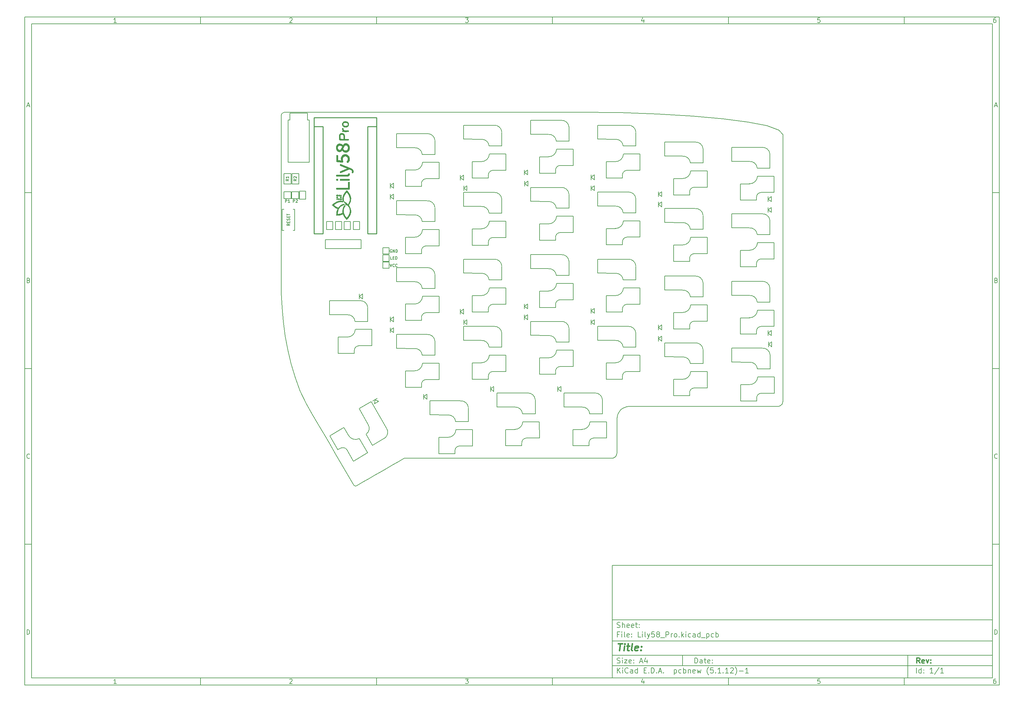
<source format=gto>
G04 #@! TF.GenerationSoftware,KiCad,Pcbnew,(5.1.12)-1*
G04 #@! TF.CreationDate,2021-12-08T11:34:33+00:00*
G04 #@! TF.ProjectId,Lily58_Pro,4c696c79-3538-45f5-9072-6f2e6b696361,rev?*
G04 #@! TF.SameCoordinates,Original*
G04 #@! TF.FileFunction,Legend,Top*
G04 #@! TF.FilePolarity,Positive*
%FSLAX46Y46*%
G04 Gerber Fmt 4.6, Leading zero omitted, Abs format (unit mm)*
G04 Created by KiCad (PCBNEW (5.1.12)-1) date 2021-12-08 11:34:33*
%MOMM*%
%LPD*%
G01*
G04 APERTURE LIST*
%ADD10C,0.100000*%
%ADD11C,0.150000*%
%ADD12C,0.300000*%
%ADD13C,0.400000*%
G04 #@! TA.AperFunction,Profile*
%ADD14C,0.200000*%
G04 #@! TD*
%ADD15C,0.010000*%
%ADD16C,0.250000*%
G04 APERTURE END LIST*
D10*
D11*
X177002200Y-166007200D02*
X177002200Y-198007200D01*
X285002200Y-198007200D01*
X285002200Y-166007200D01*
X177002200Y-166007200D01*
D10*
D11*
X10000000Y-10000000D02*
X10000000Y-200007200D01*
X287002200Y-200007200D01*
X287002200Y-10000000D01*
X10000000Y-10000000D01*
D10*
D11*
X12000000Y-12000000D02*
X12000000Y-198007200D01*
X285002200Y-198007200D01*
X285002200Y-12000000D01*
X12000000Y-12000000D01*
D10*
D11*
X60000000Y-12000000D02*
X60000000Y-10000000D01*
D10*
D11*
X110000000Y-12000000D02*
X110000000Y-10000000D01*
D10*
D11*
X160000000Y-12000000D02*
X160000000Y-10000000D01*
D10*
D11*
X210000000Y-12000000D02*
X210000000Y-10000000D01*
D10*
D11*
X260000000Y-12000000D02*
X260000000Y-10000000D01*
D10*
D11*
X36065476Y-11588095D02*
X35322619Y-11588095D01*
X35694047Y-11588095D02*
X35694047Y-10288095D01*
X35570238Y-10473809D01*
X35446428Y-10597619D01*
X35322619Y-10659523D01*
D10*
D11*
X85322619Y-10411904D02*
X85384523Y-10350000D01*
X85508333Y-10288095D01*
X85817857Y-10288095D01*
X85941666Y-10350000D01*
X86003571Y-10411904D01*
X86065476Y-10535714D01*
X86065476Y-10659523D01*
X86003571Y-10845238D01*
X85260714Y-11588095D01*
X86065476Y-11588095D01*
D10*
D11*
X135260714Y-10288095D02*
X136065476Y-10288095D01*
X135632142Y-10783333D01*
X135817857Y-10783333D01*
X135941666Y-10845238D01*
X136003571Y-10907142D01*
X136065476Y-11030952D01*
X136065476Y-11340476D01*
X136003571Y-11464285D01*
X135941666Y-11526190D01*
X135817857Y-11588095D01*
X135446428Y-11588095D01*
X135322619Y-11526190D01*
X135260714Y-11464285D01*
D10*
D11*
X185941666Y-10721428D02*
X185941666Y-11588095D01*
X185632142Y-10226190D02*
X185322619Y-11154761D01*
X186127380Y-11154761D01*
D10*
D11*
X236003571Y-10288095D02*
X235384523Y-10288095D01*
X235322619Y-10907142D01*
X235384523Y-10845238D01*
X235508333Y-10783333D01*
X235817857Y-10783333D01*
X235941666Y-10845238D01*
X236003571Y-10907142D01*
X236065476Y-11030952D01*
X236065476Y-11340476D01*
X236003571Y-11464285D01*
X235941666Y-11526190D01*
X235817857Y-11588095D01*
X235508333Y-11588095D01*
X235384523Y-11526190D01*
X235322619Y-11464285D01*
D10*
D11*
X285941666Y-10288095D02*
X285694047Y-10288095D01*
X285570238Y-10350000D01*
X285508333Y-10411904D01*
X285384523Y-10597619D01*
X285322619Y-10845238D01*
X285322619Y-11340476D01*
X285384523Y-11464285D01*
X285446428Y-11526190D01*
X285570238Y-11588095D01*
X285817857Y-11588095D01*
X285941666Y-11526190D01*
X286003571Y-11464285D01*
X286065476Y-11340476D01*
X286065476Y-11030952D01*
X286003571Y-10907142D01*
X285941666Y-10845238D01*
X285817857Y-10783333D01*
X285570238Y-10783333D01*
X285446428Y-10845238D01*
X285384523Y-10907142D01*
X285322619Y-11030952D01*
D10*
D11*
X60000000Y-198007200D02*
X60000000Y-200007200D01*
D10*
D11*
X110000000Y-198007200D02*
X110000000Y-200007200D01*
D10*
D11*
X160000000Y-198007200D02*
X160000000Y-200007200D01*
D10*
D11*
X210000000Y-198007200D02*
X210000000Y-200007200D01*
D10*
D11*
X260000000Y-198007200D02*
X260000000Y-200007200D01*
D10*
D11*
X36065476Y-199595295D02*
X35322619Y-199595295D01*
X35694047Y-199595295D02*
X35694047Y-198295295D01*
X35570238Y-198481009D01*
X35446428Y-198604819D01*
X35322619Y-198666723D01*
D10*
D11*
X85322619Y-198419104D02*
X85384523Y-198357200D01*
X85508333Y-198295295D01*
X85817857Y-198295295D01*
X85941666Y-198357200D01*
X86003571Y-198419104D01*
X86065476Y-198542914D01*
X86065476Y-198666723D01*
X86003571Y-198852438D01*
X85260714Y-199595295D01*
X86065476Y-199595295D01*
D10*
D11*
X135260714Y-198295295D02*
X136065476Y-198295295D01*
X135632142Y-198790533D01*
X135817857Y-198790533D01*
X135941666Y-198852438D01*
X136003571Y-198914342D01*
X136065476Y-199038152D01*
X136065476Y-199347676D01*
X136003571Y-199471485D01*
X135941666Y-199533390D01*
X135817857Y-199595295D01*
X135446428Y-199595295D01*
X135322619Y-199533390D01*
X135260714Y-199471485D01*
D10*
D11*
X185941666Y-198728628D02*
X185941666Y-199595295D01*
X185632142Y-198233390D02*
X185322619Y-199161961D01*
X186127380Y-199161961D01*
D10*
D11*
X236003571Y-198295295D02*
X235384523Y-198295295D01*
X235322619Y-198914342D01*
X235384523Y-198852438D01*
X235508333Y-198790533D01*
X235817857Y-198790533D01*
X235941666Y-198852438D01*
X236003571Y-198914342D01*
X236065476Y-199038152D01*
X236065476Y-199347676D01*
X236003571Y-199471485D01*
X235941666Y-199533390D01*
X235817857Y-199595295D01*
X235508333Y-199595295D01*
X235384523Y-199533390D01*
X235322619Y-199471485D01*
D10*
D11*
X285941666Y-198295295D02*
X285694047Y-198295295D01*
X285570238Y-198357200D01*
X285508333Y-198419104D01*
X285384523Y-198604819D01*
X285322619Y-198852438D01*
X285322619Y-199347676D01*
X285384523Y-199471485D01*
X285446428Y-199533390D01*
X285570238Y-199595295D01*
X285817857Y-199595295D01*
X285941666Y-199533390D01*
X286003571Y-199471485D01*
X286065476Y-199347676D01*
X286065476Y-199038152D01*
X286003571Y-198914342D01*
X285941666Y-198852438D01*
X285817857Y-198790533D01*
X285570238Y-198790533D01*
X285446428Y-198852438D01*
X285384523Y-198914342D01*
X285322619Y-199038152D01*
D10*
D11*
X10000000Y-60000000D02*
X12000000Y-60000000D01*
D10*
D11*
X10000000Y-110000000D02*
X12000000Y-110000000D01*
D10*
D11*
X10000000Y-160000000D02*
X12000000Y-160000000D01*
D10*
D11*
X10690476Y-35216666D02*
X11309523Y-35216666D01*
X10566666Y-35588095D02*
X11000000Y-34288095D01*
X11433333Y-35588095D01*
D10*
D11*
X11092857Y-84907142D02*
X11278571Y-84969047D01*
X11340476Y-85030952D01*
X11402380Y-85154761D01*
X11402380Y-85340476D01*
X11340476Y-85464285D01*
X11278571Y-85526190D01*
X11154761Y-85588095D01*
X10659523Y-85588095D01*
X10659523Y-84288095D01*
X11092857Y-84288095D01*
X11216666Y-84350000D01*
X11278571Y-84411904D01*
X11340476Y-84535714D01*
X11340476Y-84659523D01*
X11278571Y-84783333D01*
X11216666Y-84845238D01*
X11092857Y-84907142D01*
X10659523Y-84907142D01*
D10*
D11*
X11402380Y-135464285D02*
X11340476Y-135526190D01*
X11154761Y-135588095D01*
X11030952Y-135588095D01*
X10845238Y-135526190D01*
X10721428Y-135402380D01*
X10659523Y-135278571D01*
X10597619Y-135030952D01*
X10597619Y-134845238D01*
X10659523Y-134597619D01*
X10721428Y-134473809D01*
X10845238Y-134350000D01*
X11030952Y-134288095D01*
X11154761Y-134288095D01*
X11340476Y-134350000D01*
X11402380Y-134411904D01*
D10*
D11*
X10659523Y-185588095D02*
X10659523Y-184288095D01*
X10969047Y-184288095D01*
X11154761Y-184350000D01*
X11278571Y-184473809D01*
X11340476Y-184597619D01*
X11402380Y-184845238D01*
X11402380Y-185030952D01*
X11340476Y-185278571D01*
X11278571Y-185402380D01*
X11154761Y-185526190D01*
X10969047Y-185588095D01*
X10659523Y-185588095D01*
D10*
D11*
X287002200Y-60000000D02*
X285002200Y-60000000D01*
D10*
D11*
X287002200Y-110000000D02*
X285002200Y-110000000D01*
D10*
D11*
X287002200Y-160000000D02*
X285002200Y-160000000D01*
D10*
D11*
X285692676Y-35216666D02*
X286311723Y-35216666D01*
X285568866Y-35588095D02*
X286002200Y-34288095D01*
X286435533Y-35588095D01*
D10*
D11*
X286095057Y-84907142D02*
X286280771Y-84969047D01*
X286342676Y-85030952D01*
X286404580Y-85154761D01*
X286404580Y-85340476D01*
X286342676Y-85464285D01*
X286280771Y-85526190D01*
X286156961Y-85588095D01*
X285661723Y-85588095D01*
X285661723Y-84288095D01*
X286095057Y-84288095D01*
X286218866Y-84350000D01*
X286280771Y-84411904D01*
X286342676Y-84535714D01*
X286342676Y-84659523D01*
X286280771Y-84783333D01*
X286218866Y-84845238D01*
X286095057Y-84907142D01*
X285661723Y-84907142D01*
D10*
D11*
X286404580Y-135464285D02*
X286342676Y-135526190D01*
X286156961Y-135588095D01*
X286033152Y-135588095D01*
X285847438Y-135526190D01*
X285723628Y-135402380D01*
X285661723Y-135278571D01*
X285599819Y-135030952D01*
X285599819Y-134845238D01*
X285661723Y-134597619D01*
X285723628Y-134473809D01*
X285847438Y-134350000D01*
X286033152Y-134288095D01*
X286156961Y-134288095D01*
X286342676Y-134350000D01*
X286404580Y-134411904D01*
D10*
D11*
X285661723Y-185588095D02*
X285661723Y-184288095D01*
X285971247Y-184288095D01*
X286156961Y-184350000D01*
X286280771Y-184473809D01*
X286342676Y-184597619D01*
X286404580Y-184845238D01*
X286404580Y-185030952D01*
X286342676Y-185278571D01*
X286280771Y-185402380D01*
X286156961Y-185526190D01*
X285971247Y-185588095D01*
X285661723Y-185588095D01*
D10*
D11*
X200434342Y-193785771D02*
X200434342Y-192285771D01*
X200791485Y-192285771D01*
X201005771Y-192357200D01*
X201148628Y-192500057D01*
X201220057Y-192642914D01*
X201291485Y-192928628D01*
X201291485Y-193142914D01*
X201220057Y-193428628D01*
X201148628Y-193571485D01*
X201005771Y-193714342D01*
X200791485Y-193785771D01*
X200434342Y-193785771D01*
X202577200Y-193785771D02*
X202577200Y-193000057D01*
X202505771Y-192857200D01*
X202362914Y-192785771D01*
X202077200Y-192785771D01*
X201934342Y-192857200D01*
X202577200Y-193714342D02*
X202434342Y-193785771D01*
X202077200Y-193785771D01*
X201934342Y-193714342D01*
X201862914Y-193571485D01*
X201862914Y-193428628D01*
X201934342Y-193285771D01*
X202077200Y-193214342D01*
X202434342Y-193214342D01*
X202577200Y-193142914D01*
X203077200Y-192785771D02*
X203648628Y-192785771D01*
X203291485Y-192285771D02*
X203291485Y-193571485D01*
X203362914Y-193714342D01*
X203505771Y-193785771D01*
X203648628Y-193785771D01*
X204720057Y-193714342D02*
X204577200Y-193785771D01*
X204291485Y-193785771D01*
X204148628Y-193714342D01*
X204077200Y-193571485D01*
X204077200Y-193000057D01*
X204148628Y-192857200D01*
X204291485Y-192785771D01*
X204577200Y-192785771D01*
X204720057Y-192857200D01*
X204791485Y-193000057D01*
X204791485Y-193142914D01*
X204077200Y-193285771D01*
X205434342Y-193642914D02*
X205505771Y-193714342D01*
X205434342Y-193785771D01*
X205362914Y-193714342D01*
X205434342Y-193642914D01*
X205434342Y-193785771D01*
X205434342Y-192857200D02*
X205505771Y-192928628D01*
X205434342Y-193000057D01*
X205362914Y-192928628D01*
X205434342Y-192857200D01*
X205434342Y-193000057D01*
D10*
D11*
X177002200Y-194507200D02*
X285002200Y-194507200D01*
D10*
D11*
X178434342Y-196585771D02*
X178434342Y-195085771D01*
X179291485Y-196585771D02*
X178648628Y-195728628D01*
X179291485Y-195085771D02*
X178434342Y-195942914D01*
X179934342Y-196585771D02*
X179934342Y-195585771D01*
X179934342Y-195085771D02*
X179862914Y-195157200D01*
X179934342Y-195228628D01*
X180005771Y-195157200D01*
X179934342Y-195085771D01*
X179934342Y-195228628D01*
X181505771Y-196442914D02*
X181434342Y-196514342D01*
X181220057Y-196585771D01*
X181077200Y-196585771D01*
X180862914Y-196514342D01*
X180720057Y-196371485D01*
X180648628Y-196228628D01*
X180577200Y-195942914D01*
X180577200Y-195728628D01*
X180648628Y-195442914D01*
X180720057Y-195300057D01*
X180862914Y-195157200D01*
X181077200Y-195085771D01*
X181220057Y-195085771D01*
X181434342Y-195157200D01*
X181505771Y-195228628D01*
X182791485Y-196585771D02*
X182791485Y-195800057D01*
X182720057Y-195657200D01*
X182577200Y-195585771D01*
X182291485Y-195585771D01*
X182148628Y-195657200D01*
X182791485Y-196514342D02*
X182648628Y-196585771D01*
X182291485Y-196585771D01*
X182148628Y-196514342D01*
X182077200Y-196371485D01*
X182077200Y-196228628D01*
X182148628Y-196085771D01*
X182291485Y-196014342D01*
X182648628Y-196014342D01*
X182791485Y-195942914D01*
X184148628Y-196585771D02*
X184148628Y-195085771D01*
X184148628Y-196514342D02*
X184005771Y-196585771D01*
X183720057Y-196585771D01*
X183577200Y-196514342D01*
X183505771Y-196442914D01*
X183434342Y-196300057D01*
X183434342Y-195871485D01*
X183505771Y-195728628D01*
X183577200Y-195657200D01*
X183720057Y-195585771D01*
X184005771Y-195585771D01*
X184148628Y-195657200D01*
X186005771Y-195800057D02*
X186505771Y-195800057D01*
X186720057Y-196585771D02*
X186005771Y-196585771D01*
X186005771Y-195085771D01*
X186720057Y-195085771D01*
X187362914Y-196442914D02*
X187434342Y-196514342D01*
X187362914Y-196585771D01*
X187291485Y-196514342D01*
X187362914Y-196442914D01*
X187362914Y-196585771D01*
X188077200Y-196585771D02*
X188077200Y-195085771D01*
X188434342Y-195085771D01*
X188648628Y-195157200D01*
X188791485Y-195300057D01*
X188862914Y-195442914D01*
X188934342Y-195728628D01*
X188934342Y-195942914D01*
X188862914Y-196228628D01*
X188791485Y-196371485D01*
X188648628Y-196514342D01*
X188434342Y-196585771D01*
X188077200Y-196585771D01*
X189577200Y-196442914D02*
X189648628Y-196514342D01*
X189577200Y-196585771D01*
X189505771Y-196514342D01*
X189577200Y-196442914D01*
X189577200Y-196585771D01*
X190220057Y-196157200D02*
X190934342Y-196157200D01*
X190077200Y-196585771D02*
X190577200Y-195085771D01*
X191077200Y-196585771D01*
X191577200Y-196442914D02*
X191648628Y-196514342D01*
X191577200Y-196585771D01*
X191505771Y-196514342D01*
X191577200Y-196442914D01*
X191577200Y-196585771D01*
X194577200Y-195585771D02*
X194577200Y-197085771D01*
X194577200Y-195657200D02*
X194720057Y-195585771D01*
X195005771Y-195585771D01*
X195148628Y-195657200D01*
X195220057Y-195728628D01*
X195291485Y-195871485D01*
X195291485Y-196300057D01*
X195220057Y-196442914D01*
X195148628Y-196514342D01*
X195005771Y-196585771D01*
X194720057Y-196585771D01*
X194577200Y-196514342D01*
X196577200Y-196514342D02*
X196434342Y-196585771D01*
X196148628Y-196585771D01*
X196005771Y-196514342D01*
X195934342Y-196442914D01*
X195862914Y-196300057D01*
X195862914Y-195871485D01*
X195934342Y-195728628D01*
X196005771Y-195657200D01*
X196148628Y-195585771D01*
X196434342Y-195585771D01*
X196577200Y-195657200D01*
X197220057Y-196585771D02*
X197220057Y-195085771D01*
X197220057Y-195657200D02*
X197362914Y-195585771D01*
X197648628Y-195585771D01*
X197791485Y-195657200D01*
X197862914Y-195728628D01*
X197934342Y-195871485D01*
X197934342Y-196300057D01*
X197862914Y-196442914D01*
X197791485Y-196514342D01*
X197648628Y-196585771D01*
X197362914Y-196585771D01*
X197220057Y-196514342D01*
X198577200Y-195585771D02*
X198577200Y-196585771D01*
X198577200Y-195728628D02*
X198648628Y-195657200D01*
X198791485Y-195585771D01*
X199005771Y-195585771D01*
X199148628Y-195657200D01*
X199220057Y-195800057D01*
X199220057Y-196585771D01*
X200505771Y-196514342D02*
X200362914Y-196585771D01*
X200077200Y-196585771D01*
X199934342Y-196514342D01*
X199862914Y-196371485D01*
X199862914Y-195800057D01*
X199934342Y-195657200D01*
X200077200Y-195585771D01*
X200362914Y-195585771D01*
X200505771Y-195657200D01*
X200577200Y-195800057D01*
X200577200Y-195942914D01*
X199862914Y-196085771D01*
X201077200Y-195585771D02*
X201362914Y-196585771D01*
X201648628Y-195871485D01*
X201934342Y-196585771D01*
X202220057Y-195585771D01*
X204362914Y-197157200D02*
X204291485Y-197085771D01*
X204148628Y-196871485D01*
X204077200Y-196728628D01*
X204005771Y-196514342D01*
X203934342Y-196157200D01*
X203934342Y-195871485D01*
X204005771Y-195514342D01*
X204077200Y-195300057D01*
X204148628Y-195157200D01*
X204291485Y-194942914D01*
X204362914Y-194871485D01*
X205648628Y-195085771D02*
X204934342Y-195085771D01*
X204862914Y-195800057D01*
X204934342Y-195728628D01*
X205077200Y-195657200D01*
X205434342Y-195657200D01*
X205577200Y-195728628D01*
X205648628Y-195800057D01*
X205720057Y-195942914D01*
X205720057Y-196300057D01*
X205648628Y-196442914D01*
X205577200Y-196514342D01*
X205434342Y-196585771D01*
X205077200Y-196585771D01*
X204934342Y-196514342D01*
X204862914Y-196442914D01*
X206362914Y-196442914D02*
X206434342Y-196514342D01*
X206362914Y-196585771D01*
X206291485Y-196514342D01*
X206362914Y-196442914D01*
X206362914Y-196585771D01*
X207862914Y-196585771D02*
X207005771Y-196585771D01*
X207434342Y-196585771D02*
X207434342Y-195085771D01*
X207291485Y-195300057D01*
X207148628Y-195442914D01*
X207005771Y-195514342D01*
X208505771Y-196442914D02*
X208577200Y-196514342D01*
X208505771Y-196585771D01*
X208434342Y-196514342D01*
X208505771Y-196442914D01*
X208505771Y-196585771D01*
X210005771Y-196585771D02*
X209148628Y-196585771D01*
X209577200Y-196585771D02*
X209577200Y-195085771D01*
X209434342Y-195300057D01*
X209291485Y-195442914D01*
X209148628Y-195514342D01*
X210577200Y-195228628D02*
X210648628Y-195157200D01*
X210791485Y-195085771D01*
X211148628Y-195085771D01*
X211291485Y-195157200D01*
X211362914Y-195228628D01*
X211434342Y-195371485D01*
X211434342Y-195514342D01*
X211362914Y-195728628D01*
X210505771Y-196585771D01*
X211434342Y-196585771D01*
X211934342Y-197157200D02*
X212005771Y-197085771D01*
X212148628Y-196871485D01*
X212220057Y-196728628D01*
X212291485Y-196514342D01*
X212362914Y-196157200D01*
X212362914Y-195871485D01*
X212291485Y-195514342D01*
X212220057Y-195300057D01*
X212148628Y-195157200D01*
X212005771Y-194942914D01*
X211934342Y-194871485D01*
X213077200Y-196014342D02*
X214220057Y-196014342D01*
X215720057Y-196585771D02*
X214862914Y-196585771D01*
X215291485Y-196585771D02*
X215291485Y-195085771D01*
X215148628Y-195300057D01*
X215005771Y-195442914D01*
X214862914Y-195514342D01*
D10*
D11*
X177002200Y-191507200D02*
X285002200Y-191507200D01*
D10*
D12*
X264411485Y-193785771D02*
X263911485Y-193071485D01*
X263554342Y-193785771D02*
X263554342Y-192285771D01*
X264125771Y-192285771D01*
X264268628Y-192357200D01*
X264340057Y-192428628D01*
X264411485Y-192571485D01*
X264411485Y-192785771D01*
X264340057Y-192928628D01*
X264268628Y-193000057D01*
X264125771Y-193071485D01*
X263554342Y-193071485D01*
X265625771Y-193714342D02*
X265482914Y-193785771D01*
X265197200Y-193785771D01*
X265054342Y-193714342D01*
X264982914Y-193571485D01*
X264982914Y-193000057D01*
X265054342Y-192857200D01*
X265197200Y-192785771D01*
X265482914Y-192785771D01*
X265625771Y-192857200D01*
X265697200Y-193000057D01*
X265697200Y-193142914D01*
X264982914Y-193285771D01*
X266197200Y-192785771D02*
X266554342Y-193785771D01*
X266911485Y-192785771D01*
X267482914Y-193642914D02*
X267554342Y-193714342D01*
X267482914Y-193785771D01*
X267411485Y-193714342D01*
X267482914Y-193642914D01*
X267482914Y-193785771D01*
X267482914Y-192857200D02*
X267554342Y-192928628D01*
X267482914Y-193000057D01*
X267411485Y-192928628D01*
X267482914Y-192857200D01*
X267482914Y-193000057D01*
D10*
D11*
X178362914Y-193714342D02*
X178577200Y-193785771D01*
X178934342Y-193785771D01*
X179077200Y-193714342D01*
X179148628Y-193642914D01*
X179220057Y-193500057D01*
X179220057Y-193357200D01*
X179148628Y-193214342D01*
X179077200Y-193142914D01*
X178934342Y-193071485D01*
X178648628Y-193000057D01*
X178505771Y-192928628D01*
X178434342Y-192857200D01*
X178362914Y-192714342D01*
X178362914Y-192571485D01*
X178434342Y-192428628D01*
X178505771Y-192357200D01*
X178648628Y-192285771D01*
X179005771Y-192285771D01*
X179220057Y-192357200D01*
X179862914Y-193785771D02*
X179862914Y-192785771D01*
X179862914Y-192285771D02*
X179791485Y-192357200D01*
X179862914Y-192428628D01*
X179934342Y-192357200D01*
X179862914Y-192285771D01*
X179862914Y-192428628D01*
X180434342Y-192785771D02*
X181220057Y-192785771D01*
X180434342Y-193785771D01*
X181220057Y-193785771D01*
X182362914Y-193714342D02*
X182220057Y-193785771D01*
X181934342Y-193785771D01*
X181791485Y-193714342D01*
X181720057Y-193571485D01*
X181720057Y-193000057D01*
X181791485Y-192857200D01*
X181934342Y-192785771D01*
X182220057Y-192785771D01*
X182362914Y-192857200D01*
X182434342Y-193000057D01*
X182434342Y-193142914D01*
X181720057Y-193285771D01*
X183077200Y-193642914D02*
X183148628Y-193714342D01*
X183077200Y-193785771D01*
X183005771Y-193714342D01*
X183077200Y-193642914D01*
X183077200Y-193785771D01*
X183077200Y-192857200D02*
X183148628Y-192928628D01*
X183077200Y-193000057D01*
X183005771Y-192928628D01*
X183077200Y-192857200D01*
X183077200Y-193000057D01*
X184862914Y-193357200D02*
X185577200Y-193357200D01*
X184720057Y-193785771D02*
X185220057Y-192285771D01*
X185720057Y-193785771D01*
X186862914Y-192785771D02*
X186862914Y-193785771D01*
X186505771Y-192214342D02*
X186148628Y-193285771D01*
X187077200Y-193285771D01*
D10*
D11*
X263434342Y-196585771D02*
X263434342Y-195085771D01*
X264791485Y-196585771D02*
X264791485Y-195085771D01*
X264791485Y-196514342D02*
X264648628Y-196585771D01*
X264362914Y-196585771D01*
X264220057Y-196514342D01*
X264148628Y-196442914D01*
X264077200Y-196300057D01*
X264077200Y-195871485D01*
X264148628Y-195728628D01*
X264220057Y-195657200D01*
X264362914Y-195585771D01*
X264648628Y-195585771D01*
X264791485Y-195657200D01*
X265505771Y-196442914D02*
X265577200Y-196514342D01*
X265505771Y-196585771D01*
X265434342Y-196514342D01*
X265505771Y-196442914D01*
X265505771Y-196585771D01*
X265505771Y-195657200D02*
X265577200Y-195728628D01*
X265505771Y-195800057D01*
X265434342Y-195728628D01*
X265505771Y-195657200D01*
X265505771Y-195800057D01*
X268148628Y-196585771D02*
X267291485Y-196585771D01*
X267720057Y-196585771D02*
X267720057Y-195085771D01*
X267577200Y-195300057D01*
X267434342Y-195442914D01*
X267291485Y-195514342D01*
X269862914Y-195014342D02*
X268577200Y-196942914D01*
X271148628Y-196585771D02*
X270291485Y-196585771D01*
X270720057Y-196585771D02*
X270720057Y-195085771D01*
X270577200Y-195300057D01*
X270434342Y-195442914D01*
X270291485Y-195514342D01*
D10*
D11*
X177002200Y-187507200D02*
X285002200Y-187507200D01*
D10*
D13*
X178714580Y-188211961D02*
X179857438Y-188211961D01*
X179036009Y-190211961D02*
X179286009Y-188211961D01*
X180274104Y-190211961D02*
X180440771Y-188878628D01*
X180524104Y-188211961D02*
X180416961Y-188307200D01*
X180500295Y-188402438D01*
X180607438Y-188307200D01*
X180524104Y-188211961D01*
X180500295Y-188402438D01*
X181107438Y-188878628D02*
X181869342Y-188878628D01*
X181476485Y-188211961D02*
X181262200Y-189926247D01*
X181333628Y-190116723D01*
X181512200Y-190211961D01*
X181702676Y-190211961D01*
X182655057Y-190211961D02*
X182476485Y-190116723D01*
X182405057Y-189926247D01*
X182619342Y-188211961D01*
X184190771Y-190116723D02*
X183988390Y-190211961D01*
X183607438Y-190211961D01*
X183428866Y-190116723D01*
X183357438Y-189926247D01*
X183452676Y-189164342D01*
X183571723Y-188973866D01*
X183774104Y-188878628D01*
X184155057Y-188878628D01*
X184333628Y-188973866D01*
X184405057Y-189164342D01*
X184381247Y-189354819D01*
X183405057Y-189545295D01*
X185155057Y-190021485D02*
X185238390Y-190116723D01*
X185131247Y-190211961D01*
X185047914Y-190116723D01*
X185155057Y-190021485D01*
X185131247Y-190211961D01*
X185286009Y-188973866D02*
X185369342Y-189069104D01*
X185262200Y-189164342D01*
X185178866Y-189069104D01*
X185286009Y-188973866D01*
X185262200Y-189164342D01*
D10*
D11*
X178934342Y-185600057D02*
X178434342Y-185600057D01*
X178434342Y-186385771D02*
X178434342Y-184885771D01*
X179148628Y-184885771D01*
X179720057Y-186385771D02*
X179720057Y-185385771D01*
X179720057Y-184885771D02*
X179648628Y-184957200D01*
X179720057Y-185028628D01*
X179791485Y-184957200D01*
X179720057Y-184885771D01*
X179720057Y-185028628D01*
X180648628Y-186385771D02*
X180505771Y-186314342D01*
X180434342Y-186171485D01*
X180434342Y-184885771D01*
X181791485Y-186314342D02*
X181648628Y-186385771D01*
X181362914Y-186385771D01*
X181220057Y-186314342D01*
X181148628Y-186171485D01*
X181148628Y-185600057D01*
X181220057Y-185457200D01*
X181362914Y-185385771D01*
X181648628Y-185385771D01*
X181791485Y-185457200D01*
X181862914Y-185600057D01*
X181862914Y-185742914D01*
X181148628Y-185885771D01*
X182505771Y-186242914D02*
X182577200Y-186314342D01*
X182505771Y-186385771D01*
X182434342Y-186314342D01*
X182505771Y-186242914D01*
X182505771Y-186385771D01*
X182505771Y-185457200D02*
X182577200Y-185528628D01*
X182505771Y-185600057D01*
X182434342Y-185528628D01*
X182505771Y-185457200D01*
X182505771Y-185600057D01*
X185077200Y-186385771D02*
X184362914Y-186385771D01*
X184362914Y-184885771D01*
X185577200Y-186385771D02*
X185577200Y-185385771D01*
X185577200Y-184885771D02*
X185505771Y-184957200D01*
X185577200Y-185028628D01*
X185648628Y-184957200D01*
X185577200Y-184885771D01*
X185577200Y-185028628D01*
X186505771Y-186385771D02*
X186362914Y-186314342D01*
X186291485Y-186171485D01*
X186291485Y-184885771D01*
X186934342Y-185385771D02*
X187291485Y-186385771D01*
X187648628Y-185385771D02*
X187291485Y-186385771D01*
X187148628Y-186742914D01*
X187077200Y-186814342D01*
X186934342Y-186885771D01*
X188934342Y-184885771D02*
X188220057Y-184885771D01*
X188148628Y-185600057D01*
X188220057Y-185528628D01*
X188362914Y-185457200D01*
X188720057Y-185457200D01*
X188862914Y-185528628D01*
X188934342Y-185600057D01*
X189005771Y-185742914D01*
X189005771Y-186100057D01*
X188934342Y-186242914D01*
X188862914Y-186314342D01*
X188720057Y-186385771D01*
X188362914Y-186385771D01*
X188220057Y-186314342D01*
X188148628Y-186242914D01*
X189862914Y-185528628D02*
X189720057Y-185457200D01*
X189648628Y-185385771D01*
X189577200Y-185242914D01*
X189577200Y-185171485D01*
X189648628Y-185028628D01*
X189720057Y-184957200D01*
X189862914Y-184885771D01*
X190148628Y-184885771D01*
X190291485Y-184957200D01*
X190362914Y-185028628D01*
X190434342Y-185171485D01*
X190434342Y-185242914D01*
X190362914Y-185385771D01*
X190291485Y-185457200D01*
X190148628Y-185528628D01*
X189862914Y-185528628D01*
X189720057Y-185600057D01*
X189648628Y-185671485D01*
X189577200Y-185814342D01*
X189577200Y-186100057D01*
X189648628Y-186242914D01*
X189720057Y-186314342D01*
X189862914Y-186385771D01*
X190148628Y-186385771D01*
X190291485Y-186314342D01*
X190362914Y-186242914D01*
X190434342Y-186100057D01*
X190434342Y-185814342D01*
X190362914Y-185671485D01*
X190291485Y-185600057D01*
X190148628Y-185528628D01*
X190720057Y-186528628D02*
X191862914Y-186528628D01*
X192220057Y-186385771D02*
X192220057Y-184885771D01*
X192791485Y-184885771D01*
X192934342Y-184957200D01*
X193005771Y-185028628D01*
X193077200Y-185171485D01*
X193077200Y-185385771D01*
X193005771Y-185528628D01*
X192934342Y-185600057D01*
X192791485Y-185671485D01*
X192220057Y-185671485D01*
X193720057Y-186385771D02*
X193720057Y-185385771D01*
X193720057Y-185671485D02*
X193791485Y-185528628D01*
X193862914Y-185457200D01*
X194005771Y-185385771D01*
X194148628Y-185385771D01*
X194862914Y-186385771D02*
X194720057Y-186314342D01*
X194648628Y-186242914D01*
X194577200Y-186100057D01*
X194577200Y-185671485D01*
X194648628Y-185528628D01*
X194720057Y-185457200D01*
X194862914Y-185385771D01*
X195077200Y-185385771D01*
X195220057Y-185457200D01*
X195291485Y-185528628D01*
X195362914Y-185671485D01*
X195362914Y-186100057D01*
X195291485Y-186242914D01*
X195220057Y-186314342D01*
X195077200Y-186385771D01*
X194862914Y-186385771D01*
X196005771Y-186242914D02*
X196077200Y-186314342D01*
X196005771Y-186385771D01*
X195934342Y-186314342D01*
X196005771Y-186242914D01*
X196005771Y-186385771D01*
X196720057Y-186385771D02*
X196720057Y-184885771D01*
X196862914Y-185814342D02*
X197291485Y-186385771D01*
X197291485Y-185385771D02*
X196720057Y-185957200D01*
X197934342Y-186385771D02*
X197934342Y-185385771D01*
X197934342Y-184885771D02*
X197862914Y-184957200D01*
X197934342Y-185028628D01*
X198005771Y-184957200D01*
X197934342Y-184885771D01*
X197934342Y-185028628D01*
X199291485Y-186314342D02*
X199148628Y-186385771D01*
X198862914Y-186385771D01*
X198720057Y-186314342D01*
X198648628Y-186242914D01*
X198577200Y-186100057D01*
X198577200Y-185671485D01*
X198648628Y-185528628D01*
X198720057Y-185457200D01*
X198862914Y-185385771D01*
X199148628Y-185385771D01*
X199291485Y-185457200D01*
X200577200Y-186385771D02*
X200577200Y-185600057D01*
X200505771Y-185457200D01*
X200362914Y-185385771D01*
X200077200Y-185385771D01*
X199934342Y-185457200D01*
X200577200Y-186314342D02*
X200434342Y-186385771D01*
X200077200Y-186385771D01*
X199934342Y-186314342D01*
X199862914Y-186171485D01*
X199862914Y-186028628D01*
X199934342Y-185885771D01*
X200077200Y-185814342D01*
X200434342Y-185814342D01*
X200577200Y-185742914D01*
X201934342Y-186385771D02*
X201934342Y-184885771D01*
X201934342Y-186314342D02*
X201791485Y-186385771D01*
X201505771Y-186385771D01*
X201362914Y-186314342D01*
X201291485Y-186242914D01*
X201220057Y-186100057D01*
X201220057Y-185671485D01*
X201291485Y-185528628D01*
X201362914Y-185457200D01*
X201505771Y-185385771D01*
X201791485Y-185385771D01*
X201934342Y-185457200D01*
X202291485Y-186528628D02*
X203434342Y-186528628D01*
X203791485Y-185385771D02*
X203791485Y-186885771D01*
X203791485Y-185457200D02*
X203934342Y-185385771D01*
X204220057Y-185385771D01*
X204362914Y-185457200D01*
X204434342Y-185528628D01*
X204505771Y-185671485D01*
X204505771Y-186100057D01*
X204434342Y-186242914D01*
X204362914Y-186314342D01*
X204220057Y-186385771D01*
X203934342Y-186385771D01*
X203791485Y-186314342D01*
X205791485Y-186314342D02*
X205648628Y-186385771D01*
X205362914Y-186385771D01*
X205220057Y-186314342D01*
X205148628Y-186242914D01*
X205077200Y-186100057D01*
X205077200Y-185671485D01*
X205148628Y-185528628D01*
X205220057Y-185457200D01*
X205362914Y-185385771D01*
X205648628Y-185385771D01*
X205791485Y-185457200D01*
X206434342Y-186385771D02*
X206434342Y-184885771D01*
X206434342Y-185457200D02*
X206577200Y-185385771D01*
X206862914Y-185385771D01*
X207005771Y-185457200D01*
X207077200Y-185528628D01*
X207148628Y-185671485D01*
X207148628Y-186100057D01*
X207077200Y-186242914D01*
X207005771Y-186314342D01*
X206862914Y-186385771D01*
X206577200Y-186385771D01*
X206434342Y-186314342D01*
D10*
D11*
X177002200Y-181507200D02*
X285002200Y-181507200D01*
D10*
D11*
X178362914Y-183614342D02*
X178577200Y-183685771D01*
X178934342Y-183685771D01*
X179077200Y-183614342D01*
X179148628Y-183542914D01*
X179220057Y-183400057D01*
X179220057Y-183257200D01*
X179148628Y-183114342D01*
X179077200Y-183042914D01*
X178934342Y-182971485D01*
X178648628Y-182900057D01*
X178505771Y-182828628D01*
X178434342Y-182757200D01*
X178362914Y-182614342D01*
X178362914Y-182471485D01*
X178434342Y-182328628D01*
X178505771Y-182257200D01*
X178648628Y-182185771D01*
X179005771Y-182185771D01*
X179220057Y-182257200D01*
X179862914Y-183685771D02*
X179862914Y-182185771D01*
X180505771Y-183685771D02*
X180505771Y-182900057D01*
X180434342Y-182757200D01*
X180291485Y-182685771D01*
X180077200Y-182685771D01*
X179934342Y-182757200D01*
X179862914Y-182828628D01*
X181791485Y-183614342D02*
X181648628Y-183685771D01*
X181362914Y-183685771D01*
X181220057Y-183614342D01*
X181148628Y-183471485D01*
X181148628Y-182900057D01*
X181220057Y-182757200D01*
X181362914Y-182685771D01*
X181648628Y-182685771D01*
X181791485Y-182757200D01*
X181862914Y-182900057D01*
X181862914Y-183042914D01*
X181148628Y-183185771D01*
X183077200Y-183614342D02*
X182934342Y-183685771D01*
X182648628Y-183685771D01*
X182505771Y-183614342D01*
X182434342Y-183471485D01*
X182434342Y-182900057D01*
X182505771Y-182757200D01*
X182648628Y-182685771D01*
X182934342Y-182685771D01*
X183077200Y-182757200D01*
X183148628Y-182900057D01*
X183148628Y-183042914D01*
X182434342Y-183185771D01*
X183577200Y-182685771D02*
X184148628Y-182685771D01*
X183791485Y-182185771D02*
X183791485Y-183471485D01*
X183862914Y-183614342D01*
X184005771Y-183685771D01*
X184148628Y-183685771D01*
X184648628Y-183542914D02*
X184720057Y-183614342D01*
X184648628Y-183685771D01*
X184577200Y-183614342D01*
X184648628Y-183542914D01*
X184648628Y-183685771D01*
X184648628Y-182757200D02*
X184720057Y-182828628D01*
X184648628Y-182900057D01*
X184577200Y-182828628D01*
X184648628Y-182757200D01*
X184648628Y-182900057D01*
D10*
D11*
X197002200Y-191507200D02*
X197002200Y-194507200D01*
D10*
D11*
X261002200Y-191507200D02*
X261002200Y-198007200D01*
D14*
X116186619Y-136480784D02*
X117862313Y-135510645D01*
X114510925Y-137450923D02*
X116186619Y-136480784D01*
X82937528Y-50750629D02*
X82937528Y-44443695D01*
X82937528Y-57057562D02*
X82937528Y-50750629D01*
X115211711Y-37086762D02*
X104803877Y-37086762D01*
X218692418Y-120789735D02*
X223959999Y-120789735D01*
X213424836Y-120789735D02*
X218692418Y-120789735D01*
X208157255Y-120789735D02*
X213424836Y-120789735D01*
X202889673Y-120789735D02*
X208157255Y-120789735D01*
X197622092Y-120789735D02*
X202889673Y-120789735D01*
X192354511Y-120789735D02*
X197622092Y-120789735D01*
X187086929Y-120789735D02*
X192354511Y-120789735D01*
X181819348Y-120789735D02*
X187086929Y-120789735D01*
X181113524Y-120860778D02*
X181819348Y-120789735D01*
X180456326Y-121064561D02*
X181113524Y-120860778D01*
X179861773Y-121387065D02*
X180456326Y-121064561D01*
X179343884Y-121814271D02*
X179861773Y-121387065D01*
X178916678Y-122332160D02*
X179343884Y-121814271D01*
X178594174Y-122926713D02*
X178916678Y-122332160D01*
X178390391Y-123583911D02*
X178594174Y-122926713D01*
X178319348Y-124289735D02*
X178390391Y-123583911D01*
X199807654Y-38170488D02*
X189919538Y-37585374D01*
X208420758Y-38945561D02*
X199807654Y-38170488D01*
X215525697Y-39885159D02*
X208420758Y-38945561D01*
X220889319Y-40963847D02*
X215525697Y-39885159D01*
X178989563Y-37215654D02*
X167250881Y-37086762D01*
X189919538Y-37585374D02*
X178989563Y-37215654D01*
X177658308Y-135255660D02*
X177403500Y-135393876D01*
X177880261Y-135072571D02*
X177658308Y-135255660D01*
X178063349Y-134850619D02*
X177880261Y-135072571D01*
X178201565Y-134595810D02*
X178063349Y-134850619D01*
X178288901Y-134314154D02*
X178201565Y-134595810D01*
X178319348Y-134011658D02*
X178288901Y-134314154D01*
X225460000Y-52918378D02*
X225460000Y-62400000D01*
X225460000Y-43436755D02*
X225460000Y-52918378D01*
X82937528Y-69671429D02*
X82937528Y-63364495D01*
X82937528Y-75978362D02*
X82937528Y-69671429D01*
X82937528Y-82285296D02*
X82937528Y-75978362D01*
X82937528Y-88592229D02*
X82937528Y-82285296D01*
X104803877Y-37086762D02*
X94396044Y-37086762D01*
X125619545Y-37086762D02*
X115211711Y-37086762D01*
X136027379Y-37086762D02*
X125619545Y-37086762D01*
X146435213Y-37086762D02*
X136027379Y-37086762D01*
X156843047Y-37086762D02*
X146435213Y-37086762D01*
X167250881Y-37086762D02*
X156843047Y-37086762D01*
X83400937Y-37265961D02*
X83579303Y-37169210D01*
X83245570Y-37394123D02*
X83400937Y-37265961D01*
X83117409Y-37549489D02*
X83245570Y-37394123D01*
X83020657Y-37727855D02*
X83117409Y-37549489D01*
X82959523Y-37925015D02*
X83020657Y-37727855D01*
X82938210Y-38136762D02*
X82959523Y-37925015D01*
X83776462Y-37108075D02*
X83988210Y-37086762D01*
X83579303Y-37169210D02*
X83776462Y-37108075D01*
X94396044Y-37086762D02*
X83988210Y-37086762D01*
X82937528Y-63364495D02*
X82937528Y-57057562D01*
X82937528Y-44443695D02*
X82937528Y-38136762D01*
X88291758Y-116318073D02*
X89993333Y-119989540D01*
X86863105Y-112530670D02*
X88291758Y-116318073D01*
X85688004Y-108649127D02*
X86863105Y-112530670D01*
X84747083Y-104695246D02*
X85688004Y-108649127D01*
X84020972Y-100690825D02*
X84747083Y-104695246D01*
X83490297Y-96657663D02*
X84020972Y-100690825D01*
X83135690Y-92617561D02*
X83490297Y-96657663D01*
X82937777Y-88592317D02*
X83135690Y-92617561D01*
X104288864Y-143357278D02*
X104456758Y-143271756D01*
X104130206Y-143404468D02*
X104288864Y-143357278D01*
X103981252Y-143413974D02*
X104130206Y-143404468D01*
X103842470Y-143386445D02*
X103981252Y-143413974D01*
X103714328Y-143322532D02*
X103842470Y-143386445D01*
X103597295Y-143222884D02*
X103714328Y-143322532D01*
X103491837Y-143088150D02*
X103597295Y-143222884D01*
X103398425Y-142918979D02*
X103491837Y-143088150D01*
X112835230Y-138421062D02*
X114510925Y-137450923D01*
X111159536Y-139391201D02*
X112835230Y-138421062D01*
X109483841Y-140361340D02*
X111159536Y-139391201D01*
X107808147Y-141331479D02*
X109483841Y-140361340D01*
X106132452Y-142301617D02*
X107808147Y-141331479D01*
X104456758Y-143271756D02*
X106132452Y-142301617D01*
X101722730Y-140052659D02*
X103398425Y-142918979D01*
X100047036Y-137186340D02*
X101722730Y-140052659D01*
X98371341Y-134320020D02*
X100047036Y-137186340D01*
X96695647Y-131453701D02*
X98371341Y-134320020D01*
X95019952Y-128587381D02*
X96695647Y-131453701D01*
X93344258Y-125721062D02*
X95019952Y-128587381D01*
X91668563Y-122854742D02*
X93344258Y-125721062D01*
X89992869Y-119988423D02*
X91668563Y-122854742D01*
X169449826Y-135511658D02*
X176819348Y-135511658D01*
X162080304Y-135511658D02*
X169449826Y-135511658D01*
X154710782Y-135511658D02*
X162080304Y-135511658D01*
X147341260Y-135511658D02*
X154710782Y-135511658D01*
X139971738Y-135511658D02*
X147341260Y-135511658D01*
X132602217Y-135511658D02*
X139971738Y-135511658D01*
X125232695Y-135511658D02*
X132602217Y-135511658D01*
X117863173Y-135511658D02*
X125232695Y-135511658D01*
X178319348Y-132816013D02*
X178319348Y-134011658D01*
X178319348Y-131597973D02*
X178319348Y-132816013D01*
X178319348Y-130379933D02*
X178319348Y-131597973D01*
X178319348Y-129161894D02*
X178319348Y-130379933D01*
X178319348Y-127943854D02*
X178319348Y-129161894D01*
X178319348Y-126725814D02*
X178319348Y-127943854D01*
X178319348Y-125507775D02*
X178319348Y-126725814D01*
X178319348Y-124289735D02*
X178319348Y-125507775D01*
X177121844Y-135481211D02*
X176819348Y-135511658D01*
X177403500Y-135393876D02*
X177121844Y-135481211D01*
X224278471Y-42156190D02*
X220889319Y-40963847D01*
X225460000Y-43436755D02*
X224278471Y-42156190D01*
X224262495Y-120759288D02*
X223959999Y-120789735D01*
X224544152Y-120671952D02*
X224262495Y-120759288D01*
X224798960Y-120533736D02*
X224544152Y-120671952D01*
X225020912Y-120350648D02*
X224798960Y-120533736D01*
X225204001Y-120128696D02*
X225020912Y-120350648D01*
X225342217Y-119873887D02*
X225204001Y-120128696D01*
X225429552Y-119592231D02*
X225342217Y-119873887D01*
X225459999Y-119289735D02*
X225429552Y-119592231D01*
X225460000Y-109808112D02*
X225460000Y-119289735D01*
X225460000Y-100326490D02*
X225460000Y-109808112D01*
X225460000Y-90844867D02*
X225460000Y-100326490D01*
X225460000Y-81363245D02*
X225460000Y-90844867D01*
X225460000Y-71881623D02*
X225460000Y-81363245D01*
X225460000Y-62400000D02*
X225460000Y-71881623D01*
D11*
X84900000Y-51300000D02*
X84900000Y-39300000D01*
X90900000Y-51300000D02*
X84900000Y-51300000D01*
X90900000Y-39300000D02*
X90900000Y-51300000D01*
X84900000Y-39300000D02*
X85400000Y-39300000D01*
X90400000Y-39300000D02*
X90400000Y-37400000D01*
X85400000Y-39300000D02*
X85400000Y-37400000D01*
X90900000Y-39300000D02*
X90400000Y-39300000D01*
X85400000Y-37400000D02*
X90400000Y-37400000D01*
X113600000Y-77400000D02*
X113600000Y-75600000D01*
X111800000Y-75600000D02*
X113600000Y-75600000D01*
X111800000Y-77400000D02*
X111800000Y-75600000D01*
X113600000Y-79500000D02*
X113600000Y-77700000D01*
X111800000Y-79500000D02*
X111800000Y-77700000D01*
X111800000Y-77700000D02*
X113600000Y-77700000D01*
X113600000Y-79500000D02*
X111800000Y-79500000D01*
X113600000Y-79700000D02*
X113600000Y-81500000D01*
X111800000Y-79700000D02*
X113600000Y-79700000D01*
X111800000Y-81500000D02*
X111800000Y-79700000D01*
X113600000Y-81500000D02*
X111800000Y-81500000D01*
X113600000Y-77400000D02*
X111800000Y-77400000D01*
D15*
G36*
X99583169Y-51983192D02*
G01*
X99593613Y-51919528D01*
X99604881Y-51892293D01*
X99650414Y-51862507D01*
X99723177Y-51858595D01*
X99821245Y-51880417D01*
X99913766Y-51915082D01*
X99989549Y-51947101D01*
X100088564Y-51988474D01*
X100197856Y-52033807D01*
X100302308Y-52076820D01*
X100410743Y-52121327D01*
X100523193Y-52167559D01*
X100626061Y-52209921D01*
X100702847Y-52241618D01*
X100769578Y-52269121D01*
X100864104Y-52307940D01*
X100978034Y-52354636D01*
X101102978Y-52405773D01*
X101230546Y-52457910D01*
X101249924Y-52465822D01*
X101428316Y-52538680D01*
X101574478Y-52598431D01*
X101692372Y-52646708D01*
X101785957Y-52685144D01*
X101859195Y-52715370D01*
X101916046Y-52739019D01*
X101960472Y-52757724D01*
X101996434Y-52773115D01*
X102011924Y-52779837D01*
X102067794Y-52803456D01*
X102145176Y-52835241D01*
X102229199Y-52869099D01*
X102246385Y-52875937D01*
X102445617Y-52955886D01*
X102611967Y-53024815D01*
X102749400Y-53084712D01*
X102861884Y-53137568D01*
X102953383Y-53185372D01*
X103027863Y-53230113D01*
X103089291Y-53273780D01*
X103141632Y-53318363D01*
X103156295Y-53332350D01*
X103265621Y-53463930D01*
X103345052Y-53612611D01*
X103392457Y-53771650D01*
X103405708Y-53934304D01*
X103388858Y-54068923D01*
X103349328Y-54203075D01*
X103300423Y-54299778D01*
X103242279Y-54358843D01*
X103175029Y-54380081D01*
X103167527Y-54380111D01*
X103084894Y-54361599D01*
X103009303Y-54316117D01*
X102959540Y-54258077D01*
X102945007Y-54226795D01*
X102941691Y-54195377D01*
X102950568Y-54151944D01*
X102972618Y-54084621D01*
X102974194Y-54080098D01*
X103004155Y-53982051D01*
X103015315Y-53905741D01*
X103007945Y-53838797D01*
X102982312Y-53768848D01*
X102981034Y-53766077D01*
X102936268Y-53690884D01*
X102872576Y-53621590D01*
X102785714Y-53555219D01*
X102671438Y-53488794D01*
X102525505Y-53419339D01*
X102426887Y-53377399D01*
X102341227Y-53342459D01*
X102282708Y-53320885D01*
X102242291Y-53311274D01*
X102210939Y-53312221D01*
X102179615Y-53322321D01*
X102151646Y-53334635D01*
X102109135Y-53353280D01*
X102040518Y-53382838D01*
X101955703Y-53419060D01*
X101875154Y-53453232D01*
X101783385Y-53492068D01*
X101698159Y-53528187D01*
X101629736Y-53557237D01*
X101591847Y-53573380D01*
X101558729Y-53587540D01*
X101528378Y-53600461D01*
X101494836Y-53614645D01*
X101452145Y-53632595D01*
X101394346Y-53656813D01*
X101315482Y-53689802D01*
X101209593Y-53734063D01*
X101142462Y-53762119D01*
X101015175Y-53815361D01*
X100878098Y-53872779D01*
X100736313Y-53932236D01*
X100594902Y-53991596D01*
X100458945Y-54048722D01*
X100333525Y-54101479D01*
X100223722Y-54147730D01*
X100134619Y-54185339D01*
X100071296Y-54212170D01*
X100038836Y-54226086D01*
X100038539Y-54226217D01*
X99927230Y-54274433D01*
X99844561Y-54307888D01*
X99784007Y-54328857D01*
X99739043Y-54339619D01*
X99705349Y-54342462D01*
X99649064Y-54335966D01*
X99611865Y-54312500D01*
X99590256Y-54266098D01*
X99580743Y-54190794D01*
X99579385Y-54127474D01*
X99580264Y-54049638D01*
X99584807Y-54000738D01*
X99595874Y-53970639D01*
X99616326Y-53949207D01*
X99633116Y-53937096D01*
X99676339Y-53912484D01*
X99743393Y-53879808D01*
X99821671Y-53845126D01*
X99843154Y-53836180D01*
X99928271Y-53801226D01*
X100011734Y-53766889D01*
X100077829Y-53739636D01*
X100087385Y-53735685D01*
X100148521Y-53710826D01*
X100230197Y-53678186D01*
X100316518Y-53644108D01*
X100331616Y-53638197D01*
X100408219Y-53608109D01*
X100474563Y-53581807D01*
X100519315Y-53563789D01*
X100527000Y-53560602D01*
X100592135Y-53533508D01*
X100682811Y-53496295D01*
X100788285Y-53453345D01*
X100897811Y-53409041D01*
X100956847Y-53385298D01*
X101056382Y-53345102D01*
X101168074Y-53299600D01*
X101268013Y-53258535D01*
X101269462Y-53257936D01*
X101360280Y-53220842D01*
X101455081Y-53182872D01*
X101535031Y-53151561D01*
X101543000Y-53148507D01*
X101626133Y-53114689D01*
X101673536Y-53090495D01*
X101684566Y-53076325D01*
X101664802Y-53072462D01*
X101625154Y-53065101D01*
X101572560Y-53047194D01*
X101568086Y-53045335D01*
X101469930Y-53004771D01*
X101357955Y-52959895D01*
X101254064Y-52919452D01*
X101230385Y-52910481D01*
X101163480Y-52884783D01*
X101075652Y-52850306D01*
X100979349Y-52812014D01*
X100887022Y-52774877D01*
X100811117Y-52743859D01*
X100778280Y-52730101D01*
X100742841Y-52715550D01*
X100677071Y-52689089D01*
X100586997Y-52653120D01*
X100478650Y-52610049D01*
X100358059Y-52562279D01*
X100289819Y-52535316D01*
X100122091Y-52469077D01*
X99986903Y-52415546D01*
X99880446Y-52373089D01*
X99798908Y-52340072D01*
X99738480Y-52314862D01*
X99695352Y-52295826D01*
X99665714Y-52281329D01*
X99645755Y-52269739D01*
X99631665Y-52259421D01*
X99619635Y-52248744D01*
X99618147Y-52247359D01*
X99597050Y-52220421D01*
X99585115Y-52181879D01*
X99580063Y-52121246D01*
X99579385Y-52069204D01*
X99583169Y-51983192D01*
G37*
X99583169Y-51983192D02*
X99593613Y-51919528D01*
X99604881Y-51892293D01*
X99650414Y-51862507D01*
X99723177Y-51858595D01*
X99821245Y-51880417D01*
X99913766Y-51915082D01*
X99989549Y-51947101D01*
X100088564Y-51988474D01*
X100197856Y-52033807D01*
X100302308Y-52076820D01*
X100410743Y-52121327D01*
X100523193Y-52167559D01*
X100626061Y-52209921D01*
X100702847Y-52241618D01*
X100769578Y-52269121D01*
X100864104Y-52307940D01*
X100978034Y-52354636D01*
X101102978Y-52405773D01*
X101230546Y-52457910D01*
X101249924Y-52465822D01*
X101428316Y-52538680D01*
X101574478Y-52598431D01*
X101692372Y-52646708D01*
X101785957Y-52685144D01*
X101859195Y-52715370D01*
X101916046Y-52739019D01*
X101960472Y-52757724D01*
X101996434Y-52773115D01*
X102011924Y-52779837D01*
X102067794Y-52803456D01*
X102145176Y-52835241D01*
X102229199Y-52869099D01*
X102246385Y-52875937D01*
X102445617Y-52955886D01*
X102611967Y-53024815D01*
X102749400Y-53084712D01*
X102861884Y-53137568D01*
X102953383Y-53185372D01*
X103027863Y-53230113D01*
X103089291Y-53273780D01*
X103141632Y-53318363D01*
X103156295Y-53332350D01*
X103265621Y-53463930D01*
X103345052Y-53612611D01*
X103392457Y-53771650D01*
X103405708Y-53934304D01*
X103388858Y-54068923D01*
X103349328Y-54203075D01*
X103300423Y-54299778D01*
X103242279Y-54358843D01*
X103175029Y-54380081D01*
X103167527Y-54380111D01*
X103084894Y-54361599D01*
X103009303Y-54316117D01*
X102959540Y-54258077D01*
X102945007Y-54226795D01*
X102941691Y-54195377D01*
X102950568Y-54151944D01*
X102972618Y-54084621D01*
X102974194Y-54080098D01*
X103004155Y-53982051D01*
X103015315Y-53905741D01*
X103007945Y-53838797D01*
X102982312Y-53768848D01*
X102981034Y-53766077D01*
X102936268Y-53690884D01*
X102872576Y-53621590D01*
X102785714Y-53555219D01*
X102671438Y-53488794D01*
X102525505Y-53419339D01*
X102426887Y-53377399D01*
X102341227Y-53342459D01*
X102282708Y-53320885D01*
X102242291Y-53311274D01*
X102210939Y-53312221D01*
X102179615Y-53322321D01*
X102151646Y-53334635D01*
X102109135Y-53353280D01*
X102040518Y-53382838D01*
X101955703Y-53419060D01*
X101875154Y-53453232D01*
X101783385Y-53492068D01*
X101698159Y-53528187D01*
X101629736Y-53557237D01*
X101591847Y-53573380D01*
X101558729Y-53587540D01*
X101528378Y-53600461D01*
X101494836Y-53614645D01*
X101452145Y-53632595D01*
X101394346Y-53656813D01*
X101315482Y-53689802D01*
X101209593Y-53734063D01*
X101142462Y-53762119D01*
X101015175Y-53815361D01*
X100878098Y-53872779D01*
X100736313Y-53932236D01*
X100594902Y-53991596D01*
X100458945Y-54048722D01*
X100333525Y-54101479D01*
X100223722Y-54147730D01*
X100134619Y-54185339D01*
X100071296Y-54212170D01*
X100038836Y-54226086D01*
X100038539Y-54226217D01*
X99927230Y-54274433D01*
X99844561Y-54307888D01*
X99784007Y-54328857D01*
X99739043Y-54339619D01*
X99705349Y-54342462D01*
X99649064Y-54335966D01*
X99611865Y-54312500D01*
X99590256Y-54266098D01*
X99580743Y-54190794D01*
X99579385Y-54127474D01*
X99580264Y-54049638D01*
X99584807Y-54000738D01*
X99595874Y-53970639D01*
X99616326Y-53949207D01*
X99633116Y-53937096D01*
X99676339Y-53912484D01*
X99743393Y-53879808D01*
X99821671Y-53845126D01*
X99843154Y-53836180D01*
X99928271Y-53801226D01*
X100011734Y-53766889D01*
X100077829Y-53739636D01*
X100087385Y-53735685D01*
X100148521Y-53710826D01*
X100230197Y-53678186D01*
X100316518Y-53644108D01*
X100331616Y-53638197D01*
X100408219Y-53608109D01*
X100474563Y-53581807D01*
X100519315Y-53563789D01*
X100527000Y-53560602D01*
X100592135Y-53533508D01*
X100682811Y-53496295D01*
X100788285Y-53453345D01*
X100897811Y-53409041D01*
X100956847Y-53385298D01*
X101056382Y-53345102D01*
X101168074Y-53299600D01*
X101268013Y-53258535D01*
X101269462Y-53257936D01*
X101360280Y-53220842D01*
X101455081Y-53182872D01*
X101535031Y-53151561D01*
X101543000Y-53148507D01*
X101626133Y-53114689D01*
X101673536Y-53090495D01*
X101684566Y-53076325D01*
X101664802Y-53072462D01*
X101625154Y-53065101D01*
X101572560Y-53047194D01*
X101568086Y-53045335D01*
X101469930Y-53004771D01*
X101357955Y-52959895D01*
X101254064Y-52919452D01*
X101230385Y-52910481D01*
X101163480Y-52884783D01*
X101075652Y-52850306D01*
X100979349Y-52812014D01*
X100887022Y-52774877D01*
X100811117Y-52743859D01*
X100778280Y-52730101D01*
X100742841Y-52715550D01*
X100677071Y-52689089D01*
X100586997Y-52653120D01*
X100478650Y-52610049D01*
X100358059Y-52562279D01*
X100289819Y-52535316D01*
X100122091Y-52469077D01*
X99986903Y-52415546D01*
X99880446Y-52373089D01*
X99798908Y-52340072D01*
X99738480Y-52314862D01*
X99695352Y-52295826D01*
X99665714Y-52281329D01*
X99645755Y-52269739D01*
X99631665Y-52259421D01*
X99619635Y-52248744D01*
X99618147Y-52247359D01*
X99597050Y-52220421D01*
X99585115Y-52181879D01*
X99580063Y-52121246D01*
X99579385Y-52069204D01*
X99583169Y-51983192D01*
G36*
X97346259Y-63456226D02*
G01*
X97383468Y-63413049D01*
X97437819Y-63358198D01*
X97481457Y-63317656D01*
X97547746Y-63257772D01*
X97605808Y-63204870D01*
X97647699Y-63166212D01*
X97662187Y-63152462D01*
X97691096Y-63127630D01*
X97742836Y-63086369D01*
X97808806Y-63035464D01*
X97850231Y-63004168D01*
X98118961Y-62814543D01*
X98378003Y-62656892D01*
X98634256Y-62527804D01*
X98894620Y-62423872D01*
X99165995Y-62341687D01*
X99217555Y-62328693D01*
X99337167Y-62306758D01*
X99481645Y-62291716D01*
X99640364Y-62283645D01*
X99802697Y-62282624D01*
X99958018Y-62288730D01*
X100095701Y-62302042D01*
X100200656Y-62321477D01*
X100269797Y-62338026D01*
X100322557Y-62348566D01*
X100349128Y-62351183D01*
X100350359Y-62350678D01*
X100349979Y-62329689D01*
X100343288Y-62278798D01*
X100331512Y-62206445D01*
X100320996Y-62148077D01*
X100286242Y-61856358D01*
X100289280Y-61558743D01*
X100329775Y-61257906D01*
X100407391Y-60956519D01*
X100502162Y-60702231D01*
X100540859Y-60617900D01*
X100592929Y-60512984D01*
X100651832Y-60399904D01*
X100711024Y-60291080D01*
X100763964Y-60198932D01*
X100786866Y-60161705D01*
X100830194Y-60095208D01*
X100878344Y-60023514D01*
X100925217Y-59955443D01*
X100964717Y-59899815D01*
X100990746Y-59865449D01*
X100994992Y-59860631D01*
X101019672Y-59832258D01*
X101055195Y-59788227D01*
X101064308Y-59776543D01*
X101115065Y-59714068D01*
X101184867Y-59632385D01*
X101265778Y-59540556D01*
X101349862Y-59447639D01*
X101396462Y-59397349D01*
X101484385Y-59303428D01*
X101558673Y-59373633D01*
X101676690Y-59493061D01*
X101804411Y-59635791D01*
X101932840Y-59790814D01*
X102052979Y-59947119D01*
X102155832Y-60093699D01*
X102187770Y-60143370D01*
X102209856Y-60178580D01*
X102242519Y-60230444D01*
X102256654Y-60252846D01*
X102312950Y-60350360D01*
X102375826Y-60472827D01*
X102439661Y-60608081D01*
X102498834Y-60743952D01*
X102547723Y-60868271D01*
X102568065Y-60926923D01*
X102647752Y-61215863D01*
X102693671Y-61491679D01*
X102705816Y-61760920D01*
X102684180Y-62030140D01*
X102628755Y-62305890D01*
X102566466Y-62516551D01*
X102529204Y-62618413D01*
X102480555Y-62736526D01*
X102425109Y-62861050D01*
X102367453Y-62982149D01*
X102312178Y-63089984D01*
X102263872Y-63174718D01*
X102248077Y-63199137D01*
X102217893Y-63245601D01*
X102199824Y-63277634D01*
X102197539Y-63284240D01*
X102188018Y-63302888D01*
X102157991Y-63344019D01*
X102105261Y-63410576D01*
X102080014Y-63441676D01*
X102067843Y-63458261D01*
X102064363Y-63474911D01*
X102072584Y-63499033D01*
X102095519Y-63538036D01*
X102136179Y-63599326D01*
X102156078Y-63628780D01*
X102331013Y-63915020D01*
X102473772Y-64207384D01*
X102583171Y-64502322D01*
X102658024Y-64796280D01*
X102697146Y-65085707D01*
X102702878Y-65267531D01*
X102701173Y-65365280D01*
X102698502Y-65452630D01*
X102695234Y-65519987D01*
X102691773Y-65557539D01*
X102654157Y-65736485D01*
X102602328Y-65928141D01*
X102540813Y-66118024D01*
X102474134Y-66291653D01*
X102435381Y-66378154D01*
X102376177Y-66495226D01*
X102307033Y-66621393D01*
X102232948Y-66748425D01*
X102158921Y-66868087D01*
X102089950Y-66972148D01*
X102031035Y-67052375D01*
X102012265Y-67074967D01*
X101987203Y-67105559D01*
X101953044Y-67149321D01*
X101950142Y-67153120D01*
X101875807Y-67247534D01*
X101797072Y-67342211D01*
X101718500Y-67432222D01*
X101644653Y-67512639D01*
X101580091Y-67578530D01*
X101529378Y-67624967D01*
X101497074Y-67647020D01*
X101494022Y-67647707D01*
X101494022Y-67110846D01*
X101592905Y-67003385D01*
X101649544Y-66937386D01*
X101720153Y-66848590D01*
X101797352Y-66746930D01*
X101873764Y-66642341D01*
X101942010Y-66544755D01*
X101994714Y-66464105D01*
X102000486Y-66454641D01*
X102052315Y-66361968D01*
X102110843Y-66246636D01*
X102170803Y-66120095D01*
X102226928Y-65993796D01*
X102273952Y-65879187D01*
X102305261Y-65792000D01*
X102342918Y-65652628D01*
X102374763Y-65494978D01*
X102397858Y-65336362D01*
X102409263Y-65194089D01*
X102409758Y-65176539D01*
X102407746Y-65113454D01*
X102400692Y-65026323D01*
X102389887Y-64929657D01*
X102383652Y-64883462D01*
X102341455Y-64665458D01*
X102276721Y-64449383D01*
X102186767Y-64228144D01*
X102068909Y-63994652D01*
X102003649Y-63879577D01*
X101919191Y-63747239D01*
X101837891Y-63648174D01*
X101835231Y-63645947D01*
X101835231Y-63310616D01*
X101860029Y-63294115D01*
X101898648Y-63248424D01*
X101947349Y-63179263D01*
X102002392Y-63092350D01*
X102060035Y-62993403D01*
X102116539Y-62888141D01*
X102133537Y-62854524D01*
X102229189Y-62646466D01*
X102300818Y-62451956D01*
X102352802Y-62257699D01*
X102382306Y-62099231D01*
X102399989Y-61969240D01*
X102408175Y-61857230D01*
X102406899Y-61748002D01*
X102396192Y-61626358D01*
X102383562Y-61528928D01*
X102333944Y-61286220D01*
X102253054Y-61033380D01*
X102143964Y-60778926D01*
X102046982Y-60594769D01*
X101989634Y-60499870D01*
X101922045Y-60396884D01*
X101848112Y-60290843D01*
X101771730Y-60186778D01*
X101696796Y-60089721D01*
X101627205Y-60004704D01*
X101566853Y-59936756D01*
X101519636Y-59890910D01*
X101489451Y-59872197D01*
X101487319Y-59872011D01*
X101462930Y-59887498D01*
X101420834Y-59930254D01*
X101365000Y-59995031D01*
X101299395Y-60076583D01*
X101227987Y-60169663D01*
X101154745Y-60269024D01*
X101083635Y-60369419D01*
X101018625Y-60465601D01*
X100963684Y-60552324D01*
X100933369Y-60604539D01*
X100840275Y-60781989D01*
X100766613Y-60943155D01*
X100706801Y-61101772D01*
X100655257Y-61271578D01*
X100641759Y-61322182D01*
X100601751Y-61533177D01*
X100585011Y-61759895D01*
X100591640Y-61988118D01*
X100621737Y-62203624D01*
X100635166Y-62262906D01*
X100683308Y-62455889D01*
X100868924Y-62548044D01*
X101074511Y-62654607D01*
X101245530Y-62753594D01*
X101385174Y-62847493D01*
X101496634Y-62938790D01*
X101583102Y-63029973D01*
X101647769Y-63123529D01*
X101674822Y-63176073D01*
X101725049Y-63255323D01*
X101786079Y-63300601D01*
X101835231Y-63310616D01*
X101835231Y-63645947D01*
X101753705Y-63577673D01*
X101660589Y-63531029D01*
X101552500Y-63503538D01*
X101513693Y-63498008D01*
X101387725Y-63476190D01*
X101289435Y-63443039D01*
X101208185Y-63394914D01*
X101204672Y-63392272D01*
X101158596Y-63350542D01*
X101109610Y-63295634D01*
X101063634Y-63235845D01*
X101026591Y-63179469D01*
X101004398Y-63134802D01*
X101002978Y-63110139D01*
X101003172Y-63109936D01*
X101030230Y-63102090D01*
X101084791Y-63098066D01*
X101155397Y-63098668D01*
X101160266Y-63098887D01*
X101231071Y-63101359D01*
X101268476Y-63099666D01*
X101278030Y-63092781D01*
X101265284Y-63079679D01*
X101265060Y-63079512D01*
X101227427Y-63054017D01*
X101170203Y-63018249D01*
X101102011Y-62977239D01*
X101031476Y-62936018D01*
X100967221Y-62899616D01*
X100917869Y-62873064D01*
X100892044Y-62861393D01*
X100890891Y-62861231D01*
X100861617Y-62844242D01*
X100824604Y-62799166D01*
X100784912Y-62734835D01*
X100747600Y-62660084D01*
X100717727Y-62583746D01*
X100704203Y-62535252D01*
X100693772Y-62504495D01*
X100672897Y-62481344D01*
X100633189Y-62460130D01*
X100566259Y-62435186D01*
X100545754Y-62428197D01*
X100470383Y-62403482D01*
X100425029Y-62394640D01*
X100405411Y-62406556D01*
X100407249Y-62444119D01*
X100426264Y-62512216D01*
X100438288Y-62550921D01*
X100456897Y-62614195D01*
X100468513Y-62660635D01*
X100470643Y-62679870D01*
X100450459Y-62677568D01*
X100406362Y-62664873D01*
X100382349Y-62656743D01*
X100288601Y-62630046D01*
X100170301Y-62605560D01*
X100041975Y-62585585D01*
X99918148Y-62572421D01*
X99823616Y-62568295D01*
X99663009Y-62577459D01*
X99483200Y-62603206D01*
X99299050Y-62642971D01*
X99159308Y-62682923D01*
X98935109Y-62766244D01*
X98712816Y-62871963D01*
X98488045Y-63002760D01*
X98256412Y-63161316D01*
X98013535Y-63350311D01*
X97869933Y-63471347D01*
X97863154Y-63493158D01*
X97872658Y-63501929D01*
X97897418Y-63520810D01*
X97942490Y-63557949D01*
X97998801Y-63605849D01*
X98007613Y-63613462D01*
X98213679Y-63777239D01*
X98443991Y-63934778D01*
X98683872Y-64076346D01*
X98786481Y-64129973D01*
X98880861Y-64176103D01*
X98963253Y-64214176D01*
X99027286Y-64241422D01*
X99066589Y-64255068D01*
X99075465Y-64255710D01*
X99095313Y-64234016D01*
X99126158Y-64191059D01*
X99142435Y-64166086D01*
X99229418Y-64047617D01*
X99343551Y-63920908D01*
X99476302Y-63793659D01*
X99619144Y-63673569D01*
X99763545Y-63568336D01*
X99889502Y-63491768D01*
X100089004Y-63390863D01*
X100285217Y-63304377D01*
X100468313Y-63236420D01*
X100580840Y-63202749D01*
X100650758Y-63185088D01*
X100693829Y-63177920D01*
X100720858Y-63181278D01*
X100742648Y-63195192D01*
X100751802Y-63203253D01*
X100780904Y-63235758D01*
X100790770Y-63256831D01*
X100801862Y-63283720D01*
X100828643Y-63323287D01*
X100829580Y-63324484D01*
X100853853Y-63362534D01*
X100859817Y-63387558D01*
X100859418Y-63388343D01*
X100837264Y-63400667D01*
X100788199Y-63418612D01*
X100727800Y-63436867D01*
X100484011Y-63517490D01*
X100243171Y-63621629D01*
X100019733Y-63742698D01*
X99928548Y-63801060D01*
X99872474Y-63843643D01*
X99800217Y-63904971D01*
X99720433Y-63976964D01*
X99641777Y-64051540D01*
X99572907Y-64120617D01*
X99522479Y-64176115D01*
X99510192Y-64191637D01*
X99349352Y-64439220D01*
X99211613Y-64713386D01*
X99099200Y-65007687D01*
X99014335Y-65315675D01*
X98959241Y-65630901D01*
X98939936Y-65845731D01*
X98929004Y-66046000D01*
X99053925Y-66045996D01*
X99187522Y-66038891D01*
X99347428Y-66018936D01*
X99523820Y-65988165D01*
X99706875Y-65948612D01*
X99886771Y-65902309D01*
X100053684Y-65851289D01*
X100136407Y-65821949D01*
X100224142Y-65788853D01*
X100281183Y-65764148D01*
X100312939Y-65741277D01*
X100324821Y-65713679D01*
X100322239Y-65674797D01*
X100310602Y-65618072D01*
X100309375Y-65612246D01*
X100287175Y-65447754D01*
X100282369Y-65258275D01*
X100294115Y-65053381D01*
X100321567Y-64842646D01*
X100363883Y-64635641D01*
X100409805Y-64473154D01*
X100449255Y-64366230D01*
X100504322Y-64236960D01*
X100569778Y-64096052D01*
X100640394Y-63954213D01*
X100710943Y-63822150D01*
X100776195Y-63710570D01*
X100800973Y-63672077D01*
X100856008Y-63590157D01*
X100894801Y-63536833D01*
X100923379Y-63508590D01*
X100947766Y-63501912D01*
X100973991Y-63513284D01*
X101008078Y-63539191D01*
X101016824Y-63546168D01*
X101066849Y-63584759D01*
X101107127Y-63613801D01*
X101119633Y-63621771D01*
X101127630Y-63637873D01*
X101116220Y-63670749D01*
X101083095Y-63725695D01*
X101058662Y-63761669D01*
X101008880Y-63839245D01*
X100949299Y-63941003D01*
X100886157Y-64055491D01*
X100825696Y-64171258D01*
X100774155Y-64276853D01*
X100755687Y-64317653D01*
X100720225Y-64411700D01*
X100683371Y-64531435D01*
X100648484Y-64663761D01*
X100618925Y-64795580D01*
X100598055Y-64913795D01*
X100593308Y-64950567D01*
X100581343Y-65179964D01*
X100598588Y-65408223D01*
X100646016Y-65646743D01*
X100655909Y-65684539D01*
X100683760Y-65779063D01*
X100718640Y-65884375D01*
X100757180Y-65991582D01*
X100796010Y-66091791D01*
X100831757Y-66176109D01*
X100861053Y-66235641D01*
X100870651Y-66251154D01*
X100887114Y-66278186D01*
X100915036Y-66327197D01*
X100937837Y-66368385D01*
X100990021Y-66455926D01*
X101060262Y-66562948D01*
X101141227Y-66679225D01*
X101225582Y-66794534D01*
X101305997Y-66898649D01*
X101375137Y-66981346D01*
X101386230Y-66993616D01*
X101494022Y-67110846D01*
X101494022Y-67647707D01*
X101492040Y-67648154D01*
X101464331Y-67633280D01*
X101417169Y-67591719D01*
X101354521Y-67528064D01*
X101280355Y-67446907D01*
X101198641Y-67352842D01*
X101113346Y-67250460D01*
X101028440Y-67144354D01*
X100947889Y-67039116D01*
X100875664Y-66939340D01*
X100860031Y-66916747D01*
X100799146Y-66822896D01*
X100732986Y-66712582D01*
X100665617Y-66593476D01*
X100601108Y-66473251D01*
X100543525Y-66359577D01*
X100496935Y-66260126D01*
X100465406Y-66182570D01*
X100457264Y-66157037D01*
X100441779Y-66109529D01*
X100422835Y-66091157D01*
X100388309Y-66092955D01*
X100374472Y-66095793D01*
X100325078Y-66108980D01*
X100292843Y-66122209D01*
X100292539Y-66122412D01*
X100255224Y-66141418D01*
X100190885Y-66168156D01*
X100109813Y-66198757D01*
X100022298Y-66229350D01*
X99938632Y-66256067D01*
X99931077Y-66258317D01*
X99703405Y-66319500D01*
X99481165Y-66365794D01*
X99252265Y-66399102D01*
X99004612Y-66421327D01*
X98838612Y-66430279D01*
X98537455Y-66443147D01*
X98550375Y-66112689D01*
X98572486Y-65800371D01*
X98613167Y-65497423D01*
X98662479Y-65251478D01*
X98682839Y-65175398D01*
X98711923Y-65079439D01*
X98746235Y-64973891D01*
X98782279Y-64869041D01*
X98816559Y-64775179D01*
X98845577Y-64702592D01*
X98858666Y-64674202D01*
X98882050Y-64621904D01*
X98894767Y-64581159D01*
X98895539Y-64574007D01*
X98878050Y-64552546D01*
X98830896Y-64525314D01*
X98773424Y-64501172D01*
X98704991Y-64473246D01*
X98619865Y-64434671D01*
X98526775Y-64389857D01*
X98434448Y-64343213D01*
X98351615Y-64299152D01*
X98287003Y-64262082D01*
X98249342Y-64236414D01*
X98249231Y-64236317D01*
X98217338Y-64214265D01*
X98202866Y-64209385D01*
X98177764Y-64197804D01*
X98127555Y-64165646D01*
X98057613Y-64116789D01*
X97973311Y-64055109D01*
X97880022Y-63984486D01*
X97783118Y-63908796D01*
X97752539Y-63884392D01*
X97642370Y-63793639D01*
X97542924Y-63707224D01*
X97458208Y-63628997D01*
X97392229Y-63562806D01*
X97348995Y-63512502D01*
X97332513Y-63481933D01*
X97332462Y-63480858D01*
X97346259Y-63456226D01*
G37*
X97346259Y-63456226D02*
X97383468Y-63413049D01*
X97437819Y-63358198D01*
X97481457Y-63317656D01*
X97547746Y-63257772D01*
X97605808Y-63204870D01*
X97647699Y-63166212D01*
X97662187Y-63152462D01*
X97691096Y-63127630D01*
X97742836Y-63086369D01*
X97808806Y-63035464D01*
X97850231Y-63004168D01*
X98118961Y-62814543D01*
X98378003Y-62656892D01*
X98634256Y-62527804D01*
X98894620Y-62423872D01*
X99165995Y-62341687D01*
X99217555Y-62328693D01*
X99337167Y-62306758D01*
X99481645Y-62291716D01*
X99640364Y-62283645D01*
X99802697Y-62282624D01*
X99958018Y-62288730D01*
X100095701Y-62302042D01*
X100200656Y-62321477D01*
X100269797Y-62338026D01*
X100322557Y-62348566D01*
X100349128Y-62351183D01*
X100350359Y-62350678D01*
X100349979Y-62329689D01*
X100343288Y-62278798D01*
X100331512Y-62206445D01*
X100320996Y-62148077D01*
X100286242Y-61856358D01*
X100289280Y-61558743D01*
X100329775Y-61257906D01*
X100407391Y-60956519D01*
X100502162Y-60702231D01*
X100540859Y-60617900D01*
X100592929Y-60512984D01*
X100651832Y-60399904D01*
X100711024Y-60291080D01*
X100763964Y-60198932D01*
X100786866Y-60161705D01*
X100830194Y-60095208D01*
X100878344Y-60023514D01*
X100925217Y-59955443D01*
X100964717Y-59899815D01*
X100990746Y-59865449D01*
X100994992Y-59860631D01*
X101019672Y-59832258D01*
X101055195Y-59788227D01*
X101064308Y-59776543D01*
X101115065Y-59714068D01*
X101184867Y-59632385D01*
X101265778Y-59540556D01*
X101349862Y-59447639D01*
X101396462Y-59397349D01*
X101484385Y-59303428D01*
X101558673Y-59373633D01*
X101676690Y-59493061D01*
X101804411Y-59635791D01*
X101932840Y-59790814D01*
X102052979Y-59947119D01*
X102155832Y-60093699D01*
X102187770Y-60143370D01*
X102209856Y-60178580D01*
X102242519Y-60230444D01*
X102256654Y-60252846D01*
X102312950Y-60350360D01*
X102375826Y-60472827D01*
X102439661Y-60608081D01*
X102498834Y-60743952D01*
X102547723Y-60868271D01*
X102568065Y-60926923D01*
X102647752Y-61215863D01*
X102693671Y-61491679D01*
X102705816Y-61760920D01*
X102684180Y-62030140D01*
X102628755Y-62305890D01*
X102566466Y-62516551D01*
X102529204Y-62618413D01*
X102480555Y-62736526D01*
X102425109Y-62861050D01*
X102367453Y-62982149D01*
X102312178Y-63089984D01*
X102263872Y-63174718D01*
X102248077Y-63199137D01*
X102217893Y-63245601D01*
X102199824Y-63277634D01*
X102197539Y-63284240D01*
X102188018Y-63302888D01*
X102157991Y-63344019D01*
X102105261Y-63410576D01*
X102080014Y-63441676D01*
X102067843Y-63458261D01*
X102064363Y-63474911D01*
X102072584Y-63499033D01*
X102095519Y-63538036D01*
X102136179Y-63599326D01*
X102156078Y-63628780D01*
X102331013Y-63915020D01*
X102473772Y-64207384D01*
X102583171Y-64502322D01*
X102658024Y-64796280D01*
X102697146Y-65085707D01*
X102702878Y-65267531D01*
X102701173Y-65365280D01*
X102698502Y-65452630D01*
X102695234Y-65519987D01*
X102691773Y-65557539D01*
X102654157Y-65736485D01*
X102602328Y-65928141D01*
X102540813Y-66118024D01*
X102474134Y-66291653D01*
X102435381Y-66378154D01*
X102376177Y-66495226D01*
X102307033Y-66621393D01*
X102232948Y-66748425D01*
X102158921Y-66868087D01*
X102089950Y-66972148D01*
X102031035Y-67052375D01*
X102012265Y-67074967D01*
X101987203Y-67105559D01*
X101953044Y-67149321D01*
X101950142Y-67153120D01*
X101875807Y-67247534D01*
X101797072Y-67342211D01*
X101718500Y-67432222D01*
X101644653Y-67512639D01*
X101580091Y-67578530D01*
X101529378Y-67624967D01*
X101497074Y-67647020D01*
X101494022Y-67647707D01*
X101494022Y-67110846D01*
X101592905Y-67003385D01*
X101649544Y-66937386D01*
X101720153Y-66848590D01*
X101797352Y-66746930D01*
X101873764Y-66642341D01*
X101942010Y-66544755D01*
X101994714Y-66464105D01*
X102000486Y-66454641D01*
X102052315Y-66361968D01*
X102110843Y-66246636D01*
X102170803Y-66120095D01*
X102226928Y-65993796D01*
X102273952Y-65879187D01*
X102305261Y-65792000D01*
X102342918Y-65652628D01*
X102374763Y-65494978D01*
X102397858Y-65336362D01*
X102409263Y-65194089D01*
X102409758Y-65176539D01*
X102407746Y-65113454D01*
X102400692Y-65026323D01*
X102389887Y-64929657D01*
X102383652Y-64883462D01*
X102341455Y-64665458D01*
X102276721Y-64449383D01*
X102186767Y-64228144D01*
X102068909Y-63994652D01*
X102003649Y-63879577D01*
X101919191Y-63747239D01*
X101837891Y-63648174D01*
X101835231Y-63645947D01*
X101835231Y-63310616D01*
X101860029Y-63294115D01*
X101898648Y-63248424D01*
X101947349Y-63179263D01*
X102002392Y-63092350D01*
X102060035Y-62993403D01*
X102116539Y-62888141D01*
X102133537Y-62854524D01*
X102229189Y-62646466D01*
X102300818Y-62451956D01*
X102352802Y-62257699D01*
X102382306Y-62099231D01*
X102399989Y-61969240D01*
X102408175Y-61857230D01*
X102406899Y-61748002D01*
X102396192Y-61626358D01*
X102383562Y-61528928D01*
X102333944Y-61286220D01*
X102253054Y-61033380D01*
X102143964Y-60778926D01*
X102046982Y-60594769D01*
X101989634Y-60499870D01*
X101922045Y-60396884D01*
X101848112Y-60290843D01*
X101771730Y-60186778D01*
X101696796Y-60089721D01*
X101627205Y-60004704D01*
X101566853Y-59936756D01*
X101519636Y-59890910D01*
X101489451Y-59872197D01*
X101487319Y-59872011D01*
X101462930Y-59887498D01*
X101420834Y-59930254D01*
X101365000Y-59995031D01*
X101299395Y-60076583D01*
X101227987Y-60169663D01*
X101154745Y-60269024D01*
X101083635Y-60369419D01*
X101018625Y-60465601D01*
X100963684Y-60552324D01*
X100933369Y-60604539D01*
X100840275Y-60781989D01*
X100766613Y-60943155D01*
X100706801Y-61101772D01*
X100655257Y-61271578D01*
X100641759Y-61322182D01*
X100601751Y-61533177D01*
X100585011Y-61759895D01*
X100591640Y-61988118D01*
X100621737Y-62203624D01*
X100635166Y-62262906D01*
X100683308Y-62455889D01*
X100868924Y-62548044D01*
X101074511Y-62654607D01*
X101245530Y-62753594D01*
X101385174Y-62847493D01*
X101496634Y-62938790D01*
X101583102Y-63029973D01*
X101647769Y-63123529D01*
X101674822Y-63176073D01*
X101725049Y-63255323D01*
X101786079Y-63300601D01*
X101835231Y-63310616D01*
X101835231Y-63645947D01*
X101753705Y-63577673D01*
X101660589Y-63531029D01*
X101552500Y-63503538D01*
X101513693Y-63498008D01*
X101387725Y-63476190D01*
X101289435Y-63443039D01*
X101208185Y-63394914D01*
X101204672Y-63392272D01*
X101158596Y-63350542D01*
X101109610Y-63295634D01*
X101063634Y-63235845D01*
X101026591Y-63179469D01*
X101004398Y-63134802D01*
X101002978Y-63110139D01*
X101003172Y-63109936D01*
X101030230Y-63102090D01*
X101084791Y-63098066D01*
X101155397Y-63098668D01*
X101160266Y-63098887D01*
X101231071Y-63101359D01*
X101268476Y-63099666D01*
X101278030Y-63092781D01*
X101265284Y-63079679D01*
X101265060Y-63079512D01*
X101227427Y-63054017D01*
X101170203Y-63018249D01*
X101102011Y-62977239D01*
X101031476Y-62936018D01*
X100967221Y-62899616D01*
X100917869Y-62873064D01*
X100892044Y-62861393D01*
X100890891Y-62861231D01*
X100861617Y-62844242D01*
X100824604Y-62799166D01*
X100784912Y-62734835D01*
X100747600Y-62660084D01*
X100717727Y-62583746D01*
X100704203Y-62535252D01*
X100693772Y-62504495D01*
X100672897Y-62481344D01*
X100633189Y-62460130D01*
X100566259Y-62435186D01*
X100545754Y-62428197D01*
X100470383Y-62403482D01*
X100425029Y-62394640D01*
X100405411Y-62406556D01*
X100407249Y-62444119D01*
X100426264Y-62512216D01*
X100438288Y-62550921D01*
X100456897Y-62614195D01*
X100468513Y-62660635D01*
X100470643Y-62679870D01*
X100450459Y-62677568D01*
X100406362Y-62664873D01*
X100382349Y-62656743D01*
X100288601Y-62630046D01*
X100170301Y-62605560D01*
X100041975Y-62585585D01*
X99918148Y-62572421D01*
X99823616Y-62568295D01*
X99663009Y-62577459D01*
X99483200Y-62603206D01*
X99299050Y-62642971D01*
X99159308Y-62682923D01*
X98935109Y-62766244D01*
X98712816Y-62871963D01*
X98488045Y-63002760D01*
X98256412Y-63161316D01*
X98013535Y-63350311D01*
X97869933Y-63471347D01*
X97863154Y-63493158D01*
X97872658Y-63501929D01*
X97897418Y-63520810D01*
X97942490Y-63557949D01*
X97998801Y-63605849D01*
X98007613Y-63613462D01*
X98213679Y-63777239D01*
X98443991Y-63934778D01*
X98683872Y-64076346D01*
X98786481Y-64129973D01*
X98880861Y-64176103D01*
X98963253Y-64214176D01*
X99027286Y-64241422D01*
X99066589Y-64255068D01*
X99075465Y-64255710D01*
X99095313Y-64234016D01*
X99126158Y-64191059D01*
X99142435Y-64166086D01*
X99229418Y-64047617D01*
X99343551Y-63920908D01*
X99476302Y-63793659D01*
X99619144Y-63673569D01*
X99763545Y-63568336D01*
X99889502Y-63491768D01*
X100089004Y-63390863D01*
X100285217Y-63304377D01*
X100468313Y-63236420D01*
X100580840Y-63202749D01*
X100650758Y-63185088D01*
X100693829Y-63177920D01*
X100720858Y-63181278D01*
X100742648Y-63195192D01*
X100751802Y-63203253D01*
X100780904Y-63235758D01*
X100790770Y-63256831D01*
X100801862Y-63283720D01*
X100828643Y-63323287D01*
X100829580Y-63324484D01*
X100853853Y-63362534D01*
X100859817Y-63387558D01*
X100859418Y-63388343D01*
X100837264Y-63400667D01*
X100788199Y-63418612D01*
X100727800Y-63436867D01*
X100484011Y-63517490D01*
X100243171Y-63621629D01*
X100019733Y-63742698D01*
X99928548Y-63801060D01*
X99872474Y-63843643D01*
X99800217Y-63904971D01*
X99720433Y-63976964D01*
X99641777Y-64051540D01*
X99572907Y-64120617D01*
X99522479Y-64176115D01*
X99510192Y-64191637D01*
X99349352Y-64439220D01*
X99211613Y-64713386D01*
X99099200Y-65007687D01*
X99014335Y-65315675D01*
X98959241Y-65630901D01*
X98939936Y-65845731D01*
X98929004Y-66046000D01*
X99053925Y-66045996D01*
X99187522Y-66038891D01*
X99347428Y-66018936D01*
X99523820Y-65988165D01*
X99706875Y-65948612D01*
X99886771Y-65902309D01*
X100053684Y-65851289D01*
X100136407Y-65821949D01*
X100224142Y-65788853D01*
X100281183Y-65764148D01*
X100312939Y-65741277D01*
X100324821Y-65713679D01*
X100322239Y-65674797D01*
X100310602Y-65618072D01*
X100309375Y-65612246D01*
X100287175Y-65447754D01*
X100282369Y-65258275D01*
X100294115Y-65053381D01*
X100321567Y-64842646D01*
X100363883Y-64635641D01*
X100409805Y-64473154D01*
X100449255Y-64366230D01*
X100504322Y-64236960D01*
X100569778Y-64096052D01*
X100640394Y-63954213D01*
X100710943Y-63822150D01*
X100776195Y-63710570D01*
X100800973Y-63672077D01*
X100856008Y-63590157D01*
X100894801Y-63536833D01*
X100923379Y-63508590D01*
X100947766Y-63501912D01*
X100973991Y-63513284D01*
X101008078Y-63539191D01*
X101016824Y-63546168D01*
X101066849Y-63584759D01*
X101107127Y-63613801D01*
X101119633Y-63621771D01*
X101127630Y-63637873D01*
X101116220Y-63670749D01*
X101083095Y-63725695D01*
X101058662Y-63761669D01*
X101008880Y-63839245D01*
X100949299Y-63941003D01*
X100886157Y-64055491D01*
X100825696Y-64171258D01*
X100774155Y-64276853D01*
X100755687Y-64317653D01*
X100720225Y-64411700D01*
X100683371Y-64531435D01*
X100648484Y-64663761D01*
X100618925Y-64795580D01*
X100598055Y-64913795D01*
X100593308Y-64950567D01*
X100581343Y-65179964D01*
X100598588Y-65408223D01*
X100646016Y-65646743D01*
X100655909Y-65684539D01*
X100683760Y-65779063D01*
X100718640Y-65884375D01*
X100757180Y-65991582D01*
X100796010Y-66091791D01*
X100831757Y-66176109D01*
X100861053Y-66235641D01*
X100870651Y-66251154D01*
X100887114Y-66278186D01*
X100915036Y-66327197D01*
X100937837Y-66368385D01*
X100990021Y-66455926D01*
X101060262Y-66562948D01*
X101141227Y-66679225D01*
X101225582Y-66794534D01*
X101305997Y-66898649D01*
X101375137Y-66981346D01*
X101386230Y-66993616D01*
X101494022Y-67110846D01*
X101494022Y-67647707D01*
X101492040Y-67648154D01*
X101464331Y-67633280D01*
X101417169Y-67591719D01*
X101354521Y-67528064D01*
X101280355Y-67446907D01*
X101198641Y-67352842D01*
X101113346Y-67250460D01*
X101028440Y-67144354D01*
X100947889Y-67039116D01*
X100875664Y-66939340D01*
X100860031Y-66916747D01*
X100799146Y-66822896D01*
X100732986Y-66712582D01*
X100665617Y-66593476D01*
X100601108Y-66473251D01*
X100543525Y-66359577D01*
X100496935Y-66260126D01*
X100465406Y-66182570D01*
X100457264Y-66157037D01*
X100441779Y-66109529D01*
X100422835Y-66091157D01*
X100388309Y-66092955D01*
X100374472Y-66095793D01*
X100325078Y-66108980D01*
X100292843Y-66122209D01*
X100292539Y-66122412D01*
X100255224Y-66141418D01*
X100190885Y-66168156D01*
X100109813Y-66198757D01*
X100022298Y-66229350D01*
X99938632Y-66256067D01*
X99931077Y-66258317D01*
X99703405Y-66319500D01*
X99481165Y-66365794D01*
X99252265Y-66399102D01*
X99004612Y-66421327D01*
X98838612Y-66430279D01*
X98537455Y-66443147D01*
X98550375Y-66112689D01*
X98572486Y-65800371D01*
X98613167Y-65497423D01*
X98662479Y-65251478D01*
X98682839Y-65175398D01*
X98711923Y-65079439D01*
X98746235Y-64973891D01*
X98782279Y-64869041D01*
X98816559Y-64775179D01*
X98845577Y-64702592D01*
X98858666Y-64674202D01*
X98882050Y-64621904D01*
X98894767Y-64581159D01*
X98895539Y-64574007D01*
X98878050Y-64552546D01*
X98830896Y-64525314D01*
X98773424Y-64501172D01*
X98704991Y-64473246D01*
X98619865Y-64434671D01*
X98526775Y-64389857D01*
X98434448Y-64343213D01*
X98351615Y-64299152D01*
X98287003Y-64262082D01*
X98249342Y-64236414D01*
X98249231Y-64236317D01*
X98217338Y-64214265D01*
X98202866Y-64209385D01*
X98177764Y-64197804D01*
X98127555Y-64165646D01*
X98057613Y-64116789D01*
X97973311Y-64055109D01*
X97880022Y-63984486D01*
X97783118Y-63908796D01*
X97752539Y-63884392D01*
X97642370Y-63793639D01*
X97542924Y-63707224D01*
X97458208Y-63628997D01*
X97392229Y-63562806D01*
X97348995Y-63512502D01*
X97332513Y-63481933D01*
X97332462Y-63480858D01*
X97346259Y-63456226D01*
G36*
X98544540Y-49696179D02*
G01*
X98547028Y-49577860D01*
X98551863Y-49485684D01*
X98559776Y-49416418D01*
X98571498Y-49366830D01*
X98587760Y-49333687D01*
X98609292Y-49313757D01*
X98636826Y-49303808D01*
X98671093Y-49300607D01*
X98712824Y-49300921D01*
X98756135Y-49301539D01*
X98837547Y-49304443D01*
X98892498Y-49314938D01*
X98933295Y-49335699D01*
X98941495Y-49341833D01*
X98992721Y-49382127D01*
X98997861Y-50049621D01*
X99003000Y-50717114D01*
X99198385Y-50740446D01*
X99401964Y-50764584D01*
X99569164Y-50784007D01*
X99702370Y-50798964D01*
X99803963Y-50809703D01*
X99876326Y-50816474D01*
X99921841Y-50819524D01*
X99942892Y-50819103D01*
X99944800Y-50818328D01*
X99943160Y-50797168D01*
X99931037Y-50749526D01*
X99911143Y-50685985D01*
X99868561Y-50502420D01*
X99857074Y-50304787D01*
X99875674Y-50101299D01*
X99923352Y-49900168D01*
X99999101Y-49709608D01*
X100040475Y-49632236D01*
X100156145Y-49470783D01*
X100301879Y-49327907D01*
X100471007Y-49208851D01*
X100656859Y-49118862D01*
X100722385Y-49095911D01*
X100831539Y-49072103D01*
X100964982Y-49059300D01*
X101109540Y-49057395D01*
X101252039Y-49066278D01*
X101379303Y-49085841D01*
X101440229Y-49101810D01*
X101646000Y-49186876D01*
X101828966Y-49303588D01*
X101989610Y-49452310D01*
X102106853Y-49601067D01*
X102198548Y-49766013D01*
X102266763Y-49955462D01*
X102309787Y-50161462D01*
X102325908Y-50376064D01*
X102315822Y-50571539D01*
X102272391Y-50789661D01*
X102192425Y-51001179D01*
X102089045Y-51187445D01*
X102026819Y-51275245D01*
X101959671Y-51354121D01*
X101894886Y-51416518D01*
X101839751Y-51454881D01*
X101825376Y-51460834D01*
X101782900Y-51457891D01*
X101721529Y-51433650D01*
X101651075Y-51393331D01*
X101581346Y-51342151D01*
X101550082Y-51314371D01*
X101509115Y-51256512D01*
X101493425Y-51192604D01*
X101504959Y-51135322D01*
X101519507Y-51115127D01*
X101581869Y-51041721D01*
X101648899Y-50947118D01*
X101710733Y-50846394D01*
X101757507Y-50754626D01*
X101761484Y-50745307D01*
X101785417Y-50682864D01*
X101800757Y-50626244D01*
X101809358Y-50563395D01*
X101813073Y-50482265D01*
X101813764Y-50405462D01*
X101812512Y-50300708D01*
X101807347Y-50223585D01*
X101796722Y-50162718D01*
X101779092Y-50106732D01*
X101770041Y-50083905D01*
X101688275Y-49929918D01*
X101581896Y-49800430D01*
X101470832Y-49710933D01*
X101324069Y-49637759D01*
X101170383Y-49600145D01*
X101015133Y-49596555D01*
X100863679Y-49625452D01*
X100721379Y-49685299D01*
X100593591Y-49774559D01*
X100485676Y-49891696D01*
X100412434Y-50014430D01*
X100361692Y-50141548D01*
X100333064Y-50267783D01*
X100324111Y-50407177D01*
X100327271Y-50504686D01*
X100336839Y-50611316D01*
X100353702Y-50697577D01*
X100382109Y-50782056D01*
X100401075Y-50827389D01*
X100445714Y-50956428D01*
X100464417Y-51075746D01*
X100457514Y-51180165D01*
X100425337Y-51264506D01*
X100369404Y-51322817D01*
X100342258Y-51336952D01*
X100307858Y-51346244D01*
X100261066Y-51350621D01*
X100196741Y-51350010D01*
X100109744Y-51344340D01*
X99994937Y-51333539D01*
X99847179Y-51317534D01*
X99826617Y-51315218D01*
X99694457Y-51300528D01*
X99555158Y-51285448D01*
X99422025Y-51271394D01*
X99308363Y-51259780D01*
X99266770Y-51255693D01*
X99094412Y-51238943D01*
X98956631Y-51225073D01*
X98849093Y-51213380D01*
X98767463Y-51203158D01*
X98707407Y-51193701D01*
X98664589Y-51184305D01*
X98634675Y-51174264D01*
X98613331Y-51162873D01*
X98596222Y-51149426D01*
X98592447Y-51145984D01*
X98543847Y-51100943D01*
X98543847Y-50240318D01*
X98543680Y-50024175D01*
X98543667Y-49843873D01*
X98544540Y-49696179D01*
G37*
X98544540Y-49696179D02*
X98547028Y-49577860D01*
X98551863Y-49485684D01*
X98559776Y-49416418D01*
X98571498Y-49366830D01*
X98587760Y-49333687D01*
X98609292Y-49313757D01*
X98636826Y-49303808D01*
X98671093Y-49300607D01*
X98712824Y-49300921D01*
X98756135Y-49301539D01*
X98837547Y-49304443D01*
X98892498Y-49314938D01*
X98933295Y-49335699D01*
X98941495Y-49341833D01*
X98992721Y-49382127D01*
X98997861Y-50049621D01*
X99003000Y-50717114D01*
X99198385Y-50740446D01*
X99401964Y-50764584D01*
X99569164Y-50784007D01*
X99702370Y-50798964D01*
X99803963Y-50809703D01*
X99876326Y-50816474D01*
X99921841Y-50819524D01*
X99942892Y-50819103D01*
X99944800Y-50818328D01*
X99943160Y-50797168D01*
X99931037Y-50749526D01*
X99911143Y-50685985D01*
X99868561Y-50502420D01*
X99857074Y-50304787D01*
X99875674Y-50101299D01*
X99923352Y-49900168D01*
X99999101Y-49709608D01*
X100040475Y-49632236D01*
X100156145Y-49470783D01*
X100301879Y-49327907D01*
X100471007Y-49208851D01*
X100656859Y-49118862D01*
X100722385Y-49095911D01*
X100831539Y-49072103D01*
X100964982Y-49059300D01*
X101109540Y-49057395D01*
X101252039Y-49066278D01*
X101379303Y-49085841D01*
X101440229Y-49101810D01*
X101646000Y-49186876D01*
X101828966Y-49303588D01*
X101989610Y-49452310D01*
X102106853Y-49601067D01*
X102198548Y-49766013D01*
X102266763Y-49955462D01*
X102309787Y-50161462D01*
X102325908Y-50376064D01*
X102315822Y-50571539D01*
X102272391Y-50789661D01*
X102192425Y-51001179D01*
X102089045Y-51187445D01*
X102026819Y-51275245D01*
X101959671Y-51354121D01*
X101894886Y-51416518D01*
X101839751Y-51454881D01*
X101825376Y-51460834D01*
X101782900Y-51457891D01*
X101721529Y-51433650D01*
X101651075Y-51393331D01*
X101581346Y-51342151D01*
X101550082Y-51314371D01*
X101509115Y-51256512D01*
X101493425Y-51192604D01*
X101504959Y-51135322D01*
X101519507Y-51115127D01*
X101581869Y-51041721D01*
X101648899Y-50947118D01*
X101710733Y-50846394D01*
X101757507Y-50754626D01*
X101761484Y-50745307D01*
X101785417Y-50682864D01*
X101800757Y-50626244D01*
X101809358Y-50563395D01*
X101813073Y-50482265D01*
X101813764Y-50405462D01*
X101812512Y-50300708D01*
X101807347Y-50223585D01*
X101796722Y-50162718D01*
X101779092Y-50106732D01*
X101770041Y-50083905D01*
X101688275Y-49929918D01*
X101581896Y-49800430D01*
X101470832Y-49710933D01*
X101324069Y-49637759D01*
X101170383Y-49600145D01*
X101015133Y-49596555D01*
X100863679Y-49625452D01*
X100721379Y-49685299D01*
X100593591Y-49774559D01*
X100485676Y-49891696D01*
X100412434Y-50014430D01*
X100361692Y-50141548D01*
X100333064Y-50267783D01*
X100324111Y-50407177D01*
X100327271Y-50504686D01*
X100336839Y-50611316D01*
X100353702Y-50697577D01*
X100382109Y-50782056D01*
X100401075Y-50827389D01*
X100445714Y-50956428D01*
X100464417Y-51075746D01*
X100457514Y-51180165D01*
X100425337Y-51264506D01*
X100369404Y-51322817D01*
X100342258Y-51336952D01*
X100307858Y-51346244D01*
X100261066Y-51350621D01*
X100196741Y-51350010D01*
X100109744Y-51344340D01*
X99994937Y-51333539D01*
X99847179Y-51317534D01*
X99826617Y-51315218D01*
X99694457Y-51300528D01*
X99555158Y-51285448D01*
X99422025Y-51271394D01*
X99308363Y-51259780D01*
X99266770Y-51255693D01*
X99094412Y-51238943D01*
X98956631Y-51225073D01*
X98849093Y-51213380D01*
X98767463Y-51203158D01*
X98707407Y-51193701D01*
X98664589Y-51184305D01*
X98634675Y-51174264D01*
X98613331Y-51162873D01*
X98596222Y-51149426D01*
X98592447Y-51145984D01*
X98543847Y-51100943D01*
X98543847Y-50240318D01*
X98543680Y-50024175D01*
X98543667Y-49843873D01*
X98544540Y-49696179D01*
G36*
X98485266Y-47050284D02*
G01*
X98516068Y-46841581D01*
X98571139Y-46648121D01*
X98636254Y-46502765D01*
X98695167Y-46413809D01*
X98774739Y-46319564D01*
X98863982Y-46231358D01*
X98951904Y-46160524D01*
X98993807Y-46134121D01*
X99163433Y-46062524D01*
X99347330Y-46026166D01*
X99542212Y-46025377D01*
X99740462Y-46059372D01*
X99889076Y-46106154D01*
X100031106Y-46170709D01*
X100177240Y-46258436D01*
X100284576Y-46334205D01*
X100436124Y-46446571D01*
X100468341Y-46397402D01*
X100584126Y-46248691D01*
X100721055Y-46119722D01*
X100868968Y-46020022D01*
X100873316Y-46017666D01*
X100930883Y-45988112D01*
X100979717Y-45968559D01*
X101031168Y-45956545D01*
X101096588Y-45949608D01*
X101187331Y-45945287D01*
X101210847Y-45944475D01*
X101310820Y-45942118D01*
X101383921Y-45943909D01*
X101442268Y-45951346D01*
X101497975Y-45965928D01*
X101558808Y-45987507D01*
X101749705Y-46079372D01*
X101915716Y-46200385D01*
X102055398Y-46348429D01*
X102167308Y-46521388D01*
X102250002Y-46717144D01*
X102302036Y-46933581D01*
X102319834Y-47103462D01*
X102322846Y-47205049D01*
X102322209Y-47308947D01*
X102318149Y-47397992D01*
X102315590Y-47425846D01*
X102274698Y-47640116D01*
X102204340Y-47836628D01*
X102107488Y-48012905D01*
X101987116Y-48166470D01*
X101846198Y-48294849D01*
X101687705Y-48395564D01*
X101514611Y-48466138D01*
X101329890Y-48504096D01*
X101155025Y-48506686D01*
X101155025Y-47972732D01*
X101251019Y-47970397D01*
X101322111Y-47962037D01*
X101382306Y-47945248D01*
X101428496Y-47925785D01*
X101566450Y-47840905D01*
X101681067Y-47728525D01*
X101769870Y-47594189D01*
X101830381Y-47443441D01*
X101860122Y-47281826D01*
X101856614Y-47114888D01*
X101836887Y-47012029D01*
X101777977Y-46850291D01*
X101693360Y-46713161D01*
X101585969Y-46603566D01*
X101458740Y-46524433D01*
X101314606Y-46478687D01*
X101299510Y-46476083D01*
X101222789Y-46475512D01*
X101128731Y-46492551D01*
X101110735Y-46497489D01*
X101018499Y-46534602D01*
X100935383Y-46591984D01*
X100857599Y-46673846D01*
X100781360Y-46784403D01*
X100702876Y-46927868D01*
X100677833Y-46978985D01*
X100633861Y-47071930D01*
X100595188Y-47155971D01*
X100565495Y-47222947D01*
X100548463Y-47264694D01*
X100546824Y-47269539D01*
X100529293Y-47315242D01*
X100501348Y-47377616D01*
X100483868Y-47413554D01*
X100456466Y-47480230D01*
X100445368Y-47534532D01*
X100446663Y-47551103D01*
X100467111Y-47586884D01*
X100513724Y-47643192D01*
X100582529Y-47715679D01*
X100669551Y-47799998D01*
X100699852Y-47828086D01*
X100728191Y-47846635D01*
X100781017Y-47875488D01*
X100847302Y-47908643D01*
X100852484Y-47911124D01*
X100921934Y-47942122D01*
X100980051Y-47960647D01*
X101042019Y-47969790D01*
X101123018Y-47972642D01*
X101155025Y-47972732D01*
X101155025Y-48506686D01*
X101136514Y-48506961D01*
X101033504Y-48493756D01*
X100834952Y-48439322D01*
X100647803Y-48348324D01*
X100471230Y-48220268D01*
X100307521Y-48058188D01*
X100196702Y-47932743D01*
X100147488Y-47996795D01*
X100015213Y-48140703D01*
X99867435Y-48249844D01*
X99706596Y-48323367D01*
X99535142Y-48360424D01*
X99516050Y-48360397D01*
X99516050Y-47843803D01*
X99637631Y-47810263D01*
X99720338Y-47764414D01*
X99803549Y-47691079D01*
X99888392Y-47583789D01*
X99975541Y-47441412D01*
X100065666Y-47262815D01*
X100159439Y-47046866D01*
X100187661Y-46976462D01*
X100212184Y-46909902D01*
X100219111Y-46866821D01*
X100206031Y-46834691D01*
X100170535Y-46800987D01*
X100150885Y-46785331D01*
X99990992Y-46676634D01*
X99830491Y-46599704D01*
X99672778Y-46554284D01*
X99521251Y-46540115D01*
X99379307Y-46556939D01*
X99250344Y-46604497D01*
X99137760Y-46682530D01*
X99044951Y-46790782D01*
X98998841Y-46872938D01*
X98974754Y-46927879D01*
X98959225Y-46977151D01*
X98950438Y-47031987D01*
X98946580Y-47103617D01*
X98945834Y-47201154D01*
X98947060Y-47301525D01*
X98951528Y-47374066D01*
X98960995Y-47429995D01*
X98977218Y-47480532D01*
X98996585Y-47525365D01*
X99071062Y-47648050D01*
X99165534Y-47742983D01*
X99274715Y-47808417D01*
X99393316Y-47842606D01*
X99516050Y-47843803D01*
X99516050Y-48360397D01*
X99355516Y-48360163D01*
X99193626Y-48328672D01*
X99019507Y-48259711D01*
X98864786Y-48158438D01*
X98732744Y-48028138D01*
X98626662Y-47872100D01*
X98549822Y-47693608D01*
X98545317Y-47679367D01*
X98499207Y-47478026D01*
X98479418Y-47265382D01*
X98485266Y-47050284D01*
G37*
X98485266Y-47050284D02*
X98516068Y-46841581D01*
X98571139Y-46648121D01*
X98636254Y-46502765D01*
X98695167Y-46413809D01*
X98774739Y-46319564D01*
X98863982Y-46231358D01*
X98951904Y-46160524D01*
X98993807Y-46134121D01*
X99163433Y-46062524D01*
X99347330Y-46026166D01*
X99542212Y-46025377D01*
X99740462Y-46059372D01*
X99889076Y-46106154D01*
X100031106Y-46170709D01*
X100177240Y-46258436D01*
X100284576Y-46334205D01*
X100436124Y-46446571D01*
X100468341Y-46397402D01*
X100584126Y-46248691D01*
X100721055Y-46119722D01*
X100868968Y-46020022D01*
X100873316Y-46017666D01*
X100930883Y-45988112D01*
X100979717Y-45968559D01*
X101031168Y-45956545D01*
X101096588Y-45949608D01*
X101187331Y-45945287D01*
X101210847Y-45944475D01*
X101310820Y-45942118D01*
X101383921Y-45943909D01*
X101442268Y-45951346D01*
X101497975Y-45965928D01*
X101558808Y-45987507D01*
X101749705Y-46079372D01*
X101915716Y-46200385D01*
X102055398Y-46348429D01*
X102167308Y-46521388D01*
X102250002Y-46717144D01*
X102302036Y-46933581D01*
X102319834Y-47103462D01*
X102322846Y-47205049D01*
X102322209Y-47308947D01*
X102318149Y-47397992D01*
X102315590Y-47425846D01*
X102274698Y-47640116D01*
X102204340Y-47836628D01*
X102107488Y-48012905D01*
X101987116Y-48166470D01*
X101846198Y-48294849D01*
X101687705Y-48395564D01*
X101514611Y-48466138D01*
X101329890Y-48504096D01*
X101155025Y-48506686D01*
X101155025Y-47972732D01*
X101251019Y-47970397D01*
X101322111Y-47962037D01*
X101382306Y-47945248D01*
X101428496Y-47925785D01*
X101566450Y-47840905D01*
X101681067Y-47728525D01*
X101769870Y-47594189D01*
X101830381Y-47443441D01*
X101860122Y-47281826D01*
X101856614Y-47114888D01*
X101836887Y-47012029D01*
X101777977Y-46850291D01*
X101693360Y-46713161D01*
X101585969Y-46603566D01*
X101458740Y-46524433D01*
X101314606Y-46478687D01*
X101299510Y-46476083D01*
X101222789Y-46475512D01*
X101128731Y-46492551D01*
X101110735Y-46497489D01*
X101018499Y-46534602D01*
X100935383Y-46591984D01*
X100857599Y-46673846D01*
X100781360Y-46784403D01*
X100702876Y-46927868D01*
X100677833Y-46978985D01*
X100633861Y-47071930D01*
X100595188Y-47155971D01*
X100565495Y-47222947D01*
X100548463Y-47264694D01*
X100546824Y-47269539D01*
X100529293Y-47315242D01*
X100501348Y-47377616D01*
X100483868Y-47413554D01*
X100456466Y-47480230D01*
X100445368Y-47534532D01*
X100446663Y-47551103D01*
X100467111Y-47586884D01*
X100513724Y-47643192D01*
X100582529Y-47715679D01*
X100669551Y-47799998D01*
X100699852Y-47828086D01*
X100728191Y-47846635D01*
X100781017Y-47875488D01*
X100847302Y-47908643D01*
X100852484Y-47911124D01*
X100921934Y-47942122D01*
X100980051Y-47960647D01*
X101042019Y-47969790D01*
X101123018Y-47972642D01*
X101155025Y-47972732D01*
X101155025Y-48506686D01*
X101136514Y-48506961D01*
X101033504Y-48493756D01*
X100834952Y-48439322D01*
X100647803Y-48348324D01*
X100471230Y-48220268D01*
X100307521Y-48058188D01*
X100196702Y-47932743D01*
X100147488Y-47996795D01*
X100015213Y-48140703D01*
X99867435Y-48249844D01*
X99706596Y-48323367D01*
X99535142Y-48360424D01*
X99516050Y-48360397D01*
X99516050Y-47843803D01*
X99637631Y-47810263D01*
X99720338Y-47764414D01*
X99803549Y-47691079D01*
X99888392Y-47583789D01*
X99975541Y-47441412D01*
X100065666Y-47262815D01*
X100159439Y-47046866D01*
X100187661Y-46976462D01*
X100212184Y-46909902D01*
X100219111Y-46866821D01*
X100206031Y-46834691D01*
X100170535Y-46800987D01*
X100150885Y-46785331D01*
X99990992Y-46676634D01*
X99830491Y-46599704D01*
X99672778Y-46554284D01*
X99521251Y-46540115D01*
X99379307Y-46556939D01*
X99250344Y-46604497D01*
X99137760Y-46682530D01*
X99044951Y-46790782D01*
X98998841Y-46872938D01*
X98974754Y-46927879D01*
X98959225Y-46977151D01*
X98950438Y-47031987D01*
X98946580Y-47103617D01*
X98945834Y-47201154D01*
X98947060Y-47301525D01*
X98951528Y-47374066D01*
X98960995Y-47429995D01*
X98977218Y-47480532D01*
X98996585Y-47525365D01*
X99071062Y-47648050D01*
X99165534Y-47742983D01*
X99274715Y-47808417D01*
X99393316Y-47842606D01*
X99516050Y-47843803D01*
X99516050Y-48360397D01*
X99355516Y-48360163D01*
X99193626Y-48328672D01*
X99019507Y-48259711D01*
X98864786Y-48158438D01*
X98732744Y-48028138D01*
X98626662Y-47872100D01*
X98549822Y-47693608D01*
X98545317Y-47679367D01*
X98499207Y-47478026D01*
X98479418Y-47265382D01*
X98485266Y-47050284D01*
G36*
X98523569Y-55048109D02*
G01*
X98537813Y-54973425D01*
X98561648Y-54925896D01*
X98598988Y-54879769D01*
X100168687Y-54870000D01*
X100453375Y-54868200D01*
X100701605Y-54866528D01*
X100915995Y-54864909D01*
X101099164Y-54863266D01*
X101253728Y-54861522D01*
X101382307Y-54859600D01*
X101487518Y-54857424D01*
X101571980Y-54854917D01*
X101638311Y-54852002D01*
X101689129Y-54848602D01*
X101727051Y-54844642D01*
X101754697Y-54840043D01*
X101774685Y-54834729D01*
X101789632Y-54828624D01*
X101801314Y-54822163D01*
X101852658Y-54774190D01*
X101895964Y-54705048D01*
X101921201Y-54632493D01*
X101924000Y-54604947D01*
X101936966Y-54571657D01*
X101968523Y-54530700D01*
X101971958Y-54527189D01*
X102033027Y-54490876D01*
X102111507Y-54477033D01*
X102192577Y-54486040D01*
X102261415Y-54518277D01*
X102263289Y-54519726D01*
X102290298Y-54544388D01*
X102305650Y-54572517D01*
X102312460Y-54615273D01*
X102313843Y-54683814D01*
X102313752Y-54700457D01*
X102302916Y-54831210D01*
X102274928Y-54938930D01*
X102207711Y-55060352D01*
X102108833Y-55162102D01*
X101985781Y-55238214D01*
X101875154Y-55290077D01*
X100239971Y-55295393D01*
X98604788Y-55300710D01*
X98564548Y-55257517D01*
X98537065Y-55204801D01*
X98523363Y-55130116D01*
X98523569Y-55048109D01*
G37*
X98523569Y-55048109D02*
X98537813Y-54973425D01*
X98561648Y-54925896D01*
X98598988Y-54879769D01*
X100168687Y-54870000D01*
X100453375Y-54868200D01*
X100701605Y-54866528D01*
X100915995Y-54864909D01*
X101099164Y-54863266D01*
X101253728Y-54861522D01*
X101382307Y-54859600D01*
X101487518Y-54857424D01*
X101571980Y-54854917D01*
X101638311Y-54852002D01*
X101689129Y-54848602D01*
X101727051Y-54844642D01*
X101754697Y-54840043D01*
X101774685Y-54834729D01*
X101789632Y-54828624D01*
X101801314Y-54822163D01*
X101852658Y-54774190D01*
X101895964Y-54705048D01*
X101921201Y-54632493D01*
X101924000Y-54604947D01*
X101936966Y-54571657D01*
X101968523Y-54530700D01*
X101971958Y-54527189D01*
X102033027Y-54490876D01*
X102111507Y-54477033D01*
X102192577Y-54486040D01*
X102261415Y-54518277D01*
X102263289Y-54519726D01*
X102290298Y-54544388D01*
X102305650Y-54572517D01*
X102312460Y-54615273D01*
X102313843Y-54683814D01*
X102313752Y-54700457D01*
X102302916Y-54831210D01*
X102274928Y-54938930D01*
X102207711Y-55060352D01*
X102108833Y-55162102D01*
X101985781Y-55238214D01*
X101875154Y-55290077D01*
X100239971Y-55295393D01*
X98604788Y-55300710D01*
X98564548Y-55257517D01*
X98537065Y-55204801D01*
X98523363Y-55130116D01*
X98523569Y-55048109D01*
G36*
X98522506Y-58698322D02*
G01*
X98530817Y-58678456D01*
X98547451Y-58661770D01*
X98574786Y-58647967D01*
X98615199Y-58636752D01*
X98671069Y-58627828D01*
X98744774Y-58620899D01*
X98838691Y-58615668D01*
X98955199Y-58611839D01*
X99096675Y-58609115D01*
X99265498Y-58607202D01*
X99464045Y-58605801D01*
X99694695Y-58604617D01*
X99959825Y-58603354D01*
X100239645Y-58601846D01*
X101894693Y-58592077D01*
X101904462Y-57776964D01*
X101906884Y-57566636D01*
X101909134Y-57392057D01*
X101911935Y-57249907D01*
X101916006Y-57136868D01*
X101922069Y-57049622D01*
X101930846Y-56984850D01*
X101943059Y-56939233D01*
X101959427Y-56909453D01*
X101980674Y-56892192D01*
X102007519Y-56884131D01*
X102040684Y-56881951D01*
X102080892Y-56882334D01*
X102098894Y-56882462D01*
X102170960Y-56885407D01*
X102216996Y-56896566D01*
X102249760Y-56919425D01*
X102255393Y-56925223D01*
X102264330Y-56935772D01*
X102271821Y-56948795D01*
X102277991Y-56967601D01*
X102282970Y-56995501D01*
X102286885Y-57035804D01*
X102289864Y-57091820D01*
X102292034Y-57166859D01*
X102293524Y-57264231D01*
X102294461Y-57387246D01*
X102294972Y-57539213D01*
X102295187Y-57723443D01*
X102295231Y-57943246D01*
X102295231Y-58946727D01*
X102250010Y-58989210D01*
X102204790Y-59031692D01*
X98609274Y-59031692D01*
X98566791Y-58986472D01*
X98542291Y-58952559D01*
X98529400Y-58909122D01*
X98525031Y-58843550D01*
X98524930Y-58815510D01*
X98523729Y-58779962D01*
X98521340Y-58748778D01*
X98520139Y-58721664D01*
X98522506Y-58698322D01*
G37*
X98522506Y-58698322D02*
X98530817Y-58678456D01*
X98547451Y-58661770D01*
X98574786Y-58647967D01*
X98615199Y-58636752D01*
X98671069Y-58627828D01*
X98744774Y-58620899D01*
X98838691Y-58615668D01*
X98955199Y-58611839D01*
X99096675Y-58609115D01*
X99265498Y-58607202D01*
X99464045Y-58605801D01*
X99694695Y-58604617D01*
X99959825Y-58603354D01*
X100239645Y-58601846D01*
X101894693Y-58592077D01*
X101904462Y-57776964D01*
X101906884Y-57566636D01*
X101909134Y-57392057D01*
X101911935Y-57249907D01*
X101916006Y-57136868D01*
X101922069Y-57049622D01*
X101930846Y-56984850D01*
X101943059Y-56939233D01*
X101959427Y-56909453D01*
X101980674Y-56892192D01*
X102007519Y-56884131D01*
X102040684Y-56881951D01*
X102080892Y-56882334D01*
X102098894Y-56882462D01*
X102170960Y-56885407D01*
X102216996Y-56896566D01*
X102249760Y-56919425D01*
X102255393Y-56925223D01*
X102264330Y-56935772D01*
X102271821Y-56948795D01*
X102277991Y-56967601D01*
X102282970Y-56995501D01*
X102286885Y-57035804D01*
X102289864Y-57091820D01*
X102292034Y-57166859D01*
X102293524Y-57264231D01*
X102294461Y-57387246D01*
X102294972Y-57539213D01*
X102295187Y-57723443D01*
X102295231Y-57943246D01*
X102295231Y-58946727D01*
X102250010Y-58989210D01*
X102204790Y-59031692D01*
X98609274Y-59031692D01*
X98566791Y-58986472D01*
X98542291Y-58952559D01*
X98529400Y-58909122D01*
X98525031Y-58843550D01*
X98524930Y-58815510D01*
X98523729Y-58779962D01*
X98521340Y-58748778D01*
X98520139Y-58721664D01*
X98522506Y-58698322D01*
G36*
X99580616Y-56210230D02*
G01*
X99586370Y-56162793D01*
X99599737Y-56132387D01*
X99623808Y-56108005D01*
X99630866Y-56102341D01*
X99641921Y-56094202D01*
X99654780Y-56087234D01*
X99672377Y-56081346D01*
X99697643Y-56076446D01*
X99733510Y-56072445D01*
X99782910Y-56069251D01*
X99848776Y-56066772D01*
X99934040Y-56064920D01*
X100041633Y-56063601D01*
X100174488Y-56062727D01*
X100335536Y-56062205D01*
X100527711Y-56061945D01*
X100753944Y-56061856D01*
X100937308Y-56061846D01*
X101189565Y-56061869D01*
X101405678Y-56061998D01*
X101588577Y-56062325D01*
X101741197Y-56062939D01*
X101866467Y-56063932D01*
X101967321Y-56065395D01*
X102046691Y-56067419D01*
X102107509Y-56070094D01*
X102152707Y-56073512D01*
X102185216Y-56077763D01*
X102207970Y-56082938D01*
X102223900Y-56089129D01*
X102235939Y-56096425D01*
X102243750Y-56102341D01*
X102271250Y-56127714D01*
X102286753Y-56157030D01*
X102293624Y-56201789D01*
X102295229Y-56273488D01*
X102295231Y-56278188D01*
X102292887Y-56356516D01*
X102284199Y-56407031D01*
X102266689Y-56440806D01*
X102256154Y-56452616D01*
X102247459Y-56460426D01*
X102236247Y-56467120D01*
X102219631Y-56472784D01*
X102194729Y-56477503D01*
X102158655Y-56481364D01*
X102108525Y-56484453D01*
X102041454Y-56486856D01*
X101954559Y-56488658D01*
X101844953Y-56489947D01*
X101709754Y-56490808D01*
X101546076Y-56491326D01*
X101351034Y-56491589D01*
X101121745Y-56491682D01*
X100946390Y-56491692D01*
X100689930Y-56491616D01*
X100469692Y-56491341D01*
X100282825Y-56490799D01*
X100126473Y-56489923D01*
X99997783Y-56488643D01*
X99893901Y-56486891D01*
X99811975Y-56484600D01*
X99749149Y-56481700D01*
X99702571Y-56478124D01*
X99669387Y-56473804D01*
X99646743Y-56468670D01*
X99631785Y-56462655D01*
X99627544Y-56460138D01*
X99602454Y-56440145D01*
X99587980Y-56414333D01*
X99581256Y-56372326D01*
X99579418Y-56303746D01*
X99579385Y-56285710D01*
X99580616Y-56210230D01*
G37*
X99580616Y-56210230D02*
X99586370Y-56162793D01*
X99599737Y-56132387D01*
X99623808Y-56108005D01*
X99630866Y-56102341D01*
X99641921Y-56094202D01*
X99654780Y-56087234D01*
X99672377Y-56081346D01*
X99697643Y-56076446D01*
X99733510Y-56072445D01*
X99782910Y-56069251D01*
X99848776Y-56066772D01*
X99934040Y-56064920D01*
X100041633Y-56063601D01*
X100174488Y-56062727D01*
X100335536Y-56062205D01*
X100527711Y-56061945D01*
X100753944Y-56061856D01*
X100937308Y-56061846D01*
X101189565Y-56061869D01*
X101405678Y-56061998D01*
X101588577Y-56062325D01*
X101741197Y-56062939D01*
X101866467Y-56063932D01*
X101967321Y-56065395D01*
X102046691Y-56067419D01*
X102107509Y-56070094D01*
X102152707Y-56073512D01*
X102185216Y-56077763D01*
X102207970Y-56082938D01*
X102223900Y-56089129D01*
X102235939Y-56096425D01*
X102243750Y-56102341D01*
X102271250Y-56127714D01*
X102286753Y-56157030D01*
X102293624Y-56201789D01*
X102295229Y-56273488D01*
X102295231Y-56278188D01*
X102292887Y-56356516D01*
X102284199Y-56407031D01*
X102266689Y-56440806D01*
X102256154Y-56452616D01*
X102247459Y-56460426D01*
X102236247Y-56467120D01*
X102219631Y-56472784D01*
X102194729Y-56477503D01*
X102158655Y-56481364D01*
X102108525Y-56484453D01*
X102041454Y-56486856D01*
X101954559Y-56488658D01*
X101844953Y-56489947D01*
X101709754Y-56490808D01*
X101546076Y-56491326D01*
X101351034Y-56491589D01*
X101121745Y-56491682D01*
X100946390Y-56491692D01*
X100689930Y-56491616D01*
X100469692Y-56491341D01*
X100282825Y-56490799D01*
X100126473Y-56489923D01*
X99997783Y-56488643D01*
X99893901Y-56486891D01*
X99811975Y-56484600D01*
X99749149Y-56481700D01*
X99702571Y-56478124D01*
X99669387Y-56473804D01*
X99646743Y-56468670D01*
X99631785Y-56462655D01*
X99627544Y-56460138D01*
X99602454Y-56440145D01*
X99587980Y-56414333D01*
X99581256Y-56372326D01*
X99579418Y-56303746D01*
X99579385Y-56285710D01*
X99580616Y-56210230D01*
G36*
X100231875Y-40294344D02*
G01*
X100276012Y-40161064D01*
X100346438Y-40043396D01*
X100427598Y-39950982D01*
X100560075Y-39839698D01*
X100705554Y-39759246D01*
X100869023Y-39707790D01*
X101055471Y-39683496D01*
X101162000Y-39680981D01*
X101372761Y-39697225D01*
X101560273Y-39742623D01*
X101695976Y-39801665D01*
X101794217Y-39869663D01*
X101890321Y-39961821D01*
X101973617Y-40066129D01*
X102033438Y-40170578D01*
X102041886Y-40191055D01*
X102072773Y-40304319D01*
X102090379Y-40437886D01*
X102093935Y-40576014D01*
X102082673Y-40702964D01*
X102069763Y-40762757D01*
X102006072Y-40920114D01*
X101910085Y-41057507D01*
X101784358Y-41172642D01*
X101631448Y-41263227D01*
X101453911Y-41326968D01*
X101435539Y-41331622D01*
X101334480Y-41348093D01*
X101211057Y-41356086D01*
X101152231Y-41355873D01*
X101152231Y-40997692D01*
X101330447Y-40985562D01*
X101483759Y-40949859D01*
X101609902Y-40891618D01*
X101706612Y-40811872D01*
X101769787Y-40715767D01*
X101796515Y-40623397D01*
X101805481Y-40514752D01*
X101796365Y-40408025D01*
X101776425Y-40337642D01*
X101712815Y-40230639D01*
X101621079Y-40147937D01*
X101500399Y-40089190D01*
X101349954Y-40054053D01*
X101168925Y-40042179D01*
X101081005Y-40044161D01*
X100927193Y-40058623D01*
X100803489Y-40088015D01*
X100703038Y-40134580D01*
X100627114Y-40192779D01*
X100553616Y-40286893D01*
X100509887Y-40397897D01*
X100495942Y-40517350D01*
X100511794Y-40636813D01*
X100557459Y-40747843D01*
X100626031Y-40835498D01*
X100727221Y-40910524D01*
X100851892Y-40961817D01*
X101003440Y-40990425D01*
X101152231Y-40997692D01*
X101152231Y-41355873D01*
X101080753Y-41355612D01*
X100959050Y-41346681D01*
X100868924Y-41331238D01*
X100687679Y-41268753D01*
X100532528Y-41179048D01*
X100405348Y-41064622D01*
X100308012Y-40927975D01*
X100242396Y-40771607D01*
X100210376Y-40598017D01*
X100209893Y-40452767D01*
X100231875Y-40294344D01*
G37*
X100231875Y-40294344D02*
X100276012Y-40161064D01*
X100346438Y-40043396D01*
X100427598Y-39950982D01*
X100560075Y-39839698D01*
X100705554Y-39759246D01*
X100869023Y-39707790D01*
X101055471Y-39683496D01*
X101162000Y-39680981D01*
X101372761Y-39697225D01*
X101560273Y-39742623D01*
X101695976Y-39801665D01*
X101794217Y-39869663D01*
X101890321Y-39961821D01*
X101973617Y-40066129D01*
X102033438Y-40170578D01*
X102041886Y-40191055D01*
X102072773Y-40304319D01*
X102090379Y-40437886D01*
X102093935Y-40576014D01*
X102082673Y-40702964D01*
X102069763Y-40762757D01*
X102006072Y-40920114D01*
X101910085Y-41057507D01*
X101784358Y-41172642D01*
X101631448Y-41263227D01*
X101453911Y-41326968D01*
X101435539Y-41331622D01*
X101334480Y-41348093D01*
X101211057Y-41356086D01*
X101152231Y-41355873D01*
X101152231Y-40997692D01*
X101330447Y-40985562D01*
X101483759Y-40949859D01*
X101609902Y-40891618D01*
X101706612Y-40811872D01*
X101769787Y-40715767D01*
X101796515Y-40623397D01*
X101805481Y-40514752D01*
X101796365Y-40408025D01*
X101776425Y-40337642D01*
X101712815Y-40230639D01*
X101621079Y-40147937D01*
X101500399Y-40089190D01*
X101349954Y-40054053D01*
X101168925Y-40042179D01*
X101081005Y-40044161D01*
X100927193Y-40058623D01*
X100803489Y-40088015D01*
X100703038Y-40134580D01*
X100627114Y-40192779D01*
X100553616Y-40286893D01*
X100509887Y-40397897D01*
X100495942Y-40517350D01*
X100511794Y-40636813D01*
X100557459Y-40747843D01*
X100626031Y-40835498D01*
X100727221Y-40910524D01*
X100851892Y-40961817D01*
X101003440Y-40990425D01*
X101152231Y-40997692D01*
X101152231Y-41355873D01*
X101080753Y-41355612D01*
X100959050Y-41346681D01*
X100868924Y-41331238D01*
X100687679Y-41268753D01*
X100532528Y-41179048D01*
X100405348Y-41064622D01*
X100308012Y-40927975D01*
X100242396Y-40771607D01*
X100210376Y-40598017D01*
X100209893Y-40452767D01*
X100231875Y-40294344D01*
G36*
X99335136Y-44175875D02*
G01*
X99337570Y-44035015D01*
X99341262Y-43903300D01*
X99346145Y-43787541D01*
X99352155Y-43694552D01*
X99359224Y-43631146D01*
X99362270Y-43615846D01*
X99415154Y-43462057D01*
X99489907Y-43325196D01*
X99580977Y-43215281D01*
X99587923Y-43208760D01*
X99714685Y-43117302D01*
X99859972Y-43055150D01*
X100016901Y-43022056D01*
X100178590Y-43017776D01*
X100338154Y-43042064D01*
X100488712Y-43094673D01*
X100623379Y-43175358D01*
X100704722Y-43248642D01*
X100765130Y-43318879D01*
X100813912Y-43390543D01*
X100852224Y-43468695D01*
X100881225Y-43558394D01*
X100902071Y-43664697D01*
X100915920Y-43792665D01*
X100923930Y-43947357D01*
X100927259Y-44133831D01*
X100927539Y-44222500D01*
X100927539Y-44690462D01*
X101984392Y-44690462D01*
X102032350Y-44738420D01*
X102071126Y-44802579D01*
X102082529Y-44881145D01*
X102066521Y-44960600D01*
X102033162Y-45016641D01*
X101986016Y-45071462D01*
X100846660Y-45076813D01*
X100570100Y-45077796D01*
X100331116Y-45077954D01*
X100155044Y-45077357D01*
X100155044Y-44690462D01*
X100595385Y-44690462D01*
X100595385Y-44238459D01*
X100594145Y-44053154D01*
X100590438Y-43905479D01*
X100584281Y-43795838D01*
X100575692Y-43724633D01*
X100571496Y-43706724D01*
X100532289Y-43625558D01*
X100469275Y-43547006D01*
X100393668Y-43482502D01*
X100316677Y-43443481D01*
X100312077Y-43442150D01*
X100185195Y-43420663D01*
X100057989Y-43422966D01*
X99939806Y-43447332D01*
X99839996Y-43492036D01*
X99780587Y-43540266D01*
X99746695Y-43580266D01*
X99720250Y-43621350D01*
X99700237Y-43669004D01*
X99685640Y-43728714D01*
X99675442Y-43805965D01*
X99668627Y-43906243D01*
X99664181Y-44035035D01*
X99661292Y-44184385D01*
X99659319Y-44328843D01*
X99658667Y-44439252D01*
X99659604Y-44520625D01*
X99662398Y-44577976D01*
X99667320Y-44616319D01*
X99674636Y-44640666D01*
X99684615Y-44656032D01*
X99686677Y-44658193D01*
X99701534Y-44668805D01*
X99725412Y-44676845D01*
X99763309Y-44682656D01*
X99820222Y-44686580D01*
X99901151Y-44688961D01*
X100011092Y-44690140D01*
X100155044Y-44690462D01*
X100155044Y-45077357D01*
X100128217Y-45077266D01*
X99959910Y-45075711D01*
X99824702Y-45073269D01*
X99721102Y-45069920D01*
X99647617Y-45065643D01*
X99602755Y-45060418D01*
X99599437Y-45059771D01*
X99496253Y-45021590D01*
X99415389Y-44957384D01*
X99362894Y-44872698D01*
X99350588Y-44831551D01*
X99344106Y-44778892D01*
X99339275Y-44694502D01*
X99336027Y-44585192D01*
X99334298Y-44457776D01*
X99334023Y-44319066D01*
X99335136Y-44175875D01*
G37*
X99335136Y-44175875D02*
X99337570Y-44035015D01*
X99341262Y-43903300D01*
X99346145Y-43787541D01*
X99352155Y-43694552D01*
X99359224Y-43631146D01*
X99362270Y-43615846D01*
X99415154Y-43462057D01*
X99489907Y-43325196D01*
X99580977Y-43215281D01*
X99587923Y-43208760D01*
X99714685Y-43117302D01*
X99859972Y-43055150D01*
X100016901Y-43022056D01*
X100178590Y-43017776D01*
X100338154Y-43042064D01*
X100488712Y-43094673D01*
X100623379Y-43175358D01*
X100704722Y-43248642D01*
X100765130Y-43318879D01*
X100813912Y-43390543D01*
X100852224Y-43468695D01*
X100881225Y-43558394D01*
X100902071Y-43664697D01*
X100915920Y-43792665D01*
X100923930Y-43947357D01*
X100927259Y-44133831D01*
X100927539Y-44222500D01*
X100927539Y-44690462D01*
X101984392Y-44690462D01*
X102032350Y-44738420D01*
X102071126Y-44802579D01*
X102082529Y-44881145D01*
X102066521Y-44960600D01*
X102033162Y-45016641D01*
X101986016Y-45071462D01*
X100846660Y-45076813D01*
X100570100Y-45077796D01*
X100331116Y-45077954D01*
X100155044Y-45077357D01*
X100155044Y-44690462D01*
X100595385Y-44690462D01*
X100595385Y-44238459D01*
X100594145Y-44053154D01*
X100590438Y-43905479D01*
X100584281Y-43795838D01*
X100575692Y-43724633D01*
X100571496Y-43706724D01*
X100532289Y-43625558D01*
X100469275Y-43547006D01*
X100393668Y-43482502D01*
X100316677Y-43443481D01*
X100312077Y-43442150D01*
X100185195Y-43420663D01*
X100057989Y-43422966D01*
X99939806Y-43447332D01*
X99839996Y-43492036D01*
X99780587Y-43540266D01*
X99746695Y-43580266D01*
X99720250Y-43621350D01*
X99700237Y-43669004D01*
X99685640Y-43728714D01*
X99675442Y-43805965D01*
X99668627Y-43906243D01*
X99664181Y-44035035D01*
X99661292Y-44184385D01*
X99659319Y-44328843D01*
X99658667Y-44439252D01*
X99659604Y-44520625D01*
X99662398Y-44577976D01*
X99667320Y-44616319D01*
X99674636Y-44640666D01*
X99684615Y-44656032D01*
X99686677Y-44658193D01*
X99701534Y-44668805D01*
X99725412Y-44676845D01*
X99763309Y-44682656D01*
X99820222Y-44686580D01*
X99901151Y-44688961D01*
X100011092Y-44690140D01*
X100155044Y-44690462D01*
X100155044Y-45077357D01*
X100128217Y-45077266D01*
X99959910Y-45075711D01*
X99824702Y-45073269D01*
X99721102Y-45069920D01*
X99647617Y-45065643D01*
X99602755Y-45060418D01*
X99599437Y-45059771D01*
X99496253Y-45021590D01*
X99415389Y-44957384D01*
X99362894Y-44872698D01*
X99350588Y-44831551D01*
X99344106Y-44778892D01*
X99339275Y-44694502D01*
X99336027Y-44585192D01*
X99334298Y-44457776D01*
X99334023Y-44319066D01*
X99335136Y-44175875D01*
G36*
X100208473Y-41695627D02*
G01*
X100223267Y-41649423D01*
X100252574Y-41612266D01*
X100316986Y-41572062D01*
X100392151Y-41569380D01*
X100459303Y-41593971D01*
X100489624Y-41612525D01*
X100510439Y-41636327D01*
X100524682Y-41673514D01*
X100535291Y-41732226D01*
X100545201Y-41820602D01*
X100546759Y-41836406D01*
X100570422Y-41963891D01*
X100615790Y-42063702D01*
X100686541Y-42142836D01*
X100722044Y-42169766D01*
X100773841Y-42204023D01*
X100821785Y-42230900D01*
X100871461Y-42251289D01*
X100928453Y-42266078D01*
X100998348Y-42276159D01*
X101086729Y-42282422D01*
X101199182Y-42285758D01*
X101341293Y-42287057D01*
X101458818Y-42287231D01*
X101619231Y-42287602D01*
X101745353Y-42289125D01*
X101841967Y-42292411D01*
X101913853Y-42298075D01*
X101965796Y-42306729D01*
X102002576Y-42318987D01*
X102028977Y-42335461D01*
X102049780Y-42356764D01*
X102055264Y-42363692D01*
X102069793Y-42403109D01*
X102077297Y-42463418D01*
X102076775Y-42526901D01*
X102067231Y-42575834D01*
X102043955Y-42601702D01*
X102001864Y-42629303D01*
X102001359Y-42629565D01*
X101981608Y-42636945D01*
X101951232Y-42642998D01*
X101906652Y-42647847D01*
X101844288Y-42651613D01*
X101760561Y-42654418D01*
X101651891Y-42656383D01*
X101514700Y-42657631D01*
X101345408Y-42658283D01*
X101151917Y-42658462D01*
X100947912Y-42658335D01*
X100779305Y-42657748D01*
X100642419Y-42656388D01*
X100533575Y-42653944D01*
X100449096Y-42650104D01*
X100385304Y-42644558D01*
X100338520Y-42636992D01*
X100305067Y-42627097D01*
X100281266Y-42614560D01*
X100263440Y-42599070D01*
X100249199Y-42582001D01*
X100232704Y-42539100D01*
X100225182Y-42476327D01*
X100227787Y-42412096D01*
X100236291Y-42376029D01*
X100267443Y-42339358D01*
X100322646Y-42308005D01*
X100386931Y-42289432D01*
X100414408Y-42287231D01*
X100441346Y-42286185D01*
X100451152Y-42279107D01*
X100441245Y-42260088D01*
X100409046Y-42223220D01*
X100366866Y-42178345D01*
X100280356Y-42067075D01*
X100227972Y-41948531D01*
X100205901Y-41812992D01*
X100204616Y-41765027D01*
X100208473Y-41695627D01*
G37*
X100208473Y-41695627D02*
X100223267Y-41649423D01*
X100252574Y-41612266D01*
X100316986Y-41572062D01*
X100392151Y-41569380D01*
X100459303Y-41593971D01*
X100489624Y-41612525D01*
X100510439Y-41636327D01*
X100524682Y-41673514D01*
X100535291Y-41732226D01*
X100545201Y-41820602D01*
X100546759Y-41836406D01*
X100570422Y-41963891D01*
X100615790Y-42063702D01*
X100686541Y-42142836D01*
X100722044Y-42169766D01*
X100773841Y-42204023D01*
X100821785Y-42230900D01*
X100871461Y-42251289D01*
X100928453Y-42266078D01*
X100998348Y-42276159D01*
X101086729Y-42282422D01*
X101199182Y-42285758D01*
X101341293Y-42287057D01*
X101458818Y-42287231D01*
X101619231Y-42287602D01*
X101745353Y-42289125D01*
X101841967Y-42292411D01*
X101913853Y-42298075D01*
X101965796Y-42306729D01*
X102002576Y-42318987D01*
X102028977Y-42335461D01*
X102049780Y-42356764D01*
X102055264Y-42363692D01*
X102069793Y-42403109D01*
X102077297Y-42463418D01*
X102076775Y-42526901D01*
X102067231Y-42575834D01*
X102043955Y-42601702D01*
X102001864Y-42629303D01*
X102001359Y-42629565D01*
X101981608Y-42636945D01*
X101951232Y-42642998D01*
X101906652Y-42647847D01*
X101844288Y-42651613D01*
X101760561Y-42654418D01*
X101651891Y-42656383D01*
X101514700Y-42657631D01*
X101345408Y-42658283D01*
X101151917Y-42658462D01*
X100947912Y-42658335D01*
X100779305Y-42657748D01*
X100642419Y-42656388D01*
X100533575Y-42653944D01*
X100449096Y-42650104D01*
X100385304Y-42644558D01*
X100338520Y-42636992D01*
X100305067Y-42627097D01*
X100281266Y-42614560D01*
X100263440Y-42599070D01*
X100249199Y-42582001D01*
X100232704Y-42539100D01*
X100225182Y-42476327D01*
X100227787Y-42412096D01*
X100236291Y-42376029D01*
X100267443Y-42339358D01*
X100322646Y-42308005D01*
X100386931Y-42289432D01*
X100414408Y-42287231D01*
X100441346Y-42286185D01*
X100451152Y-42279107D01*
X100441245Y-42260088D01*
X100409046Y-42223220D01*
X100366866Y-42178345D01*
X100280356Y-42067075D01*
X100227972Y-41948531D01*
X100205901Y-41812992D01*
X100204616Y-41765027D01*
X100208473Y-41695627D01*
G36*
X99534848Y-61786415D02*
G01*
X99571774Y-61742408D01*
X99623587Y-61689203D01*
X99682323Y-61634220D01*
X99740021Y-61584876D01*
X99788717Y-61548592D01*
X99820451Y-61532786D01*
X99822552Y-61532616D01*
X99855704Y-61546479D01*
X99904952Y-61582697D01*
X99962102Y-61633213D01*
X100018960Y-61689971D01*
X100067333Y-61744915D01*
X100099026Y-61789987D01*
X100106924Y-61812229D01*
X100093969Y-61840966D01*
X100059343Y-61888575D01*
X100009401Y-61946696D01*
X99984808Y-61972829D01*
X99921537Y-62033721D01*
X99867342Y-62077366D01*
X99829372Y-62098182D01*
X99823092Y-62099165D01*
X99794503Y-62086006D01*
X99747962Y-62051419D01*
X99691333Y-62002828D01*
X99632478Y-61947654D01*
X99579262Y-61893320D01*
X99539548Y-61847247D01*
X99521199Y-61816858D01*
X99520770Y-61813805D01*
X99534848Y-61786415D01*
G37*
X99534848Y-61786415D02*
X99571774Y-61742408D01*
X99623587Y-61689203D01*
X99682323Y-61634220D01*
X99740021Y-61584876D01*
X99788717Y-61548592D01*
X99820451Y-61532786D01*
X99822552Y-61532616D01*
X99855704Y-61546479D01*
X99904952Y-61582697D01*
X99962102Y-61633213D01*
X100018960Y-61689971D01*
X100067333Y-61744915D01*
X100099026Y-61789987D01*
X100106924Y-61812229D01*
X100093969Y-61840966D01*
X100059343Y-61888575D01*
X100009401Y-61946696D01*
X99984808Y-61972829D01*
X99921537Y-62033721D01*
X99867342Y-62077366D01*
X99829372Y-62098182D01*
X99823092Y-62099165D01*
X99794503Y-62086006D01*
X99747962Y-62051419D01*
X99691333Y-62002828D01*
X99632478Y-61947654D01*
X99579262Y-61893320D01*
X99539548Y-61847247D01*
X99521199Y-61816858D01*
X99520770Y-61813805D01*
X99534848Y-61786415D01*
G36*
X99592244Y-61217298D02*
G01*
X99625549Y-61174296D01*
X99671395Y-61121857D01*
X99721874Y-61068442D01*
X99769081Y-61022509D01*
X99805108Y-60992517D01*
X99819462Y-60985539D01*
X99843712Y-60999105D01*
X99884931Y-61034269D01*
X99935107Y-61082732D01*
X99986227Y-61136194D01*
X100030279Y-61186355D01*
X100059251Y-61224916D01*
X100066265Y-61241195D01*
X100052218Y-61268347D01*
X100017131Y-61311877D01*
X99973457Y-61357495D01*
X99906025Y-61422977D01*
X99859094Y-61463377D01*
X99823945Y-61479558D01*
X99791862Y-61472385D01*
X99754126Y-61442724D01*
X99702019Y-61391438D01*
X99695582Y-61385054D01*
X99642060Y-61328960D01*
X99601563Y-61280559D01*
X99580780Y-61248060D01*
X99579385Y-61242405D01*
X99592244Y-61217298D01*
G37*
X99592244Y-61217298D02*
X99625549Y-61174296D01*
X99671395Y-61121857D01*
X99721874Y-61068442D01*
X99769081Y-61022509D01*
X99805108Y-60992517D01*
X99819462Y-60985539D01*
X99843712Y-60999105D01*
X99884931Y-61034269D01*
X99935107Y-61082732D01*
X99986227Y-61136194D01*
X100030279Y-61186355D01*
X100059251Y-61224916D01*
X100066265Y-61241195D01*
X100052218Y-61268347D01*
X100017131Y-61311877D01*
X99973457Y-61357495D01*
X99906025Y-61422977D01*
X99859094Y-61463377D01*
X99823945Y-61479558D01*
X99791862Y-61472385D01*
X99754126Y-61442724D01*
X99702019Y-61391438D01*
X99695582Y-61385054D01*
X99642060Y-61328960D01*
X99601563Y-61280559D01*
X99580780Y-61248060D01*
X99579385Y-61242405D01*
X99592244Y-61217298D01*
G36*
X99652093Y-60733978D02*
G01*
X99687572Y-60687446D01*
X99734237Y-60638825D01*
X99781889Y-60598439D01*
X99820328Y-60576615D01*
X99828516Y-60575231D01*
X99861273Y-60588975D01*
X99907253Y-60623711D01*
X99956461Y-60669691D01*
X99998905Y-60717170D01*
X100024589Y-60756401D01*
X100028026Y-60769799D01*
X100014313Y-60798593D01*
X99979480Y-60842697D01*
X99940779Y-60882962D01*
X99891222Y-60926959D01*
X99850186Y-60957064D01*
X99829917Y-60966000D01*
X99799847Y-60951953D01*
X99756290Y-60916497D01*
X99708968Y-60869657D01*
X99667606Y-60821463D01*
X99641928Y-60781939D01*
X99638000Y-60768095D01*
X99652093Y-60733978D01*
G37*
X99652093Y-60733978D02*
X99687572Y-60687446D01*
X99734237Y-60638825D01*
X99781889Y-60598439D01*
X99820328Y-60576615D01*
X99828516Y-60575231D01*
X99861273Y-60588975D01*
X99907253Y-60623711D01*
X99956461Y-60669691D01*
X99998905Y-60717170D01*
X100024589Y-60756401D01*
X100028026Y-60769799D01*
X100014313Y-60798593D01*
X99979480Y-60842697D01*
X99940779Y-60882962D01*
X99891222Y-60926959D01*
X99850186Y-60957064D01*
X99829917Y-60966000D01*
X99799847Y-60951953D01*
X99756290Y-60916497D01*
X99708968Y-60869657D01*
X99667606Y-60821463D01*
X99641928Y-60781939D01*
X99638000Y-60768095D01*
X99652093Y-60733978D01*
G36*
X99123655Y-60744323D02*
G01*
X99157818Y-60700757D01*
X99204824Y-60648348D01*
X99256547Y-60595524D01*
X99304860Y-60550714D01*
X99341638Y-60522345D01*
X99355259Y-60516709D01*
X99376923Y-60530110D01*
X99416278Y-60564734D01*
X99465321Y-60612362D01*
X99516048Y-60664774D01*
X99560456Y-60713750D01*
X99590543Y-60751072D01*
X99598924Y-60766957D01*
X99586064Y-60787528D01*
X99551744Y-60828133D01*
X99502347Y-60881391D01*
X99480268Y-60904106D01*
X99425433Y-60958410D01*
X99380827Y-61000006D01*
X99353476Y-61022447D01*
X99348950Y-61024616D01*
X99325749Y-61010909D01*
X99285744Y-60975434D01*
X99236885Y-60926657D01*
X99187122Y-60873047D01*
X99144406Y-60823071D01*
X99116688Y-60785196D01*
X99110462Y-60770616D01*
X99123655Y-60744323D01*
G37*
X99123655Y-60744323D02*
X99157818Y-60700757D01*
X99204824Y-60648348D01*
X99256547Y-60595524D01*
X99304860Y-60550714D01*
X99341638Y-60522345D01*
X99355259Y-60516709D01*
X99376923Y-60530110D01*
X99416278Y-60564734D01*
X99465321Y-60612362D01*
X99516048Y-60664774D01*
X99560456Y-60713750D01*
X99590543Y-60751072D01*
X99598924Y-60766957D01*
X99586064Y-60787528D01*
X99551744Y-60828133D01*
X99502347Y-60881391D01*
X99480268Y-60904106D01*
X99425433Y-60958410D01*
X99380827Y-61000006D01*
X99353476Y-61022447D01*
X99348950Y-61024616D01*
X99325749Y-61010909D01*
X99285744Y-60975434D01*
X99236885Y-60926657D01*
X99187122Y-60873047D01*
X99144406Y-60823071D01*
X99116688Y-60785196D01*
X99110462Y-60770616D01*
X99123655Y-60744323D01*
G36*
X99026382Y-61784780D02*
G01*
X99061467Y-61736939D01*
X99109402Y-61682781D01*
X99161560Y-61631291D01*
X99209316Y-61591457D01*
X99244045Y-61572264D01*
X99248516Y-61571692D01*
X99274214Y-61584798D01*
X99317133Y-61618731D01*
X99368935Y-61665419D01*
X99421281Y-61716788D01*
X99465834Y-61764763D01*
X99494253Y-61801271D01*
X99500117Y-61815312D01*
X99486401Y-61837405D01*
X99450903Y-61878442D01*
X99400424Y-61930725D01*
X99383010Y-61947808D01*
X99327235Y-61999677D01*
X99280857Y-62038870D01*
X99251739Y-62058870D01*
X99247464Y-62060154D01*
X99218189Y-62046174D01*
X99173602Y-62010156D01*
X99122286Y-61960979D01*
X99072824Y-61907526D01*
X99033800Y-61858677D01*
X99013796Y-61823313D01*
X99012770Y-61817316D01*
X99026382Y-61784780D01*
G37*
X99026382Y-61784780D02*
X99061467Y-61736939D01*
X99109402Y-61682781D01*
X99161560Y-61631291D01*
X99209316Y-61591457D01*
X99244045Y-61572264D01*
X99248516Y-61571692D01*
X99274214Y-61584798D01*
X99317133Y-61618731D01*
X99368935Y-61665419D01*
X99421281Y-61716788D01*
X99465834Y-61764763D01*
X99494253Y-61801271D01*
X99500117Y-61815312D01*
X99486401Y-61837405D01*
X99450903Y-61878442D01*
X99400424Y-61930725D01*
X99383010Y-61947808D01*
X99327235Y-61999677D01*
X99280857Y-62038870D01*
X99251739Y-62058870D01*
X99247464Y-62060154D01*
X99218189Y-62046174D01*
X99173602Y-62010156D01*
X99122286Y-61960979D01*
X99072824Y-61907526D01*
X99033800Y-61858677D01*
X99013796Y-61823313D01*
X99012770Y-61817316D01*
X99026382Y-61784780D01*
G36*
X98498942Y-60740572D02*
G01*
X98534882Y-60694041D01*
X98585267Y-60638167D01*
X98642310Y-60580768D01*
X98698226Y-60529658D01*
X98745230Y-60492656D01*
X98775534Y-60477577D01*
X98776480Y-60477539D01*
X98803082Y-60490864D01*
X98847726Y-60525816D01*
X98902676Y-60574861D01*
X98960194Y-60630463D01*
X99012543Y-60685088D01*
X99051985Y-60731201D01*
X99070783Y-60761267D01*
X99071385Y-60764725D01*
X99058397Y-60787387D01*
X99023428Y-60830290D01*
X98972469Y-60886387D01*
X98934755Y-60925427D01*
X98874758Y-60984068D01*
X98823486Y-61030370D01*
X98787865Y-61058279D01*
X98776548Y-61063692D01*
X98750303Y-61050108D01*
X98706294Y-61014466D01*
X98652125Y-60964432D01*
X98595397Y-60907673D01*
X98543713Y-60851856D01*
X98504677Y-60804646D01*
X98485892Y-60773710D01*
X98485231Y-60769943D01*
X98498942Y-60740572D01*
G37*
X98498942Y-60740572D02*
X98534882Y-60694041D01*
X98585267Y-60638167D01*
X98642310Y-60580768D01*
X98698226Y-60529658D01*
X98745230Y-60492656D01*
X98775534Y-60477577D01*
X98776480Y-60477539D01*
X98803082Y-60490864D01*
X98847726Y-60525816D01*
X98902676Y-60574861D01*
X98960194Y-60630463D01*
X99012543Y-60685088D01*
X99051985Y-60731201D01*
X99070783Y-60761267D01*
X99071385Y-60764725D01*
X99058397Y-60787387D01*
X99023428Y-60830290D01*
X98972469Y-60886387D01*
X98934755Y-60925427D01*
X98874758Y-60984068D01*
X98823486Y-61030370D01*
X98787865Y-61058279D01*
X98776548Y-61063692D01*
X98750303Y-61050108D01*
X98706294Y-61014466D01*
X98652125Y-60964432D01*
X98595397Y-60907673D01*
X98543713Y-60851856D01*
X98504677Y-60804646D01*
X98485892Y-60773710D01*
X98485231Y-60769943D01*
X98498942Y-60740572D01*
G36*
X98528387Y-56189193D02*
G01*
X98544482Y-56124292D01*
X98578376Y-56083974D01*
X98635857Y-56061243D01*
X98719693Y-56049373D01*
X98809396Y-56046575D01*
X98892986Y-56053029D01*
X98928964Y-56060169D01*
X98983472Y-56079431D01*
X99013044Y-56106963D01*
X99031432Y-56155200D01*
X99049875Y-56276251D01*
X99037192Y-56387140D01*
X99023202Y-56427039D01*
X98994843Y-56469053D01*
X98949375Y-56495841D01*
X98880738Y-56509070D01*
X98782869Y-56510412D01*
X98730163Y-56507741D01*
X98638171Y-56497275D01*
X98578047Y-56475254D01*
X98543341Y-56434719D01*
X98527598Y-56368709D01*
X98524308Y-56285675D01*
X98528387Y-56189193D01*
G37*
X98528387Y-56189193D02*
X98544482Y-56124292D01*
X98578376Y-56083974D01*
X98635857Y-56061243D01*
X98719693Y-56049373D01*
X98809396Y-56046575D01*
X98892986Y-56053029D01*
X98928964Y-56060169D01*
X98983472Y-56079431D01*
X99013044Y-56106963D01*
X99031432Y-56155200D01*
X99049875Y-56276251D01*
X99037192Y-56387140D01*
X99023202Y-56427039D01*
X98994843Y-56469053D01*
X98949375Y-56495841D01*
X98880738Y-56509070D01*
X98782869Y-56510412D01*
X98730163Y-56507741D01*
X98638171Y-56497275D01*
X98578047Y-56475254D01*
X98543341Y-56434719D01*
X98527598Y-56368709D01*
X98524308Y-56285675D01*
X98528387Y-56189193D01*
G36*
X98539806Y-61317627D02*
G01*
X98581446Y-61268406D01*
X98646611Y-61201125D01*
X98707163Y-61142680D01*
X98778758Y-61075130D01*
X98895764Y-61190915D01*
X98954939Y-61254352D01*
X98995350Y-61307732D01*
X99011668Y-61343916D01*
X99011768Y-61346389D01*
X98997338Y-61379104D01*
X98960046Y-61427212D01*
X98907229Y-61481306D01*
X98904707Y-61483636D01*
X98850200Y-61532190D01*
X98805304Y-61569312D01*
X98778929Y-61587671D01*
X98777586Y-61588215D01*
X98755808Y-61578354D01*
X98715855Y-61547258D01*
X98665773Y-61502663D01*
X98613610Y-61452307D01*
X98567410Y-61403926D01*
X98535223Y-61365257D01*
X98524881Y-61345242D01*
X98539806Y-61317627D01*
G37*
X98539806Y-61317627D02*
X98581446Y-61268406D01*
X98646611Y-61201125D01*
X98707163Y-61142680D01*
X98778758Y-61075130D01*
X98895764Y-61190915D01*
X98954939Y-61254352D01*
X98995350Y-61307732D01*
X99011668Y-61343916D01*
X99011768Y-61346389D01*
X98997338Y-61379104D01*
X98960046Y-61427212D01*
X98907229Y-61481306D01*
X98904707Y-61483636D01*
X98850200Y-61532190D01*
X98805304Y-61569312D01*
X98778929Y-61587671D01*
X98777586Y-61588215D01*
X98755808Y-61578354D01*
X98715855Y-61547258D01*
X98665773Y-61502663D01*
X98613610Y-61452307D01*
X98567410Y-61403926D01*
X98535223Y-61365257D01*
X98524881Y-61345242D01*
X98539806Y-61317627D01*
G36*
X98576767Y-61791393D02*
G01*
X98610791Y-61751162D01*
X98656274Y-61703884D01*
X98704034Y-61658660D01*
X98744886Y-61624591D01*
X98769648Y-61610777D01*
X98769945Y-61610769D01*
X98792385Y-61623856D01*
X98831598Y-61657103D01*
X98878455Y-61701489D01*
X98923829Y-61747993D01*
X98958592Y-61787596D01*
X98973616Y-61811275D01*
X98973693Y-61812128D01*
X98960902Y-61832162D01*
X98927251Y-61871315D01*
X98879818Y-61921387D01*
X98876184Y-61925070D01*
X98816411Y-61979985D01*
X98773382Y-62007770D01*
X98754069Y-62009192D01*
X98719442Y-61983228D01*
X98674205Y-61942301D01*
X98627444Y-61895646D01*
X98588248Y-61852493D01*
X98565705Y-61822075D01*
X98563385Y-61815477D01*
X98576767Y-61791393D01*
G37*
X98576767Y-61791393D02*
X98610791Y-61751162D01*
X98656274Y-61703884D01*
X98704034Y-61658660D01*
X98744886Y-61624591D01*
X98769648Y-61610777D01*
X98769945Y-61610769D01*
X98792385Y-61623856D01*
X98831598Y-61657103D01*
X98878455Y-61701489D01*
X98923829Y-61747993D01*
X98958592Y-61787596D01*
X98973616Y-61811275D01*
X98973693Y-61812128D01*
X98960902Y-61832162D01*
X98927251Y-61871315D01*
X98879818Y-61921387D01*
X98876184Y-61925070D01*
X98816411Y-61979985D01*
X98773382Y-62007770D01*
X98754069Y-62009192D01*
X98719442Y-61983228D01*
X98674205Y-61942301D01*
X98627444Y-61895646D01*
X98588248Y-61852493D01*
X98565705Y-61822075D01*
X98563385Y-61815477D01*
X98576767Y-61791393D01*
D11*
X99644809Y-132724538D02*
X99038592Y-133074538D01*
X107425064Y-134000335D02*
X103453848Y-136321985D01*
X100732309Y-126808142D02*
X96748592Y-129108142D01*
X101532197Y-133043589D02*
X103419697Y-136312835D01*
X105096715Y-129917515D02*
X107446715Y-133987835D01*
X100766459Y-126817292D02*
X102041459Y-129025657D01*
X96739441Y-129142292D02*
X99014441Y-133082708D01*
X105068172Y-121418078D02*
X107553335Y-125814506D01*
X105108010Y-121395078D02*
X108492437Y-119441078D01*
X108492437Y-119441078D02*
X112804937Y-126910547D01*
X112250223Y-129857755D02*
X108833753Y-131830255D01*
X108825959Y-131834755D02*
X107020959Y-128708403D01*
X112305345Y-129813229D02*
G75*
G03*
X112804937Y-126910547I-1201545J1701137D01*
G01*
X107039244Y-128692073D02*
G75*
G03*
X107537371Y-125794856I-1199545J1697672D01*
G01*
X105072564Y-129925686D02*
G75*
G02*
X102008289Y-128958205I-1048397J2015878D01*
G01*
X99688111Y-132699537D02*
G75*
G02*
X101527867Y-133046089I746602J-1093154D01*
G01*
X170380000Y-131250000D02*
X170380000Y-131950000D01*
X175375000Y-125150000D02*
X175400000Y-129749999D01*
X165800001Y-127350000D02*
X165800001Y-131950000D01*
X171600000Y-129775000D02*
X175375000Y-129775000D01*
X170675000Y-125125000D02*
X175375000Y-125125000D01*
X165825000Y-127325000D02*
X168375000Y-127325000D01*
X165825000Y-131975000D02*
X170375000Y-131975000D01*
X163300000Y-120900000D02*
X168350000Y-120946000D01*
X163300000Y-120854000D02*
X163300000Y-116946000D01*
X163300000Y-116946000D02*
X171925000Y-116946000D01*
X174200000Y-118900000D02*
X174200000Y-122845000D01*
X174200000Y-122854000D02*
X170590000Y-122854000D01*
X174189000Y-118830000D02*
G75*
G03*
X171925000Y-116946000I-2074000J-190000D01*
G01*
X170585001Y-122829999D02*
G75*
G03*
X168325000Y-120950000I-2070000J-190001D01*
G01*
X170670000Y-125150000D02*
G75*
G02*
X168300000Y-127320000I-2270000J100000D01*
G01*
X170379999Y-131199999D02*
G75*
G02*
X171600000Y-129780000I1320000J99999D01*
G01*
X151280000Y-131250000D02*
X151280000Y-131950000D01*
X156275000Y-125150000D02*
X156300000Y-129749999D01*
X146700001Y-127350000D02*
X146700001Y-131950000D01*
X152500000Y-129775000D02*
X156275000Y-129775000D01*
X151575000Y-125125000D02*
X156275000Y-125125000D01*
X146725000Y-127325000D02*
X149275000Y-127325000D01*
X146725000Y-131975000D02*
X151275000Y-131975000D01*
X144200000Y-120900000D02*
X149250000Y-120946000D01*
X144200000Y-120854000D02*
X144200000Y-116946000D01*
X144200000Y-116946000D02*
X152825000Y-116946000D01*
X155100000Y-118900000D02*
X155100000Y-122845000D01*
X155100000Y-122854000D02*
X151490000Y-122854000D01*
X155089000Y-118830000D02*
G75*
G03*
X152825000Y-116946000I-2074000J-190000D01*
G01*
X151485001Y-122829999D02*
G75*
G03*
X149225000Y-120950000I-2070000J-190001D01*
G01*
X151570000Y-125150000D02*
G75*
G02*
X149200000Y-127320000I-2270000J100000D01*
G01*
X151279999Y-131199999D02*
G75*
G02*
X152500000Y-129780000I1320000J99999D01*
G01*
X132280000Y-133500000D02*
X132280000Y-134200000D01*
X137275000Y-127400000D02*
X137300000Y-131999999D01*
X127700001Y-129600000D02*
X127700001Y-134200000D01*
X133500000Y-132025000D02*
X137275000Y-132025000D01*
X132575000Y-127375000D02*
X137275000Y-127375000D01*
X127725000Y-129575000D02*
X130275000Y-129575000D01*
X127725000Y-134225000D02*
X132275000Y-134225000D01*
X125200000Y-123150000D02*
X130250000Y-123196000D01*
X125200000Y-123104000D02*
X125200000Y-119196000D01*
X125200000Y-119196000D02*
X133825000Y-119196000D01*
X136100000Y-121150000D02*
X136100000Y-125095000D01*
X136100000Y-125104000D02*
X132490000Y-125104000D01*
X136089000Y-121080000D02*
G75*
G03*
X133825000Y-119196000I-2074000J-190000D01*
G01*
X132485001Y-125079999D02*
G75*
G03*
X130225000Y-123200000I-2070000J-190001D01*
G01*
X132570000Y-127400000D02*
G75*
G02*
X130200000Y-129570000I-2270000J100000D01*
G01*
X132279999Y-133449999D02*
G75*
G02*
X133500000Y-132030000I1320000J99999D01*
G01*
X103680000Y-105000000D02*
X103680000Y-105700000D01*
X108675000Y-98900000D02*
X108700000Y-103499999D01*
X99100001Y-101100000D02*
X99100001Y-105700000D01*
X104900000Y-103525000D02*
X108675000Y-103525000D01*
X103975000Y-98875000D02*
X108675000Y-98875000D01*
X99125000Y-101075000D02*
X101675000Y-101075000D01*
X99125000Y-105725000D02*
X103675000Y-105725000D01*
X96600000Y-94650000D02*
X101650000Y-94696000D01*
X96600000Y-94604000D02*
X96600000Y-90696000D01*
X96600000Y-90696000D02*
X105225000Y-90696000D01*
X107500000Y-92650000D02*
X107500000Y-96595000D01*
X107500000Y-96604000D02*
X103890000Y-96604000D01*
X107489000Y-92580000D02*
G75*
G03*
X105225000Y-90696000I-2074000J-190000D01*
G01*
X103885001Y-96579999D02*
G75*
G03*
X101625000Y-94700000I-2070000J-190001D01*
G01*
X103970000Y-98900000D02*
G75*
G02*
X101600000Y-101070000I-2270000J100000D01*
G01*
X103679999Y-104949999D02*
G75*
G02*
X104900000Y-103530000I1320000J99999D01*
G01*
X218030000Y-118500000D02*
X218030000Y-119200000D01*
X223025000Y-112400000D02*
X223050000Y-116999999D01*
X213450001Y-114600000D02*
X213450001Y-119200000D01*
X219250000Y-117025000D02*
X223025000Y-117025000D01*
X218325000Y-112375000D02*
X223025000Y-112375000D01*
X213475000Y-114575000D02*
X216025000Y-114575000D01*
X213475000Y-119225000D02*
X218025000Y-119225000D01*
X210950000Y-108150000D02*
X216000000Y-108196000D01*
X210950000Y-108104000D02*
X210950000Y-104196000D01*
X210950000Y-104196000D02*
X219575000Y-104196000D01*
X221850000Y-106150000D02*
X221850000Y-110095000D01*
X221850000Y-110104000D02*
X218240000Y-110104000D01*
X221839000Y-106080000D02*
G75*
G03*
X219575000Y-104196000I-2074000J-190000D01*
G01*
X218235001Y-110079999D02*
G75*
G03*
X215975000Y-108200000I-2070000J-190001D01*
G01*
X218320000Y-112400000D02*
G75*
G02*
X215950000Y-114570000I-2270000J100000D01*
G01*
X218029999Y-118449999D02*
G75*
G02*
X219250000Y-117030000I1320000J99999D01*
G01*
X198980000Y-117000000D02*
X198980000Y-117700000D01*
X203975000Y-110900000D02*
X204000000Y-115499999D01*
X194400001Y-113100000D02*
X194400001Y-117700000D01*
X200200000Y-115525000D02*
X203975000Y-115525000D01*
X199275000Y-110875000D02*
X203975000Y-110875000D01*
X194425000Y-113075000D02*
X196975000Y-113075000D01*
X194425000Y-117725000D02*
X198975000Y-117725000D01*
X191900000Y-106650000D02*
X196950000Y-106696000D01*
X191900000Y-106604000D02*
X191900000Y-102696000D01*
X191900000Y-102696000D02*
X200525000Y-102696000D01*
X202800000Y-104650000D02*
X202800000Y-108595000D01*
X202800000Y-108604000D02*
X199190000Y-108604000D01*
X202789000Y-104580000D02*
G75*
G03*
X200525000Y-102696000I-2074000J-190000D01*
G01*
X199185001Y-108579999D02*
G75*
G03*
X196925000Y-106700000I-2070000J-190001D01*
G01*
X199270000Y-110900000D02*
G75*
G02*
X196900000Y-113070000I-2270000J100000D01*
G01*
X198979999Y-116949999D02*
G75*
G02*
X200200000Y-115530000I1320000J99999D01*
G01*
X179880000Y-112300000D02*
X179880000Y-113000000D01*
X184875000Y-106200000D02*
X184900000Y-110799999D01*
X175300001Y-108400000D02*
X175300001Y-113000000D01*
X181100000Y-110825000D02*
X184875000Y-110825000D01*
X180175000Y-106175000D02*
X184875000Y-106175000D01*
X175325000Y-108375000D02*
X177875000Y-108375000D01*
X175325000Y-113025000D02*
X179875000Y-113025000D01*
X172800000Y-101950000D02*
X177850000Y-101996000D01*
X172800000Y-101904000D02*
X172800000Y-97996000D01*
X172800000Y-97996000D02*
X181425000Y-97996000D01*
X183700000Y-99950000D02*
X183700000Y-103895000D01*
X183700000Y-103904000D02*
X180090000Y-103904000D01*
X183689000Y-99880000D02*
G75*
G03*
X181425000Y-97996000I-2074000J-190000D01*
G01*
X180085001Y-103879999D02*
G75*
G03*
X177825000Y-102000000I-2070000J-190001D01*
G01*
X180170000Y-106200000D02*
G75*
G02*
X177800000Y-108370000I-2270000J100000D01*
G01*
X179879999Y-112249999D02*
G75*
G02*
X181100000Y-110830000I1320000J99999D01*
G01*
X160880000Y-110900000D02*
X160880000Y-111600000D01*
X165875000Y-104800000D02*
X165900000Y-109399999D01*
X156300001Y-107000000D02*
X156300001Y-111600000D01*
X162100000Y-109425000D02*
X165875000Y-109425000D01*
X161175000Y-104775000D02*
X165875000Y-104775000D01*
X156325000Y-106975000D02*
X158875000Y-106975000D01*
X156325000Y-111625000D02*
X160875000Y-111625000D01*
X153800000Y-100550000D02*
X158850000Y-100596000D01*
X153800000Y-100504000D02*
X153800000Y-96596000D01*
X153800000Y-96596000D02*
X162425000Y-96596000D01*
X164700000Y-98550000D02*
X164700000Y-102495000D01*
X164700000Y-102504000D02*
X161090000Y-102504000D01*
X164689000Y-98480000D02*
G75*
G03*
X162425000Y-96596000I-2074000J-190000D01*
G01*
X161085001Y-102479999D02*
G75*
G03*
X158825000Y-100600000I-2070000J-190001D01*
G01*
X161170000Y-104800000D02*
G75*
G02*
X158800000Y-106970000I-2270000J100000D01*
G01*
X160879999Y-110849999D02*
G75*
G02*
X162100000Y-109430000I1320000J99999D01*
G01*
X141780000Y-112300000D02*
X141780000Y-113000000D01*
X146775000Y-106200000D02*
X146800000Y-110799999D01*
X137200001Y-108400000D02*
X137200001Y-113000000D01*
X143000000Y-110825000D02*
X146775000Y-110825000D01*
X142075000Y-106175000D02*
X146775000Y-106175000D01*
X137225000Y-108375000D02*
X139775000Y-108375000D01*
X137225000Y-113025000D02*
X141775000Y-113025000D01*
X134700000Y-101950000D02*
X139750000Y-101996000D01*
X134700000Y-101904000D02*
X134700000Y-97996000D01*
X134700000Y-97996000D02*
X143325000Y-97996000D01*
X145600000Y-99950000D02*
X145600000Y-103895000D01*
X145600000Y-103904000D02*
X141990000Y-103904000D01*
X145589000Y-99880000D02*
G75*
G03*
X143325000Y-97996000I-2074000J-190000D01*
G01*
X141985001Y-103879999D02*
G75*
G03*
X139725000Y-102000000I-2070000J-190001D01*
G01*
X142070000Y-106200000D02*
G75*
G02*
X139700000Y-108370000I-2270000J100000D01*
G01*
X141779999Y-112249999D02*
G75*
G02*
X143000000Y-110830000I1320000J99999D01*
G01*
X122780000Y-114600000D02*
X122780000Y-115300000D01*
X127775000Y-108500000D02*
X127800000Y-113099999D01*
X118200001Y-110700000D02*
X118200001Y-115300000D01*
X124000000Y-113125000D02*
X127775000Y-113125000D01*
X123075000Y-108475000D02*
X127775000Y-108475000D01*
X118225000Y-110675000D02*
X120775000Y-110675000D01*
X118225000Y-115325000D02*
X122775000Y-115325000D01*
X115700000Y-104250000D02*
X120750000Y-104296000D01*
X115700000Y-104204000D02*
X115700000Y-100296000D01*
X115700000Y-100296000D02*
X124325000Y-100296000D01*
X126600000Y-102250000D02*
X126600000Y-106195000D01*
X126600000Y-106204000D02*
X122990000Y-106204000D01*
X126589000Y-102180000D02*
G75*
G03*
X124325000Y-100296000I-2074000J-190000D01*
G01*
X122985001Y-106179999D02*
G75*
G03*
X120725000Y-104300000I-2070000J-190001D01*
G01*
X123070000Y-108500000D02*
G75*
G02*
X120700000Y-110670000I-2270000J100000D01*
G01*
X122779999Y-114549999D02*
G75*
G02*
X124000000Y-113130000I1320000J99999D01*
G01*
X217980000Y-99500000D02*
X217980000Y-100200000D01*
X222975000Y-93400000D02*
X223000000Y-97999999D01*
X213400001Y-95600000D02*
X213400001Y-100200000D01*
X219200000Y-98025000D02*
X222975000Y-98025000D01*
X218275000Y-93375000D02*
X222975000Y-93375000D01*
X213425000Y-95575000D02*
X215975000Y-95575000D01*
X213425000Y-100225000D02*
X217975000Y-100225000D01*
X210900000Y-89150000D02*
X215950000Y-89196000D01*
X210900000Y-89104000D02*
X210900000Y-85196000D01*
X210900000Y-85196000D02*
X219525000Y-85196000D01*
X221800000Y-87150000D02*
X221800000Y-91095000D01*
X221800000Y-91104000D02*
X218190000Y-91104000D01*
X221789000Y-87080000D02*
G75*
G03*
X219525000Y-85196000I-2074000J-190000D01*
G01*
X218185001Y-91079999D02*
G75*
G03*
X215925000Y-89200000I-2070000J-190001D01*
G01*
X218270000Y-93400000D02*
G75*
G02*
X215900000Y-95570000I-2270000J100000D01*
G01*
X217979999Y-99449999D02*
G75*
G02*
X219200000Y-98030000I1320000J99999D01*
G01*
X198980000Y-98000000D02*
X198980000Y-98700000D01*
X203975000Y-91900000D02*
X204000000Y-96499999D01*
X194400001Y-94100000D02*
X194400001Y-98700000D01*
X200200000Y-96525000D02*
X203975000Y-96525000D01*
X199275000Y-91875000D02*
X203975000Y-91875000D01*
X194425000Y-94075000D02*
X196975000Y-94075000D01*
X194425000Y-98725000D02*
X198975000Y-98725000D01*
X191900000Y-87650000D02*
X196950000Y-87696000D01*
X191900000Y-87604000D02*
X191900000Y-83696000D01*
X191900000Y-83696000D02*
X200525000Y-83696000D01*
X202800000Y-85650000D02*
X202800000Y-89595000D01*
X202800000Y-89604000D02*
X199190000Y-89604000D01*
X202789000Y-85580000D02*
G75*
G03*
X200525000Y-83696000I-2074000J-190000D01*
G01*
X199185001Y-89579999D02*
G75*
G03*
X196925000Y-87700000I-2070000J-190001D01*
G01*
X199270000Y-91900000D02*
G75*
G02*
X196900000Y-94070000I-2270000J100000D01*
G01*
X198979999Y-97949999D02*
G75*
G02*
X200200000Y-96530000I1320000J99999D01*
G01*
X179880000Y-93200000D02*
X179880000Y-93900000D01*
X184875000Y-87100000D02*
X184900000Y-91699999D01*
X175300001Y-89300000D02*
X175300001Y-93900000D01*
X181100000Y-91725000D02*
X184875000Y-91725000D01*
X180175000Y-87075000D02*
X184875000Y-87075000D01*
X175325000Y-89275000D02*
X177875000Y-89275000D01*
X175325000Y-93925000D02*
X179875000Y-93925000D01*
X172800000Y-82850000D02*
X177850000Y-82896000D01*
X172800000Y-82804000D02*
X172800000Y-78896000D01*
X172800000Y-78896000D02*
X181425000Y-78896000D01*
X183700000Y-80850000D02*
X183700000Y-84795000D01*
X183700000Y-84804000D02*
X180090000Y-84804000D01*
X183689000Y-80780000D02*
G75*
G03*
X181425000Y-78896000I-2074000J-190000D01*
G01*
X180085001Y-84779999D02*
G75*
G03*
X177825000Y-82900000I-2070000J-190001D01*
G01*
X180170000Y-87100000D02*
G75*
G02*
X177800000Y-89270000I-2270000J100000D01*
G01*
X179879999Y-93149999D02*
G75*
G02*
X181100000Y-91730000I1320000J99999D01*
G01*
X160880000Y-91900000D02*
X160880000Y-92600000D01*
X165875000Y-85800000D02*
X165900000Y-90399999D01*
X156300001Y-88000000D02*
X156300001Y-92600000D01*
X162100000Y-90425000D02*
X165875000Y-90425000D01*
X161175000Y-85775000D02*
X165875000Y-85775000D01*
X156325000Y-87975000D02*
X158875000Y-87975000D01*
X156325000Y-92625000D02*
X160875000Y-92625000D01*
X153800000Y-81550000D02*
X158850000Y-81596000D01*
X153800000Y-81504000D02*
X153800000Y-77596000D01*
X153800000Y-77596000D02*
X162425000Y-77596000D01*
X164700000Y-79550000D02*
X164700000Y-83495000D01*
X164700000Y-83504000D02*
X161090000Y-83504000D01*
X164689000Y-79480000D02*
G75*
G03*
X162425000Y-77596000I-2074000J-190000D01*
G01*
X161085001Y-83479999D02*
G75*
G03*
X158825000Y-81600000I-2070000J-190001D01*
G01*
X161170000Y-85800000D02*
G75*
G02*
X158800000Y-87970000I-2270000J100000D01*
G01*
X160879999Y-91849999D02*
G75*
G02*
X162100000Y-90430000I1320000J99999D01*
G01*
X141780000Y-93200000D02*
X141780000Y-93900000D01*
X146775000Y-87100000D02*
X146800000Y-91699999D01*
X137200001Y-89300000D02*
X137200001Y-93900000D01*
X143000000Y-91725000D02*
X146775000Y-91725000D01*
X142075000Y-87075000D02*
X146775000Y-87075000D01*
X137225000Y-89275000D02*
X139775000Y-89275000D01*
X137225000Y-93925000D02*
X141775000Y-93925000D01*
X134700000Y-82850000D02*
X139750000Y-82896000D01*
X134700000Y-82804000D02*
X134700000Y-78896000D01*
X134700000Y-78896000D02*
X143325000Y-78896000D01*
X145600000Y-80850000D02*
X145600000Y-84795000D01*
X145600000Y-84804000D02*
X141990000Y-84804000D01*
X145589000Y-80780000D02*
G75*
G03*
X143325000Y-78896000I-2074000J-190000D01*
G01*
X141985001Y-84779999D02*
G75*
G03*
X139725000Y-82900000I-2070000J-190001D01*
G01*
X142070000Y-87100000D02*
G75*
G02*
X139700000Y-89270000I-2270000J100000D01*
G01*
X141779999Y-93149999D02*
G75*
G02*
X143000000Y-91730000I1320000J99999D01*
G01*
X122780000Y-95600000D02*
X122780000Y-96300000D01*
X127775000Y-89500000D02*
X127800000Y-94099999D01*
X118200001Y-91700000D02*
X118200001Y-96300000D01*
X124000000Y-94125000D02*
X127775000Y-94125000D01*
X123075000Y-89475000D02*
X127775000Y-89475000D01*
X118225000Y-91675000D02*
X120775000Y-91675000D01*
X118225000Y-96325000D02*
X122775000Y-96325000D01*
X115700000Y-85250000D02*
X120750000Y-85296000D01*
X115700000Y-85204000D02*
X115700000Y-81296000D01*
X115700000Y-81296000D02*
X124325000Y-81296000D01*
X126600000Y-83250000D02*
X126600000Y-87195000D01*
X126600000Y-87204000D02*
X122990000Y-87204000D01*
X126589000Y-83180000D02*
G75*
G03*
X124325000Y-81296000I-2074000J-190000D01*
G01*
X122985001Y-87179999D02*
G75*
G03*
X120725000Y-85300000I-2070000J-190001D01*
G01*
X123070000Y-89500000D02*
G75*
G02*
X120700000Y-91670000I-2270000J100000D01*
G01*
X122779999Y-95549999D02*
G75*
G02*
X124000000Y-94130000I1320000J99999D01*
G01*
X217980000Y-80300000D02*
X217980000Y-81000000D01*
X222975000Y-74200000D02*
X223000000Y-78799999D01*
X213400001Y-76400000D02*
X213400001Y-81000000D01*
X219200000Y-78825000D02*
X222975000Y-78825000D01*
X218275000Y-74175000D02*
X222975000Y-74175000D01*
X213425000Y-76375000D02*
X215975000Y-76375000D01*
X213425000Y-81025000D02*
X217975000Y-81025000D01*
X210900000Y-69950000D02*
X215950000Y-69996000D01*
X210900000Y-69904000D02*
X210900000Y-65996000D01*
X210900000Y-65996000D02*
X219525000Y-65996000D01*
X221800000Y-67950000D02*
X221800000Y-71895000D01*
X221800000Y-71904000D02*
X218190000Y-71904000D01*
X221789000Y-67880000D02*
G75*
G03*
X219525000Y-65996000I-2074000J-190000D01*
G01*
X218185001Y-71879999D02*
G75*
G03*
X215925000Y-70000000I-2070000J-190001D01*
G01*
X218270000Y-74200000D02*
G75*
G02*
X215900000Y-76370000I-2270000J100000D01*
G01*
X217979999Y-80249999D02*
G75*
G02*
X219200000Y-78830000I1320000J99999D01*
G01*
X198980000Y-78800000D02*
X198980000Y-79500000D01*
X203975000Y-72700000D02*
X204000000Y-77299999D01*
X194400001Y-74900000D02*
X194400001Y-79500000D01*
X200200000Y-77325000D02*
X203975000Y-77325000D01*
X199275000Y-72675000D02*
X203975000Y-72675000D01*
X194425000Y-74875000D02*
X196975000Y-74875000D01*
X194425000Y-79525000D02*
X198975000Y-79525000D01*
X191900000Y-68450000D02*
X196950000Y-68496000D01*
X191900000Y-68404000D02*
X191900000Y-64496000D01*
X191900000Y-64496000D02*
X200525000Y-64496000D01*
X202800000Y-66450000D02*
X202800000Y-70395000D01*
X202800000Y-70404000D02*
X199190000Y-70404000D01*
X202789000Y-66380000D02*
G75*
G03*
X200525000Y-64496000I-2074000J-190000D01*
G01*
X199185001Y-70379999D02*
G75*
G03*
X196925000Y-68500000I-2070000J-190001D01*
G01*
X199270000Y-72700000D02*
G75*
G02*
X196900000Y-74870000I-2270000J100000D01*
G01*
X198979999Y-78749999D02*
G75*
G02*
X200200000Y-77330000I1320000J99999D01*
G01*
X179880000Y-74100000D02*
X179880000Y-74800000D01*
X184875000Y-68000000D02*
X184900000Y-72599999D01*
X175300001Y-70200000D02*
X175300001Y-74800000D01*
X181100000Y-72625000D02*
X184875000Y-72625000D01*
X180175000Y-67975000D02*
X184875000Y-67975000D01*
X175325000Y-70175000D02*
X177875000Y-70175000D01*
X175325000Y-74825000D02*
X179875000Y-74825000D01*
X172800000Y-63750000D02*
X177850000Y-63796000D01*
X172800000Y-63704000D02*
X172800000Y-59796000D01*
X172800000Y-59796000D02*
X181425000Y-59796000D01*
X183700000Y-61750000D02*
X183700000Y-65695000D01*
X183700000Y-65704000D02*
X180090000Y-65704000D01*
X183689000Y-61680000D02*
G75*
G03*
X181425000Y-59796000I-2074000J-190000D01*
G01*
X180085001Y-65679999D02*
G75*
G03*
X177825000Y-63800000I-2070000J-190001D01*
G01*
X180170000Y-68000000D02*
G75*
G02*
X177800000Y-70170000I-2270000J100000D01*
G01*
X179879999Y-74049999D02*
G75*
G02*
X181100000Y-72630000I1320000J99999D01*
G01*
X160880000Y-72800000D02*
X160880000Y-73500000D01*
X165875000Y-66700000D02*
X165900000Y-71299999D01*
X156300001Y-68900000D02*
X156300001Y-73500000D01*
X162100000Y-71325000D02*
X165875000Y-71325000D01*
X161175000Y-66675000D02*
X165875000Y-66675000D01*
X156325000Y-68875000D02*
X158875000Y-68875000D01*
X156325000Y-73525000D02*
X160875000Y-73525000D01*
X153800000Y-62450000D02*
X158850000Y-62496000D01*
X153800000Y-62404000D02*
X153800000Y-58496000D01*
X153800000Y-58496000D02*
X162425000Y-58496000D01*
X164700000Y-60450000D02*
X164700000Y-64395000D01*
X164700000Y-64404000D02*
X161090000Y-64404000D01*
X164689000Y-60380000D02*
G75*
G03*
X162425000Y-58496000I-2074000J-190000D01*
G01*
X161085001Y-64379999D02*
G75*
G03*
X158825000Y-62500000I-2070000J-190001D01*
G01*
X161170000Y-66700000D02*
G75*
G02*
X158800000Y-68870000I-2270000J100000D01*
G01*
X160879999Y-72749999D02*
G75*
G02*
X162100000Y-71330000I1320000J99999D01*
G01*
X141780000Y-74200000D02*
X141780000Y-74900000D01*
X146775000Y-68100000D02*
X146800000Y-72699999D01*
X137200001Y-70300000D02*
X137200001Y-74900000D01*
X143000000Y-72725000D02*
X146775000Y-72725000D01*
X142075000Y-68075000D02*
X146775000Y-68075000D01*
X137225000Y-70275000D02*
X139775000Y-70275000D01*
X137225000Y-74925000D02*
X141775000Y-74925000D01*
X134700000Y-63850000D02*
X139750000Y-63896000D01*
X134700000Y-63804000D02*
X134700000Y-59896000D01*
X134700000Y-59896000D02*
X143325000Y-59896000D01*
X145600000Y-61850000D02*
X145600000Y-65795000D01*
X145600000Y-65804000D02*
X141990000Y-65804000D01*
X145589000Y-61780000D02*
G75*
G03*
X143325000Y-59896000I-2074000J-190000D01*
G01*
X141985001Y-65779999D02*
G75*
G03*
X139725000Y-63900000I-2070000J-190001D01*
G01*
X142070000Y-68100000D02*
G75*
G02*
X139700000Y-70270000I-2270000J100000D01*
G01*
X141779999Y-74149999D02*
G75*
G02*
X143000000Y-72730000I1320000J99999D01*
G01*
X122780000Y-76600000D02*
X122780000Y-77300000D01*
X127775000Y-70500000D02*
X127800000Y-75099999D01*
X118200001Y-72700000D02*
X118200001Y-77300000D01*
X124000000Y-75125000D02*
X127775000Y-75125000D01*
X123075000Y-70475000D02*
X127775000Y-70475000D01*
X118225000Y-72675000D02*
X120775000Y-72675000D01*
X118225000Y-77325000D02*
X122775000Y-77325000D01*
X115700000Y-66250000D02*
X120750000Y-66296000D01*
X115700000Y-66204000D02*
X115700000Y-62296000D01*
X115700000Y-62296000D02*
X124325000Y-62296000D01*
X126600000Y-64250000D02*
X126600000Y-68195000D01*
X126600000Y-68204000D02*
X122990000Y-68204000D01*
X126589000Y-64180000D02*
G75*
G03*
X124325000Y-62296000I-2074000J-190000D01*
G01*
X122985001Y-68179999D02*
G75*
G03*
X120725000Y-66300000I-2070000J-190001D01*
G01*
X123070000Y-70500000D02*
G75*
G02*
X120700000Y-72670000I-2270000J100000D01*
G01*
X122779999Y-76549999D02*
G75*
G02*
X124000000Y-75130000I1320000J99999D01*
G01*
X217980000Y-61400000D02*
X217980000Y-62100000D01*
X222975000Y-55300000D02*
X223000000Y-59899999D01*
X213400001Y-57500000D02*
X213400001Y-62100000D01*
X219200000Y-59925000D02*
X222975000Y-59925000D01*
X218275000Y-55275000D02*
X222975000Y-55275000D01*
X213425000Y-57475000D02*
X215975000Y-57475000D01*
X213425000Y-62125000D02*
X217975000Y-62125000D01*
X210900000Y-51050000D02*
X215950000Y-51096000D01*
X210900000Y-51004000D02*
X210900000Y-47096000D01*
X210900000Y-47096000D02*
X219525000Y-47096000D01*
X221800000Y-49050000D02*
X221800000Y-52995000D01*
X221800000Y-53004000D02*
X218190000Y-53004000D01*
X221789000Y-48980000D02*
G75*
G03*
X219525000Y-47096000I-2074000J-190000D01*
G01*
X218185001Y-52979999D02*
G75*
G03*
X215925000Y-51100000I-2070000J-190001D01*
G01*
X218270000Y-55300000D02*
G75*
G02*
X215900000Y-57470000I-2270000J100000D01*
G01*
X217979999Y-61349999D02*
G75*
G02*
X219200000Y-59930000I1320000J99999D01*
G01*
X198980000Y-59900000D02*
X198980000Y-60600000D01*
X203975000Y-53800000D02*
X204000000Y-58399999D01*
X194400001Y-56000000D02*
X194400001Y-60600000D01*
X200200000Y-58425000D02*
X203975000Y-58425000D01*
X199275000Y-53775000D02*
X203975000Y-53775000D01*
X194425000Y-55975000D02*
X196975000Y-55975000D01*
X194425000Y-60625000D02*
X198975000Y-60625000D01*
X191900000Y-49550000D02*
X196950000Y-49596000D01*
X191900000Y-49504000D02*
X191900000Y-45596000D01*
X191900000Y-45596000D02*
X200525000Y-45596000D01*
X202800000Y-47550000D02*
X202800000Y-51495000D01*
X202800000Y-51504000D02*
X199190000Y-51504000D01*
X202789000Y-47480000D02*
G75*
G03*
X200525000Y-45596000I-2074000J-190000D01*
G01*
X199185001Y-51479999D02*
G75*
G03*
X196925000Y-49600000I-2070000J-190001D01*
G01*
X199270000Y-53800000D02*
G75*
G02*
X196900000Y-55970000I-2270000J100000D01*
G01*
X198979999Y-59849999D02*
G75*
G02*
X200200000Y-58430000I1320000J99999D01*
G01*
X179880000Y-55100000D02*
X179880000Y-55800000D01*
X184875000Y-49000000D02*
X184900000Y-53599999D01*
X175300001Y-51200000D02*
X175300001Y-55800000D01*
X181100000Y-53625000D02*
X184875000Y-53625000D01*
X180175000Y-48975000D02*
X184875000Y-48975000D01*
X175325000Y-51175000D02*
X177875000Y-51175000D01*
X175325000Y-55825000D02*
X179875000Y-55825000D01*
X172800000Y-44750000D02*
X177850000Y-44796000D01*
X172800000Y-44704000D02*
X172800000Y-40796000D01*
X172800000Y-40796000D02*
X181425000Y-40796000D01*
X183700000Y-42750000D02*
X183700000Y-46695000D01*
X183700000Y-46704000D02*
X180090000Y-46704000D01*
X183689000Y-42680000D02*
G75*
G03*
X181425000Y-40796000I-2074000J-190000D01*
G01*
X180085001Y-46679999D02*
G75*
G03*
X177825000Y-44800000I-2070000J-190001D01*
G01*
X180170000Y-49000000D02*
G75*
G02*
X177800000Y-51170000I-2270000J100000D01*
G01*
X179879999Y-55049999D02*
G75*
G02*
X181100000Y-53630000I1320000J99999D01*
G01*
X160880000Y-53710000D02*
X160880000Y-54410000D01*
X165875000Y-47610000D02*
X165900000Y-52209999D01*
X156300001Y-49810000D02*
X156300001Y-54410000D01*
X162100000Y-52235000D02*
X165875000Y-52235000D01*
X161175000Y-47585000D02*
X165875000Y-47585000D01*
X156325000Y-49785000D02*
X158875000Y-49785000D01*
X156325000Y-54435000D02*
X160875000Y-54435000D01*
X153800000Y-43360000D02*
X158850000Y-43406000D01*
X153800000Y-43314000D02*
X153800000Y-39406000D01*
X153800000Y-39406000D02*
X162425000Y-39406000D01*
X164700000Y-41360000D02*
X164700000Y-45305000D01*
X164700000Y-45314000D02*
X161090000Y-45314000D01*
X164689000Y-41290000D02*
G75*
G03*
X162425000Y-39406000I-2074000J-190000D01*
G01*
X161085001Y-45289999D02*
G75*
G03*
X158825000Y-43410000I-2070000J-190001D01*
G01*
X161170000Y-47610000D02*
G75*
G02*
X158800000Y-49780000I-2270000J100000D01*
G01*
X160879999Y-53659999D02*
G75*
G02*
X162100000Y-52240000I1320000J99999D01*
G01*
X141780000Y-55100000D02*
X141780000Y-55800000D01*
X146775000Y-49000000D02*
X146800000Y-53599999D01*
X137200001Y-51200000D02*
X137200001Y-55800000D01*
X143000000Y-53625000D02*
X146775000Y-53625000D01*
X142075000Y-48975000D02*
X146775000Y-48975000D01*
X137225000Y-51175000D02*
X139775000Y-51175000D01*
X137225000Y-55825000D02*
X141775000Y-55825000D01*
X134700000Y-44750000D02*
X139750000Y-44796000D01*
X134700000Y-44704000D02*
X134700000Y-40796000D01*
X134700000Y-40796000D02*
X143325000Y-40796000D01*
X145600000Y-42750000D02*
X145600000Y-46695000D01*
X145600000Y-46704000D02*
X141990000Y-46704000D01*
X145589000Y-42680000D02*
G75*
G03*
X143325000Y-40796000I-2074000J-190000D01*
G01*
X141985001Y-46679999D02*
G75*
G03*
X139725000Y-44800000I-2070000J-190001D01*
G01*
X142070000Y-49000000D02*
G75*
G02*
X139700000Y-51170000I-2270000J100000D01*
G01*
X141779999Y-55049999D02*
G75*
G02*
X143000000Y-53630000I1320000J99999D01*
G01*
X122780000Y-57500000D02*
X122780000Y-58200000D01*
X127775000Y-51400000D02*
X127800000Y-55999999D01*
X118200001Y-53600000D02*
X118200001Y-58200000D01*
X124000000Y-56025000D02*
X127775000Y-56025000D01*
X123075000Y-51375000D02*
X127775000Y-51375000D01*
X118225000Y-53575000D02*
X120775000Y-53575000D01*
X118225000Y-58225000D02*
X122775000Y-58225000D01*
X115700000Y-47150000D02*
X120750000Y-47196000D01*
X115700000Y-47104000D02*
X115700000Y-43196000D01*
X115700000Y-43196000D02*
X124325000Y-43196000D01*
X126600000Y-45150000D02*
X126600000Y-49095000D01*
X126600000Y-49104000D02*
X122990000Y-49104000D01*
X126589000Y-45080000D02*
G75*
G03*
X124325000Y-43196000I-2074000J-190000D01*
G01*
X122985001Y-49079999D02*
G75*
G03*
X120725000Y-47200000I-2070000J-190001D01*
G01*
X123070000Y-51400000D02*
G75*
G02*
X120700000Y-53570000I-2270000J100000D01*
G01*
X122779999Y-57449999D02*
G75*
G02*
X124000000Y-56030000I1320000J99999D01*
G01*
X109988815Y-71635745D02*
X109988815Y-41155745D01*
D16*
X94748815Y-71635745D02*
X94748815Y-41155745D01*
X107448815Y-41155745D02*
X107448815Y-71635745D01*
X109988815Y-71635745D02*
X109988815Y-38615745D01*
X109988815Y-41155745D02*
X107448815Y-41155745D01*
X92208815Y-71635745D02*
X94748815Y-71635745D01*
X109988815Y-38615745D02*
X92208815Y-38615745D01*
X92208815Y-38615745D02*
X92208815Y-71635745D01*
D11*
X92208815Y-41155745D02*
X92208815Y-71635745D01*
D16*
X94748815Y-41155745D02*
X92208815Y-41155745D01*
X107448815Y-71635745D02*
X109988815Y-71635745D01*
D11*
X83700000Y-61700000D02*
X85700000Y-61700000D01*
X83700000Y-59700000D02*
X83700000Y-61700000D01*
X85700000Y-59700000D02*
X83700000Y-59700000D01*
X85700000Y-61700000D02*
X85700000Y-59700000D01*
X87900000Y-61700000D02*
X87900000Y-59700000D01*
X87900000Y-59700000D02*
X85900000Y-59700000D01*
X85900000Y-59700000D02*
X85900000Y-61700000D01*
X85900000Y-61700000D02*
X87900000Y-61700000D01*
X87938795Y-54538132D02*
X85937275Y-54538132D01*
X85937275Y-54538132D02*
X85937275Y-57540412D01*
X85937275Y-57540412D02*
X87938795Y-57540412D01*
X87938795Y-57540412D02*
X87938795Y-54538132D01*
X85688795Y-57540412D02*
X85688795Y-54538132D01*
X83687275Y-57540412D02*
X85688795Y-57540412D01*
X83687275Y-54538132D02*
X83687275Y-57540412D01*
X85688795Y-54538132D02*
X83687275Y-54538132D01*
X103411000Y-70443000D02*
X103411000Y-68157000D01*
X103411000Y-68157000D02*
X105189000Y-68157000D01*
X105189000Y-68157000D02*
X105189000Y-70443000D01*
X105189000Y-70443000D02*
X103411000Y-70443000D01*
X102589000Y-70443000D02*
X100811000Y-70443000D01*
X102589000Y-68157000D02*
X102589000Y-70443000D01*
X100811000Y-68157000D02*
X102589000Y-68157000D01*
X100811000Y-70443000D02*
X100811000Y-68157000D01*
X98311000Y-70443000D02*
X98311000Y-68157000D01*
X98311000Y-68157000D02*
X100089000Y-68157000D01*
X100089000Y-68157000D02*
X100089000Y-70443000D01*
X100089000Y-70443000D02*
X98311000Y-70443000D01*
X97589000Y-70443000D02*
X95811000Y-70443000D01*
X97589000Y-68157000D02*
X97589000Y-70443000D01*
X95811000Y-68157000D02*
X97589000Y-68157000D01*
X95811000Y-70443000D02*
X95811000Y-68157000D01*
X83200000Y-70700000D02*
X83700000Y-70700000D01*
X86700000Y-70700000D02*
X86300000Y-70700000D01*
X86700000Y-64700000D02*
X86300000Y-64700000D01*
X83200000Y-64700000D02*
X83700000Y-64700000D01*
X86700000Y-70700000D02*
X86700000Y-64700000D01*
X83200000Y-64700000D02*
X83200000Y-70700000D01*
X88111000Y-61843000D02*
X88111000Y-59557000D01*
X88111000Y-59557000D02*
X89889000Y-59557000D01*
X89889000Y-59557000D02*
X89889000Y-61843000D01*
X89889000Y-61843000D02*
X88111000Y-61843000D01*
X113900000Y-57300000D02*
X113900000Y-58700000D01*
X113900000Y-58000000D02*
X114800000Y-57300000D01*
X114800000Y-58700000D02*
X113900000Y-58000000D01*
X114800000Y-57300000D02*
X114800000Y-58700000D01*
X133800000Y-55000000D02*
X133800000Y-56400000D01*
X133800000Y-55700000D02*
X134700000Y-55000000D01*
X134700000Y-56400000D02*
X133800000Y-55700000D01*
X134700000Y-55000000D02*
X134700000Y-56400000D01*
X152000000Y-53500000D02*
X152000000Y-54900000D01*
X152000000Y-54200000D02*
X152900000Y-53500000D01*
X152900000Y-54900000D02*
X152000000Y-54200000D01*
X152900000Y-53500000D02*
X152900000Y-54900000D01*
X171000000Y-54900000D02*
X171000000Y-56300000D01*
X171000000Y-55600000D02*
X171900000Y-54900000D01*
X171900000Y-56300000D02*
X171000000Y-55600000D01*
X171900000Y-54900000D02*
X171900000Y-56300000D01*
X191000000Y-59700000D02*
X191000000Y-61100000D01*
X191000000Y-61100000D02*
X190100000Y-60400000D01*
X190100000Y-60400000D02*
X191000000Y-59700000D01*
X190100000Y-59700000D02*
X190100000Y-61100000D01*
X221300000Y-61100000D02*
X221300000Y-62500000D01*
X221300000Y-61800000D02*
X222200000Y-61100000D01*
X222200000Y-62500000D02*
X221300000Y-61800000D01*
X222200000Y-61100000D02*
X222200000Y-62500000D01*
X114800000Y-60400000D02*
X114800000Y-61800000D01*
X114800000Y-61800000D02*
X113900000Y-61100000D01*
X113900000Y-61100000D02*
X114800000Y-60400000D01*
X113900000Y-60400000D02*
X113900000Y-61800000D01*
X135700000Y-58000000D02*
X135700000Y-59400000D01*
X135700000Y-59400000D02*
X134800000Y-58700000D01*
X134800000Y-58700000D02*
X135700000Y-58000000D01*
X134800000Y-58000000D02*
X134800000Y-59400000D01*
X153000000Y-56700000D02*
X153000000Y-58100000D01*
X153000000Y-58100000D02*
X152100000Y-57400000D01*
X152100000Y-57400000D02*
X153000000Y-56700000D01*
X152100000Y-56700000D02*
X152100000Y-58100000D01*
X171000000Y-58000000D02*
X171000000Y-59400000D01*
X171000000Y-58700000D02*
X171900000Y-58000000D01*
X171900000Y-59400000D02*
X171000000Y-58700000D01*
X171900000Y-58000000D02*
X171900000Y-59400000D01*
X191000000Y-62600000D02*
X191000000Y-64000000D01*
X191000000Y-64000000D02*
X190100000Y-63300000D01*
X190100000Y-63300000D02*
X191000000Y-62600000D01*
X190100000Y-62600000D02*
X190100000Y-64000000D01*
X222200000Y-64200000D02*
X222200000Y-65600000D01*
X222200000Y-65600000D02*
X221300000Y-64900000D01*
X221300000Y-64900000D02*
X222200000Y-64200000D01*
X221300000Y-64200000D02*
X221300000Y-65600000D01*
X113900000Y-95300000D02*
X113900000Y-96700000D01*
X113900000Y-96000000D02*
X114800000Y-95300000D01*
X114800000Y-96700000D02*
X113900000Y-96000000D01*
X114800000Y-95300000D02*
X114800000Y-96700000D01*
X134700000Y-93100000D02*
X134700000Y-94500000D01*
X134700000Y-94500000D02*
X133800000Y-93800000D01*
X133800000Y-93800000D02*
X134700000Y-93100000D01*
X133800000Y-93100000D02*
X133800000Y-94500000D01*
X152900000Y-91600000D02*
X152900000Y-93000000D01*
X152900000Y-93000000D02*
X152000000Y-92300000D01*
X152000000Y-92300000D02*
X152900000Y-91600000D01*
X152000000Y-91600000D02*
X152000000Y-93000000D01*
X171000000Y-92900000D02*
X171000000Y-94300000D01*
X171000000Y-93600000D02*
X171900000Y-92900000D01*
X171900000Y-94300000D02*
X171000000Y-93600000D01*
X171900000Y-92900000D02*
X171900000Y-94300000D01*
X190100000Y-97600000D02*
X190100000Y-99000000D01*
X190100000Y-98300000D02*
X191000000Y-97600000D01*
X191000000Y-99000000D02*
X190100000Y-98300000D01*
X191000000Y-97600000D02*
X191000000Y-99000000D01*
X222200000Y-99200000D02*
X222200000Y-100600000D01*
X222200000Y-100600000D02*
X221300000Y-99900000D01*
X221300000Y-99900000D02*
X222200000Y-99200000D01*
X221300000Y-99200000D02*
X221300000Y-100600000D01*
X114800000Y-98400000D02*
X114800000Y-99800000D01*
X114800000Y-99800000D02*
X113900000Y-99100000D01*
X113900000Y-99100000D02*
X114800000Y-98400000D01*
X113900000Y-98400000D02*
X113900000Y-99800000D01*
X134800000Y-96100000D02*
X134800000Y-97500000D01*
X134800000Y-96800000D02*
X135700000Y-96100000D01*
X135700000Y-97500000D02*
X134800000Y-96800000D01*
X135700000Y-96100000D02*
X135700000Y-97500000D01*
X152900000Y-94700000D02*
X152900000Y-96100000D01*
X152900000Y-96100000D02*
X152000000Y-95400000D01*
X152000000Y-95400000D02*
X152900000Y-94700000D01*
X152000000Y-94700000D02*
X152000000Y-96100000D01*
X171000000Y-96100000D02*
X171000000Y-97500000D01*
X171000000Y-96800000D02*
X171900000Y-96100000D01*
X171900000Y-97500000D02*
X171000000Y-96800000D01*
X171900000Y-96100000D02*
X171900000Y-97500000D01*
X191000000Y-100800000D02*
X191000000Y-102200000D01*
X191000000Y-102200000D02*
X190100000Y-101500000D01*
X190100000Y-101500000D02*
X191000000Y-100800000D01*
X190100000Y-100800000D02*
X190100000Y-102200000D01*
X221400000Y-102400000D02*
X221400000Y-103800000D01*
X221400000Y-103100000D02*
X222300000Y-102400000D01*
X222300000Y-103800000D02*
X221400000Y-103100000D01*
X222300000Y-102400000D02*
X222300000Y-103800000D01*
X105100000Y-88800000D02*
X105100000Y-90200000D01*
X105100000Y-89500000D02*
X106000000Y-88800000D01*
X106000000Y-90200000D02*
X105100000Y-89500000D01*
X106000000Y-88800000D02*
X106000000Y-90200000D01*
X110606218Y-119296410D02*
X109393782Y-119996410D01*
X109393782Y-119996410D02*
X109550000Y-118866987D01*
X109550000Y-118866987D02*
X110606218Y-119296410D01*
X110156218Y-118516987D02*
X108943782Y-119216987D01*
X123400000Y-117300000D02*
X123400000Y-118700000D01*
X123400000Y-118000000D02*
X124300000Y-117300000D01*
X124300000Y-118700000D02*
X123400000Y-118000000D01*
X124300000Y-117300000D02*
X124300000Y-118700000D01*
X143300000Y-115100000D02*
X143300000Y-116500000D01*
X143300000Y-116500000D02*
X142400000Y-115800000D01*
X142400000Y-115800000D02*
X143300000Y-115100000D01*
X142400000Y-115100000D02*
X142400000Y-116500000D01*
X161500000Y-115100000D02*
X161500000Y-116500000D01*
X161500000Y-115800000D02*
X162400000Y-115100000D01*
X162400000Y-116500000D02*
X161500000Y-115800000D01*
X162400000Y-115100000D02*
X162400000Y-116500000D01*
X95430000Y-75870000D02*
X95430000Y-73330000D01*
X105590000Y-73330000D02*
X105590000Y-75870000D01*
X95430000Y-73330000D02*
X105590000Y-73330000D01*
X95430000Y-75870000D02*
X105590000Y-75870000D01*
X113833333Y-80261904D02*
X114100000Y-81061904D01*
X114366666Y-80261904D01*
X115090476Y-80985714D02*
X115052380Y-81023809D01*
X114938095Y-81061904D01*
X114861904Y-81061904D01*
X114747619Y-81023809D01*
X114671428Y-80947619D01*
X114633333Y-80871428D01*
X114595238Y-80719047D01*
X114595238Y-80604761D01*
X114633333Y-80452380D01*
X114671428Y-80376190D01*
X114747619Y-80300000D01*
X114861904Y-80261904D01*
X114938095Y-80261904D01*
X115052380Y-80300000D01*
X115090476Y-80338095D01*
X115890476Y-80985714D02*
X115852380Y-81023809D01*
X115738095Y-81061904D01*
X115661904Y-81061904D01*
X115547619Y-81023809D01*
X115471428Y-80947619D01*
X115433333Y-80871428D01*
X115395238Y-80719047D01*
X115395238Y-80604761D01*
X115433333Y-80452380D01*
X115471428Y-80376190D01*
X115547619Y-80300000D01*
X115661904Y-80261904D01*
X115738095Y-80261904D01*
X115852380Y-80300000D01*
X115890476Y-80338095D01*
X114290476Y-76200000D02*
X114214285Y-76161904D01*
X114100000Y-76161904D01*
X113985714Y-76200000D01*
X113909523Y-76276190D01*
X113871428Y-76352380D01*
X113833333Y-76504761D01*
X113833333Y-76619047D01*
X113871428Y-76771428D01*
X113909523Y-76847619D01*
X113985714Y-76923809D01*
X114100000Y-76961904D01*
X114176190Y-76961904D01*
X114290476Y-76923809D01*
X114328571Y-76885714D01*
X114328571Y-76619047D01*
X114176190Y-76619047D01*
X114671428Y-76961904D02*
X114671428Y-76161904D01*
X115128571Y-76961904D01*
X115128571Y-76161904D01*
X115509523Y-76961904D02*
X115509523Y-76161904D01*
X115700000Y-76161904D01*
X115814285Y-76200000D01*
X115890476Y-76276190D01*
X115928571Y-76352380D01*
X115966666Y-76504761D01*
X115966666Y-76619047D01*
X115928571Y-76771428D01*
X115890476Y-76847619D01*
X115814285Y-76923809D01*
X115700000Y-76961904D01*
X115509523Y-76961904D01*
X114385714Y-78961904D02*
X114004761Y-78961904D01*
X114004761Y-78161904D01*
X114652380Y-78542857D02*
X114919047Y-78542857D01*
X115033333Y-78961904D02*
X114652380Y-78961904D01*
X114652380Y-78161904D01*
X115033333Y-78161904D01*
X115376190Y-78961904D02*
X115376190Y-78161904D01*
X115566666Y-78161904D01*
X115680952Y-78200000D01*
X115757142Y-78276190D01*
X115795238Y-78352380D01*
X115833333Y-78504761D01*
X115833333Y-78619047D01*
X115795238Y-78771428D01*
X115757142Y-78847619D01*
X115680952Y-78923809D01*
X115566666Y-78961904D01*
X115376190Y-78961904D01*
X84100076Y-62739639D02*
X84100076Y-61926839D01*
X84409714Y-61926839D01*
X84487123Y-61965544D01*
X84525828Y-62004248D01*
X84564533Y-62081658D01*
X84564533Y-62197772D01*
X84525828Y-62275182D01*
X84487123Y-62313886D01*
X84409714Y-62352591D01*
X84100076Y-62352591D01*
X85338628Y-62739639D02*
X84874171Y-62739639D01*
X85106400Y-62739639D02*
X85106400Y-61926839D01*
X85028990Y-62042953D01*
X84951580Y-62120363D01*
X84874171Y-62159067D01*
X86300076Y-62739639D02*
X86300076Y-61926839D01*
X86609714Y-61926839D01*
X86687123Y-61965544D01*
X86725828Y-62004248D01*
X86764533Y-62081658D01*
X86764533Y-62197772D01*
X86725828Y-62275182D01*
X86687123Y-62313886D01*
X86609714Y-62352591D01*
X86300076Y-62352591D01*
X87074171Y-62004248D02*
X87112876Y-61965544D01*
X87190285Y-61926839D01*
X87383809Y-61926839D01*
X87461219Y-61965544D01*
X87499923Y-62004248D01*
X87538628Y-62081658D01*
X87538628Y-62159067D01*
X87499923Y-62275182D01*
X87035466Y-62739639D01*
X87538628Y-62739639D01*
X87267695Y-56135466D02*
X86880647Y-56406400D01*
X87267695Y-56599923D02*
X86454895Y-56599923D01*
X86454895Y-56290285D01*
X86493600Y-56212876D01*
X86532304Y-56174171D01*
X86609714Y-56135466D01*
X86725828Y-56135466D01*
X86803238Y-56174171D01*
X86841942Y-56212876D01*
X86880647Y-56290285D01*
X86880647Y-56599923D01*
X86532304Y-55825828D02*
X86493600Y-55787123D01*
X86454895Y-55709714D01*
X86454895Y-55516190D01*
X86493600Y-55438780D01*
X86532304Y-55400076D01*
X86609714Y-55361371D01*
X86687123Y-55361371D01*
X86803238Y-55400076D01*
X87267695Y-55864533D01*
X87267695Y-55361371D01*
X85067695Y-56135466D02*
X84680647Y-56406400D01*
X85067695Y-56599923D02*
X84254895Y-56599923D01*
X84254895Y-56290285D01*
X84293600Y-56212876D01*
X84332304Y-56174171D01*
X84409714Y-56135466D01*
X84525828Y-56135466D01*
X84603238Y-56174171D01*
X84641942Y-56212876D01*
X84680647Y-56290285D01*
X84680647Y-56599923D01*
X85067695Y-55361371D02*
X85067695Y-55825828D01*
X85067695Y-55593600D02*
X84254895Y-55593600D01*
X84371009Y-55671009D01*
X84448419Y-55748419D01*
X84487123Y-55825828D01*
X85361904Y-68861904D02*
X84980952Y-69128571D01*
X85361904Y-69319047D02*
X84561904Y-69319047D01*
X84561904Y-69014285D01*
X84600000Y-68938095D01*
X84638095Y-68900000D01*
X84714285Y-68861904D01*
X84828571Y-68861904D01*
X84904761Y-68900000D01*
X84942857Y-68938095D01*
X84980952Y-69014285D01*
X84980952Y-69319047D01*
X84942857Y-68519047D02*
X84942857Y-68252380D01*
X85361904Y-68138095D02*
X85361904Y-68519047D01*
X84561904Y-68519047D01*
X84561904Y-68138095D01*
X85323809Y-67833333D02*
X85361904Y-67719047D01*
X85361904Y-67528571D01*
X85323809Y-67452380D01*
X85285714Y-67414285D01*
X85209523Y-67376190D01*
X85133333Y-67376190D01*
X85057142Y-67414285D01*
X85019047Y-67452380D01*
X84980952Y-67528571D01*
X84942857Y-67680952D01*
X84904761Y-67757142D01*
X84866666Y-67795238D01*
X84790476Y-67833333D01*
X84714285Y-67833333D01*
X84638095Y-67795238D01*
X84600000Y-67757142D01*
X84561904Y-67680952D01*
X84561904Y-67490476D01*
X84600000Y-67376190D01*
X84942857Y-67033333D02*
X84942857Y-66766666D01*
X85361904Y-66652380D02*
X85361904Y-67033333D01*
X84561904Y-67033333D01*
X84561904Y-66652380D01*
X84561904Y-66423809D02*
X84561904Y-65966666D01*
X85361904Y-66195238D02*
X84561904Y-66195238D01*
M02*

</source>
